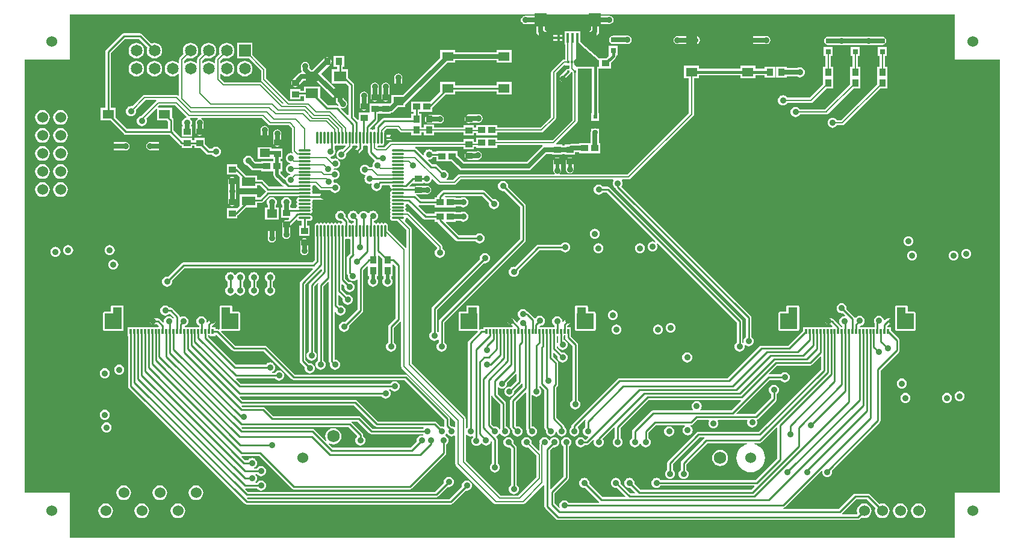
<source format=gtl>
G04 Layer_Physical_Order=1*
G04 Layer_Color=255*
%FSLAX25Y25*%
%MOIN*%
G70*
G01*
G75*
%ADD10R,0.06102X0.05118*%
%ADD11R,0.03937X0.03740*%
%ADD12R,0.01181X0.01772*%
%ADD13R,0.03543X0.03937*%
%ADD14R,0.03937X0.03543*%
%ADD15R,0.02362X0.02362*%
%ADD16R,0.03150X0.03150*%
%ADD17R,0.05709X0.04528*%
%ADD18R,0.01181X0.03150*%
%ADD19O,0.06890X0.01181*%
%ADD20O,0.01181X0.06890*%
%ADD21R,0.07087X0.05709*%
%ADD22R,0.07480X0.05118*%
%ADD23R,0.03740X0.03937*%
%ADD24R,0.01575X0.05315*%
%ADD25R,0.08268X0.06299*%
%ADD26R,0.07087X0.07480*%
%ADD27C,0.02500*%
%ADD28C,0.01100*%
%ADD29C,0.00800*%
%ADD30C,0.02000*%
%ADD31C,0.01000*%
%ADD32C,0.00700*%
%ADD33C,0.01200*%
%ADD34C,0.01500*%
%ADD35C,0.01400*%
%ADD36R,0.05118X0.12008*%
%ADD37R,0.09449X0.08661*%
%ADD38C,0.06000*%
%ADD39C,0.06500*%
%ADD40R,0.06500X0.06500*%
%ADD41C,0.06800*%
%ADD42C,0.03500*%
G36*
X520000Y270000D02*
X545000D01*
Y30000D01*
X520000D01*
X520000Y5000D01*
X30000D01*
Y30000D01*
X5000D01*
Y270000D01*
X30000D01*
Y295000D01*
X520000D01*
Y270000D01*
D02*
G37*
%LPC*%
G36*
X328961Y294333D02*
X320961D01*
X320083Y294159D01*
X319338Y293661D01*
X318841Y292917D01*
X318667Y292039D01*
Y286553D01*
X316228Y284114D01*
X315731Y283370D01*
X315556Y282492D01*
X315731Y281614D01*
X316228Y280870D01*
X316972Y280373D01*
X317850Y280198D01*
X318728Y280373D01*
X319473Y280870D01*
X322583Y283980D01*
X323080Y284724D01*
X323255Y285602D01*
Y289745D01*
X328961D01*
X329838Y289920D01*
X330583Y290417D01*
X331080Y291161D01*
X331255Y292039D01*
X331080Y292917D01*
X330583Y293661D01*
X329838Y294159D01*
X328961Y294333D01*
D02*
G37*
G36*
X339000Y283294D02*
X338762Y283247D01*
X331000D01*
X330122Y283072D01*
X329378Y282575D01*
X328881Y281831D01*
X328706Y280953D01*
X328881Y280075D01*
X329378Y279331D01*
X330122Y278833D01*
X331000Y278659D01*
X338953D01*
X339831Y278833D01*
X340575Y279331D01*
X340622Y279378D01*
X341120Y280122D01*
X341294Y281000D01*
X341120Y281878D01*
X340622Y282622D01*
X339878Y283120D01*
X339000Y283294D01*
D02*
G37*
G36*
X415858Y283152D02*
X405650D01*
X404772Y282978D01*
X404027Y282480D01*
X403530Y281736D01*
X403356Y280858D01*
X403530Y279980D01*
X404027Y279236D01*
X404772Y278739D01*
X405650Y278564D01*
X415858D01*
X416736Y278739D01*
X417480Y279236D01*
X417978Y279980D01*
X418152Y280858D01*
X417978Y281736D01*
X417480Y282480D01*
X416736Y282978D01*
X415858Y283152D01*
D02*
G37*
G36*
X376850D02*
X366642D01*
X365764Y282978D01*
X365020Y282480D01*
X364522Y281736D01*
X364348Y280858D01*
X364522Y279980D01*
X365020Y279236D01*
X365764Y278739D01*
X366642Y278564D01*
X376850D01*
X377728Y278739D01*
X378473Y279236D01*
X378970Y279980D01*
X379145Y280858D01*
X378970Y281736D01*
X378473Y282480D01*
X377728Y282978D01*
X376850Y283152D01*
D02*
G37*
G36*
X480000Y282747D02*
X450000D01*
X449122Y282572D01*
X448378Y282075D01*
X447881Y281331D01*
X447706Y280453D01*
X447881Y279575D01*
X448378Y278831D01*
X449122Y278333D01*
X450000Y278159D01*
X480000D01*
X480878Y278333D01*
X481622Y278831D01*
X482119Y279575D01*
X482294Y280453D01*
X482119Y281331D01*
X481622Y282075D01*
X480878Y282572D01*
X480000Y282747D01*
D02*
G37*
G36*
X290764Y294333D02*
X282539D01*
X281662Y294159D01*
X280917Y293661D01*
X280878Y293622D01*
X280741Y293417D01*
X280346Y293154D01*
X279993Y292624D01*
X279869Y292000D01*
X279993Y291376D01*
X280346Y290846D01*
X280741Y290583D01*
X280878Y290378D01*
X281622Y289880D01*
X282500Y289706D01*
X282698Y289745D01*
X288470D01*
Y285720D01*
X288644Y284843D01*
X289142Y284098D01*
X292370Y280870D01*
X293114Y280373D01*
X293992Y280198D01*
X294411Y280281D01*
X294484Y280267D01*
X303382D01*
X303654Y280321D01*
X304153Y279915D01*
Y278343D01*
X304564D01*
Y270543D01*
X304441D01*
Y270125D01*
X303748D01*
X303748Y270125D01*
X303221Y270020D01*
X302775Y269721D01*
X302775Y269721D01*
X297027Y263973D01*
X296728Y263527D01*
X296623Y263000D01*
Y238196D01*
X290757Y232329D01*
X266921D01*
Y233724D01*
X255079D01*
Y232278D01*
X253969D01*
Y233720D01*
X248031D01*
Y232475D01*
X231772D01*
Y234016D01*
X226228D01*
Y232475D01*
X224772D01*
Y233984D01*
Y239921D01*
X223580D01*
Y241228D01*
X230921D01*
Y243478D01*
X238026Y250583D01*
X243402D01*
Y252561D01*
X266598D01*
Y250583D01*
X274701D01*
Y257701D01*
X266598D01*
Y255722D01*
X243402D01*
Y257701D01*
X235299D01*
Y252326D01*
X229745Y246772D01*
X219079D01*
Y241228D01*
X220420D01*
Y239921D01*
X219228D01*
Y237580D01*
X204000D01*
X203395Y237460D01*
X202883Y237118D01*
X199646Y233881D01*
X199304Y233369D01*
X199183Y232764D01*
Y231679D01*
X198797Y231362D01*
X198795Y231362D01*
X198175Y231238D01*
X197811Y230995D01*
X197447Y231238D01*
X196827Y231362D01*
X196825Y231362D01*
X196439Y231679D01*
Y232204D01*
X200117Y235882D01*
X200460Y236395D01*
X200580Y237000D01*
Y239980D01*
X201969D01*
Y239980D01*
X202031D01*
Y239980D01*
X207968D01*
Y240580D01*
X208728Y240731D01*
X209473Y241228D01*
X211981Y243736D01*
X215854D01*
Y245204D01*
X216114Y245378D01*
X239036Y268299D01*
X243402D01*
Y269564D01*
X266598D01*
Y268299D01*
X274701D01*
Y275417D01*
X266598D01*
Y274152D01*
X243402D01*
Y275417D01*
X235299D01*
Y271051D01*
X214512Y250264D01*
X208146D01*
Y246390D01*
X207476Y245721D01*
X202031D01*
Y245721D01*
X201969D01*
Y245721D01*
X196031D01*
Y241194D01*
X195968Y240721D01*
X190032D01*
Y236857D01*
X189570Y236665D01*
X187580Y238655D01*
Y256000D01*
X187460Y256605D01*
X187118Y257118D01*
X184221Y260015D01*
Y264579D01*
X181257D01*
Y266032D01*
X182020D01*
Y271969D01*
X176279D01*
Y266032D01*
X178097D01*
Y264579D01*
X175134D01*
Y256870D01*
X182895D01*
X184420Y255345D01*
Y239469D01*
X183958Y239277D01*
X180121Y243114D01*
X180440Y243502D01*
X180622Y243380D01*
X181500Y243206D01*
X182378Y243380D01*
X183122Y243878D01*
X183619Y244622D01*
X183794Y245500D01*
X183619Y246378D01*
X183122Y247122D01*
X181971Y248273D01*
Y251276D01*
X181797Y252153D01*
X181299Y252898D01*
X180555Y253395D01*
X179677Y253570D01*
X177675D01*
X169044Y262201D01*
X173722Y266879D01*
X173728Y266880D01*
X174473Y267378D01*
X174970Y268122D01*
X175145Y269000D01*
X174970Y269878D01*
X174473Y270622D01*
X173728Y271119D01*
X172850Y271294D01*
X172598D01*
X171721Y271119D01*
X170976Y270622D01*
X164323Y263969D01*
X162794Y265497D01*
Y266500D01*
X162619Y267378D01*
X162122Y268122D01*
X161378Y268619D01*
X160500Y268794D01*
X159622Y268619D01*
X158878Y268122D01*
X158380Y267378D01*
X158206Y266500D01*
Y264547D01*
X158380Y263669D01*
X158489Y263507D01*
X158256Y262955D01*
X157697Y262844D01*
X156953Y262347D01*
X153378Y258772D01*
X152881Y258028D01*
X152706Y257150D01*
X152881Y256272D01*
X153378Y255527D01*
X154122Y255030D01*
X155000Y254855D01*
X155878Y255030D01*
X156622Y255527D01*
X159525Y258430D01*
X166325D01*
X175102Y249653D01*
X175847Y249156D01*
X176724Y248981D01*
X177383D01*
Y247323D01*
X177558Y246445D01*
X178055Y245701D01*
X178879Y244877D01*
X178625Y244490D01*
X178585Y244464D01*
X178000Y244580D01*
X173253D01*
X168866Y248967D01*
Y255130D01*
X159780D01*
Y252856D01*
X157968D01*
Y253720D01*
X152032D01*
Y247980D01*
X157968D01*
Y249695D01*
X159780D01*
Y247421D01*
X159780D01*
X159765Y246927D01*
X151591D01*
X138927Y259591D01*
Y264500D01*
X138819Y265046D01*
X138509Y265509D01*
X138509Y265509D01*
X131250Y272769D01*
Y279250D01*
X122750D01*
Y270750D01*
X129231D01*
X136073Y263909D01*
Y259000D01*
X136073Y259000D01*
X136181Y258454D01*
X136491Y257991D01*
X148340Y246141D01*
X148163Y245611D01*
X147939Y245580D01*
X136509Y257009D01*
X136046Y257319D01*
X135500Y257427D01*
X135500Y257427D01*
X115591D01*
X113427Y259591D01*
Y261897D01*
X113901Y262057D01*
X113969Y261969D01*
X114857Y261288D01*
X115891Y260859D01*
X117000Y260713D01*
X118110Y260859D01*
X119143Y261288D01*
X120031Y261969D01*
X120712Y262857D01*
X121141Y263891D01*
X121287Y265000D01*
X121141Y266109D01*
X120712Y267143D01*
X120031Y268031D01*
X119143Y268712D01*
X118110Y269141D01*
X117000Y269287D01*
X115891Y269141D01*
X114857Y268712D01*
X113969Y268031D01*
X113901Y267943D01*
X113427Y268103D01*
Y269409D01*
X115175Y271156D01*
X115891Y270859D01*
X117000Y270713D01*
X118110Y270859D01*
X119143Y271288D01*
X120031Y271969D01*
X120712Y272857D01*
X121141Y273890D01*
X121287Y275000D01*
X121141Y276110D01*
X120712Y277143D01*
X120031Y278031D01*
X119143Y278712D01*
X118110Y279141D01*
X117000Y279287D01*
X115891Y279141D01*
X114857Y278712D01*
X113969Y278031D01*
X113288Y277143D01*
X112859Y276110D01*
X112713Y275000D01*
X112859Y273890D01*
X113156Y273175D01*
X110991Y271009D01*
X110681Y270546D01*
X110573Y270000D01*
X110573Y270000D01*
Y268103D01*
X110099Y267943D01*
X110031Y268031D01*
X109143Y268712D01*
X108109Y269141D01*
X107000Y269287D01*
X105891Y269141D01*
X104857Y268712D01*
X103969Y268031D01*
X103901Y267943D01*
X103427Y268103D01*
Y269409D01*
X105175Y271156D01*
X105891Y270859D01*
X107000Y270713D01*
X108109Y270859D01*
X109143Y271288D01*
X110031Y271969D01*
X110712Y272857D01*
X111141Y273890D01*
X111287Y275000D01*
X111141Y276110D01*
X110712Y277143D01*
X110031Y278031D01*
X109143Y278712D01*
X108109Y279141D01*
X107000Y279287D01*
X105891Y279141D01*
X104857Y278712D01*
X103969Y278031D01*
X103288Y277143D01*
X102859Y276110D01*
X102713Y275000D01*
X102859Y273890D01*
X103156Y273175D01*
X100991Y271009D01*
X100681Y270546D01*
X100573Y270000D01*
X100573Y270000D01*
Y268103D01*
X100099Y267943D01*
X100031Y268031D01*
X99143Y268712D01*
X98110Y269141D01*
X97000Y269287D01*
X95890Y269141D01*
X94857Y268712D01*
X93969Y268031D01*
X93901Y267943D01*
X93427Y268103D01*
Y269409D01*
X95175Y271156D01*
X95890Y270859D01*
X97000Y270713D01*
X98110Y270859D01*
X99143Y271288D01*
X100031Y271969D01*
X100712Y272857D01*
X101141Y273890D01*
X101287Y275000D01*
X101141Y276110D01*
X100712Y277143D01*
X100031Y278031D01*
X99143Y278712D01*
X98110Y279141D01*
X97000Y279287D01*
X95890Y279141D01*
X94857Y278712D01*
X93969Y278031D01*
X93288Y277143D01*
X92859Y276110D01*
X92713Y275000D01*
X92859Y273890D01*
X93156Y273175D01*
X90991Y271009D01*
X90681Y270546D01*
X90573Y270000D01*
X90573Y270000D01*
Y268103D01*
X90099Y267943D01*
X90031Y268031D01*
X89143Y268712D01*
X88109Y269141D01*
X87000Y269287D01*
X85891Y269141D01*
X84857Y268712D01*
X83969Y268031D01*
X83288Y267143D01*
X82859Y266109D01*
X82713Y265000D01*
X82859Y263891D01*
X83288Y262857D01*
X83969Y261969D01*
X84857Y261288D01*
X85891Y260859D01*
X87000Y260713D01*
X88109Y260859D01*
X89143Y261288D01*
X90031Y261969D01*
X90099Y262057D01*
X90573Y261897D01*
Y250099D01*
X90111Y249908D01*
X90009Y250009D01*
X89546Y250319D01*
X89000Y250427D01*
X89000Y250427D01*
X71500D01*
X71500Y250427D01*
X70954Y250319D01*
X70491Y250009D01*
X70491Y250009D01*
X64667Y244186D01*
X64000Y244274D01*
X63282Y244179D01*
X62613Y243902D01*
X62039Y243461D01*
X61598Y242887D01*
X61321Y242218D01*
X61226Y241500D01*
X61321Y240782D01*
X61598Y240113D01*
X62039Y239539D01*
X62613Y239098D01*
X63282Y238821D01*
X64000Y238726D01*
X64718Y238821D01*
X65387Y239098D01*
X65961Y239539D01*
X66402Y240113D01*
X66679Y240782D01*
X66774Y241500D01*
X66686Y242167D01*
X72091Y247573D01*
X77934D01*
X78085Y247073D01*
X77991Y247009D01*
X77991Y247009D01*
X69718Y238737D01*
X69282Y238679D01*
X68613Y238402D01*
X68039Y237961D01*
X67598Y237387D01*
X67321Y236718D01*
X67226Y236000D01*
X67321Y235282D01*
X67598Y234613D01*
X68039Y234039D01*
X68613Y233598D01*
X69282Y233321D01*
X70000Y233226D01*
X70718Y233321D01*
X71387Y233598D01*
X71961Y234039D01*
X72402Y234613D01*
X72679Y235282D01*
X72774Y236000D01*
X72679Y236718D01*
X72403Y237384D01*
X78098Y243080D01*
X78598Y242873D01*
Y236299D01*
X83974D01*
X84420Y235853D01*
Y231580D01*
X61863D01*
X55402Y238042D01*
Y243417D01*
X52931D01*
Y273696D01*
X60655Y281420D01*
X68345D01*
X73093Y276672D01*
X72859Y276110D01*
X72713Y275000D01*
X72859Y273890D01*
X73288Y272857D01*
X73969Y271969D01*
X74857Y271288D01*
X75890Y270859D01*
X77000Y270713D01*
X78110Y270859D01*
X79143Y271288D01*
X80031Y271969D01*
X80712Y272857D01*
X81141Y273890D01*
X81287Y275000D01*
X81141Y276110D01*
X80712Y277143D01*
X80031Y278031D01*
X79143Y278712D01*
X78110Y279141D01*
X77000Y279287D01*
X75890Y279141D01*
X75328Y278907D01*
X70117Y284118D01*
X69605Y284460D01*
X69000Y284580D01*
X60000D01*
X59395Y284460D01*
X58882Y284118D01*
X50233Y275468D01*
X49890Y274955D01*
X49770Y274350D01*
Y243417D01*
X47299D01*
Y236299D01*
X52675D01*
X60091Y228883D01*
X60604Y228540D01*
X61209Y228420D01*
X85345D01*
X91032Y222733D01*
X91545Y222390D01*
X92032Y222293D01*
Y220980D01*
X97969D01*
Y222270D01*
X99032D01*
Y220980D01*
X102635D01*
X105733Y217882D01*
X106246Y217540D01*
X106850Y217420D01*
X108746D01*
X109039Y217039D01*
X109613Y216598D01*
X110282Y216321D01*
X111000Y216226D01*
X111718Y216321D01*
X112387Y216598D01*
X112961Y217039D01*
X113402Y217613D01*
X113679Y218282D01*
X113774Y219000D01*
X113679Y219718D01*
X113402Y220387D01*
X112961Y220961D01*
X112387Y221402D01*
X111718Y221679D01*
X111000Y221774D01*
X110282Y221679D01*
X109613Y221402D01*
X109039Y220961D01*
X108746Y220580D01*
X107505D01*
X104969Y223117D01*
Y226720D01*
X99032D01*
Y225431D01*
X97969D01*
Y226720D01*
X92032D01*
Y226720D01*
X91666Y226569D01*
X87580Y230655D01*
Y236508D01*
X87460Y237113D01*
X87117Y237625D01*
X86701Y238042D01*
Y243417D01*
X79143D01*
X78936Y243917D01*
X79591Y244573D01*
X88409D01*
X94738Y238244D01*
X94559Y237716D01*
X94282Y237679D01*
X93613Y237402D01*
X93039Y236961D01*
X92598Y236387D01*
X92321Y235718D01*
X92226Y235000D01*
X92321Y234282D01*
X92598Y233613D01*
X92670Y233520D01*
X92566Y233020D01*
X92032D01*
Y227279D01*
X97969D01*
Y233020D01*
X97434D01*
X97330Y233520D01*
X97402Y233613D01*
X97679Y234282D01*
X97774Y235000D01*
X97679Y235718D01*
X97402Y236387D01*
X96961Y236961D01*
X96816Y237073D01*
X96986Y237573D01*
X100969D01*
X101041Y237360D01*
X101052Y237073D01*
X100378Y236622D01*
X99881Y235878D01*
X99706Y235000D01*
Y230150D01*
X99881Y229272D01*
X100378Y228527D01*
X101122Y228030D01*
X102000Y227855D01*
X102878Y228030D01*
X103622Y228527D01*
X104120Y229272D01*
X104294Y230150D01*
Y235000D01*
X104120Y235878D01*
X103622Y236622D01*
X102948Y237073D01*
X102959Y237360D01*
X103031Y237573D01*
X136409D01*
X139991Y233991D01*
X139991Y233991D01*
X140454Y233681D01*
X141000Y233573D01*
X151409D01*
X153073Y231909D01*
Y219500D01*
X153073Y219500D01*
X153181Y218954D01*
X153390Y218641D01*
X153331Y218483D01*
X153103Y218194D01*
X152500Y218274D01*
X151782Y218179D01*
X151113Y217902D01*
X150539Y217461D01*
X150098Y216887D01*
X149821Y216218D01*
X149726Y215500D01*
X149821Y214782D01*
X150098Y214113D01*
X150539Y213539D01*
X151113Y213098D01*
X151782Y212821D01*
X152202Y212766D01*
X152303Y212752D01*
Y212248D01*
X152202Y212234D01*
X151782Y212179D01*
X151113Y211902D01*
X150539Y211461D01*
X150098Y210887D01*
X149821Y210218D01*
X149726Y209500D01*
X149821Y208782D01*
X150098Y208113D01*
X150539Y207539D01*
X151113Y207098D01*
X151782Y206821D01*
X152202Y206766D01*
X152303Y206752D01*
Y206248D01*
X152202Y206235D01*
X151782Y206179D01*
X151113Y205902D01*
X150539Y205461D01*
X150098Y204887D01*
X149996Y204642D01*
X149407Y204524D01*
X146992Y206939D01*
Y208228D01*
X147921D01*
Y213772D01*
X146992D01*
Y214980D01*
X147968D01*
Y220721D01*
X142032D01*
X141854Y221147D01*
Y221524D01*
X134146D01*
Y214996D01*
X141854D01*
Y214996D01*
X142032Y214980D01*
Y214980D01*
X142348Y214980D01*
X142914D01*
Y213772D01*
X136079D01*
Y213294D01*
X132950D01*
X131702Y214542D01*
X131679Y214718D01*
X131402Y215387D01*
X130961Y215961D01*
X130387Y216402D01*
X129718Y216679D01*
X129000Y216774D01*
X128282Y216679D01*
X127613Y216402D01*
X127039Y215961D01*
X126598Y215387D01*
X126321Y214718D01*
X126226Y214000D01*
X126321Y213282D01*
X126598Y212613D01*
X127039Y212039D01*
X127613Y211598D01*
X128282Y211321D01*
X128458Y211298D01*
X130378Y209378D01*
X131122Y208880D01*
X132000Y208706D01*
X136079D01*
Y208228D01*
X142914D01*
Y206095D01*
X143069Y205314D01*
X143511Y204653D01*
X147582Y200582D01*
X148243Y200140D01*
X148560Y200077D01*
X148511Y199577D01*
X140586D01*
X137081Y203081D01*
X136585Y203413D01*
X136000Y203529D01*
X133740D01*
Y205874D01*
X127604D01*
X123247Y210231D01*
X122968Y210417D01*
Y212020D01*
X117032D01*
Y206279D01*
X122873D01*
X124260Y204892D01*
Y198756D01*
X133740D01*
Y200471D01*
X135366D01*
X138774Y197063D01*
X135366Y193655D01*
X133740D01*
Y195244D01*
X124260D01*
Y189108D01*
X122873Y187721D01*
X117032D01*
Y181980D01*
X122968D01*
Y183583D01*
X123247Y183769D01*
X127604Y188126D01*
X133740D01*
Y190597D01*
X136000D01*
X136585Y190713D01*
X137081Y191045D01*
X140586Y194549D01*
X156796D01*
X157260Y194457D01*
X158134D01*
X158355Y194110D01*
X158134Y193763D01*
X157260D01*
X156639Y193640D01*
X156113Y193289D01*
X155762Y192762D01*
X155638Y192142D01*
X155762Y191521D01*
X156005Y191157D01*
X155762Y190794D01*
X155638Y190173D01*
X155762Y189553D01*
X156005Y189189D01*
X155762Y188825D01*
X155638Y188205D01*
X155649Y188152D01*
X155331Y187766D01*
X152969D01*
Y188020D01*
X152294D01*
Y189472D01*
X152402Y189613D01*
X152679Y190282D01*
X152774Y191000D01*
X152679Y191718D01*
X152402Y192387D01*
X151961Y192961D01*
X151387Y193402D01*
X150718Y193679D01*
X150000Y193774D01*
X149282Y193679D01*
X148613Y193402D01*
X148039Y192961D01*
X147598Y192387D01*
X147321Y191718D01*
X147226Y191000D01*
X147321Y190282D01*
X147598Y189613D01*
X147706Y189472D01*
Y188020D01*
X147031D01*
Y182280D01*
X151463D01*
X151655Y181818D01*
X150819Y180982D01*
X150000Y181144D01*
X149122Y180970D01*
X148378Y180473D01*
X147880Y179728D01*
X147706Y178850D01*
Y173000D01*
X147880Y172122D01*
X148378Y171378D01*
X149122Y170880D01*
X150000Y170706D01*
X150878Y170880D01*
X151622Y171378D01*
X152120Y172122D01*
X152294Y173000D01*
Y178131D01*
X155515Y181352D01*
X156012Y181303D01*
X156113Y181152D01*
X156639Y180801D01*
X157260Y180677D01*
X158585D01*
Y178020D01*
X157032D01*
Y172280D01*
X162969D01*
Y178020D01*
X161644D01*
Y180677D01*
X162969D01*
X163589Y180801D01*
X164115Y181152D01*
X164467Y181679D01*
X164590Y182299D01*
X164467Y182920D01*
X164115Y183446D01*
X163589Y183798D01*
X162969Y183921D01*
X162043D01*
X161822Y184268D01*
X162043Y184615D01*
X162969D01*
X163589Y184738D01*
X164115Y185090D01*
X164467Y185616D01*
X164590Y186236D01*
X164467Y186857D01*
X164224Y187221D01*
X164467Y187584D01*
X164590Y188205D01*
X164467Y188825D01*
X164224Y189189D01*
X164467Y189553D01*
X164590Y190173D01*
X164467Y190794D01*
X164224Y191157D01*
X164467Y191521D01*
X164590Y192142D01*
X164590Y192143D01*
X164907Y192530D01*
X170110D01*
X170715Y192650D01*
X171228Y192993D01*
X171617Y193383D01*
X171960Y193895D01*
X172080Y194500D01*
X171960Y195105D01*
X171617Y195617D01*
X171105Y195960D01*
X170500Y196080D01*
X169895Y195960D01*
X169492Y195691D01*
X164907D01*
X164590Y196077D01*
X164590Y196079D01*
X164467Y196699D01*
X164224Y197063D01*
X164467Y197427D01*
X164590Y198047D01*
X164467Y198668D01*
X164224Y199031D01*
X164467Y199395D01*
X164590Y200016D01*
X164559Y200170D01*
X164877Y200557D01*
X165925D01*
X168491Y197991D01*
X168491Y197991D01*
X168954Y197681D01*
X169500Y197573D01*
X169500Y197573D01*
X174629D01*
X175039Y197039D01*
X175613Y196598D01*
X176282Y196321D01*
X177000Y196226D01*
X177718Y196321D01*
X178387Y196598D01*
X178961Y197039D01*
X179402Y197613D01*
X179679Y198282D01*
X179774Y199000D01*
X179679Y199718D01*
X179402Y200387D01*
X178961Y200961D01*
X178387Y201402D01*
X177718Y201679D01*
X177000Y201774D01*
X176677Y201731D01*
X176231Y202177D01*
X176274Y202500D01*
X176187Y203159D01*
X176250Y203292D01*
X176556Y203615D01*
X176850Y203576D01*
X177568Y203671D01*
X178237Y203948D01*
X178811Y204389D01*
X179252Y204963D01*
X179529Y205632D01*
X179624Y206350D01*
X179529Y207068D01*
X179252Y207737D01*
X178811Y208311D01*
X178237Y208752D01*
X177568Y209029D01*
X176850Y209124D01*
X176498Y209077D01*
X176061Y209438D01*
X176080Y209472D01*
X176514Y209790D01*
X177000Y209726D01*
X177718Y209821D01*
X178387Y210098D01*
X178961Y210539D01*
X179402Y211113D01*
X179679Y211782D01*
X179774Y212500D01*
X179679Y213218D01*
X179402Y213887D01*
X178961Y214461D01*
X178387Y214902D01*
X177718Y215179D01*
X177000Y215274D01*
X176282Y215179D01*
X175613Y214902D01*
X175332Y214686D01*
X174266Y215753D01*
X174499Y216226D01*
X174500Y216226D01*
X175218Y216321D01*
X175887Y216598D01*
X176461Y217039D01*
X176902Y217613D01*
X177179Y218282D01*
X177274Y219000D01*
X177179Y219718D01*
X176902Y220387D01*
X176754Y220580D01*
Y222093D01*
X177140Y222410D01*
X177142Y222410D01*
X177762Y222533D01*
X178126Y222776D01*
X178490Y222533D01*
X179110Y222410D01*
X179731Y222533D01*
X180095Y222776D01*
X180458Y222533D01*
X181079Y222410D01*
X181699Y222533D01*
X182063Y222776D01*
X182427Y222533D01*
X182744Y222470D01*
X182909Y221927D01*
X181167Y220186D01*
X180500Y220274D01*
X179782Y220179D01*
X179113Y219902D01*
X178539Y219461D01*
X178098Y218887D01*
X177821Y218218D01*
X177726Y217500D01*
X177821Y216782D01*
X178098Y216113D01*
X178539Y215539D01*
X179113Y215098D01*
X179782Y214821D01*
X180500Y214726D01*
X181218Y214821D01*
X181887Y215098D01*
X182461Y215539D01*
X182902Y216113D01*
X183179Y216782D01*
X183274Y217500D01*
X183186Y218167D01*
X186025Y221006D01*
X186025Y221006D01*
X186335Y221469D01*
X186443Y222016D01*
X186443Y222016D01*
Y222123D01*
X186830Y222441D01*
X186984Y222410D01*
X187605Y222533D01*
X187969Y222776D01*
X188332Y222533D01*
X188953Y222410D01*
X188954Y222410D01*
X189341Y222093D01*
Y221576D01*
X187382Y219618D01*
X187040Y219105D01*
X186920Y218500D01*
X187040Y217895D01*
X187382Y217383D01*
X187895Y217040D01*
X188500Y216920D01*
X189105Y217040D01*
X189618Y217383D01*
X192039Y219804D01*
X192381Y220317D01*
X192502Y220921D01*
Y222093D01*
X192888Y222410D01*
X192890Y222410D01*
X193510Y222533D01*
X193874Y222776D01*
X194238Y222533D01*
X194858Y222410D01*
X194860Y222410D01*
X195246Y222093D01*
Y218673D01*
X195367Y218068D01*
X195709Y217556D01*
X198882Y214383D01*
X198917Y214359D01*
X198948Y214287D01*
X198922Y213755D01*
X198539Y213461D01*
X198098Y212887D01*
X197821Y212218D01*
X197726Y211500D01*
X197808Y210876D01*
X197619Y210601D01*
X197426Y210427D01*
X195871D01*
X195461Y210961D01*
X194887Y211402D01*
X194218Y211679D01*
X193500Y211774D01*
X192782Y211679D01*
X192113Y211402D01*
X191539Y210961D01*
X191098Y210387D01*
X190821Y209718D01*
X190726Y209000D01*
X190821Y208282D01*
X191098Y207613D01*
X191539Y207039D01*
X192113Y206598D01*
X192782Y206321D01*
X193500Y206226D01*
X193752Y206259D01*
X193774Y206236D01*
X193988Y205786D01*
X193645Y205340D01*
X193368Y204671D01*
X193273Y203953D01*
X193368Y203235D01*
X193645Y202566D01*
X194086Y201991D01*
X194660Y201551D01*
X195329Y201273D01*
X196047Y201179D01*
X196765Y201273D01*
X197060Y201396D01*
X197443Y201013D01*
X197321Y200718D01*
X197226Y200000D01*
X197321Y199282D01*
X197598Y198613D01*
X198039Y198039D01*
X198613Y197598D01*
X199282Y197321D01*
X200000Y197226D01*
X200718Y197321D01*
X201387Y197598D01*
X201961Y198039D01*
X202402Y198613D01*
X202679Y199282D01*
X202774Y200000D01*
X202770Y200028D01*
X203100Y200404D01*
X207093D01*
X207410Y200017D01*
X207410Y200016D01*
X207533Y199395D01*
X207885Y198869D01*
X208411Y198518D01*
X209032Y198394D01*
X209906D01*
X210127Y198047D01*
X209906Y197701D01*
X209032D01*
X208411Y197577D01*
X207885Y197225D01*
X207533Y196699D01*
X207410Y196079D01*
X207533Y195458D01*
X207776Y195095D01*
X207533Y194731D01*
X207410Y194110D01*
X207533Y193490D01*
X207776Y193126D01*
X207533Y192762D01*
X207410Y192142D01*
X207533Y191521D01*
X207776Y191157D01*
X207533Y190794D01*
X207410Y190173D01*
X207533Y189553D01*
X207776Y189189D01*
X207533Y188825D01*
X207410Y188205D01*
X207533Y187584D01*
X207776Y187221D01*
X207533Y186857D01*
X207410Y186236D01*
X207533Y185616D01*
X207776Y185252D01*
X207533Y184888D01*
X207410Y184268D01*
X207533Y183647D01*
X207776Y183283D01*
X207533Y182920D01*
X207410Y182299D01*
X207533Y181679D01*
X207885Y181152D01*
X208411Y180801D01*
X209032Y180677D01*
X211489D01*
X216573Y175594D01*
Y165881D01*
X216073Y165730D01*
X216009Y165824D01*
X216009Y165824D01*
X206323Y175511D01*
Y177969D01*
X206199Y178589D01*
X205848Y179115D01*
X205321Y179467D01*
X204701Y179590D01*
X204080Y179467D01*
X203716Y179224D01*
X203353Y179467D01*
X202732Y179590D01*
X202112Y179467D01*
X201748Y179224D01*
X201384Y179467D01*
X200764Y179590D01*
X200143Y179467D01*
X199779Y179224D01*
X199416Y179467D01*
X198795Y179590D01*
X198743Y179580D01*
X198356Y179897D01*
Y180773D01*
X198718Y180821D01*
X199387Y181098D01*
X199961Y181539D01*
X200402Y182113D01*
X200679Y182782D01*
X200774Y183500D01*
X200679Y184218D01*
X200402Y184887D01*
X199961Y185461D01*
X199387Y185902D01*
X198718Y186179D01*
X198000Y186274D01*
X197282Y186179D01*
X196613Y185902D01*
X196039Y185461D01*
X195704Y185025D01*
X195239Y184981D01*
X195109Y185014D01*
X194851Y185351D01*
X194277Y185792D01*
X193608Y186069D01*
X192890Y186163D01*
X192172Y186069D01*
X191503Y185792D01*
X190928Y185351D01*
X190488Y184777D01*
X190210Y184108D01*
X190204Y184060D01*
X189700D01*
X189679Y184218D01*
X189402Y184887D01*
X188961Y185461D01*
X188387Y185902D01*
X187718Y186179D01*
X187000Y186274D01*
X186282Y186179D01*
X185613Y185902D01*
X185039Y185461D01*
X184598Y184887D01*
X184321Y184218D01*
X184226Y183500D01*
X184321Y182782D01*
X184598Y182113D01*
X185039Y181539D01*
X185613Y181098D01*
X186282Y180821D01*
X187000Y180726D01*
X187047Y180733D01*
X187423Y180403D01*
Y179897D01*
X187037Y179580D01*
X186984Y179590D01*
X186364Y179467D01*
X186000Y179224D01*
X185636Y179467D01*
X185016Y179590D01*
X184963Y179580D01*
X184577Y179897D01*
Y180453D01*
X184460Y181038D01*
X184129Y181534D01*
X182703Y182960D01*
X182774Y183500D01*
X182679Y184218D01*
X182402Y184887D01*
X181961Y185461D01*
X181387Y185902D01*
X180718Y186179D01*
X180000Y186274D01*
X179282Y186179D01*
X178613Y185902D01*
X178039Y185461D01*
X177598Y184887D01*
X177321Y184218D01*
X177226Y183500D01*
X177321Y182782D01*
X177598Y182113D01*
X178039Y181539D01*
X178613Y181098D01*
X179282Y180821D01*
X180000Y180726D01*
X180540Y180797D01*
X181276Y180061D01*
X181130Y179713D01*
X181046Y179584D01*
X180458Y179467D01*
X180095Y179224D01*
X179731Y179467D01*
X179110Y179590D01*
X178490Y179467D01*
X178126Y179224D01*
X177762Y179467D01*
X177142Y179590D01*
X176521Y179467D01*
X176157Y179224D01*
X175794Y179467D01*
X175173Y179590D01*
X174553Y179467D01*
X174189Y179224D01*
X173825Y179467D01*
X173205Y179590D01*
X172584Y179467D01*
X172221Y179224D01*
X171857Y179467D01*
X171236Y179590D01*
X170616Y179467D01*
X170252Y179224D01*
X169888Y179467D01*
X169268Y179590D01*
X168647Y179467D01*
X168283Y179224D01*
X167920Y179467D01*
X167299Y179590D01*
X166679Y179467D01*
X166153Y179115D01*
X165801Y178589D01*
X165677Y177969D01*
Y172260D01*
X165719Y172052D01*
Y158954D01*
X164345Y157580D01*
X93000D01*
X92395Y157460D01*
X91882Y157117D01*
X84476Y149711D01*
X84000Y149774D01*
X83282Y149679D01*
X82613Y149402D01*
X82039Y148961D01*
X81598Y148387D01*
X81321Y147718D01*
X81226Y147000D01*
X81321Y146282D01*
X81598Y145613D01*
X82039Y145039D01*
X82613Y144598D01*
X83282Y144321D01*
X84000Y144226D01*
X84718Y144321D01*
X85387Y144598D01*
X85961Y145039D01*
X86402Y145613D01*
X86679Y146282D01*
X86774Y147000D01*
X86711Y147476D01*
X93655Y154420D01*
X164550D01*
X164757Y153920D01*
X157919Y147081D01*
X157587Y146585D01*
X157471Y146000D01*
Y103000D01*
X157587Y102415D01*
X157919Y101919D01*
X160297Y99540D01*
X160226Y99000D01*
X160321Y98282D01*
X160598Y97613D01*
X161039Y97039D01*
X161613Y96598D01*
X162282Y96321D01*
X163000Y96226D01*
X163718Y96321D01*
X164387Y96598D01*
X164961Y97039D01*
X165402Y97613D01*
X165679Y98282D01*
X165774Y99000D01*
X165679Y99718D01*
X165402Y100387D01*
X164961Y100961D01*
X164387Y101402D01*
X163718Y101679D01*
X163000Y101774D01*
X162460Y101703D01*
X160529Y103633D01*
Y145367D01*
X169245Y154082D01*
X169707Y153891D01*
Y152870D01*
X162919Y146081D01*
X162587Y145585D01*
X162471Y145000D01*
Y108293D01*
X162039Y107961D01*
X161598Y107387D01*
X161321Y106718D01*
X161226Y106000D01*
X161321Y105282D01*
X161598Y104613D01*
X162039Y104039D01*
X162613Y103598D01*
X163282Y103321D01*
X164000Y103226D01*
X164718Y103321D01*
X165387Y103598D01*
X165961Y104039D01*
X166402Y104613D01*
X166679Y105282D01*
X166774Y106000D01*
X166679Y106718D01*
X166402Y107387D01*
X165961Y107961D01*
X165529Y108293D01*
Y144367D01*
X167464Y146301D01*
X167852Y145982D01*
X167587Y145585D01*
X167471Y145000D01*
Y103293D01*
X167039Y102961D01*
X166598Y102387D01*
X166321Y101718D01*
X166226Y101000D01*
X166321Y100282D01*
X166598Y99613D01*
X167039Y99039D01*
X167613Y98598D01*
X168282Y98321D01*
X169000Y98226D01*
X169718Y98321D01*
X170387Y98598D01*
X170961Y99039D01*
X171402Y99613D01*
X171679Y100282D01*
X171774Y101000D01*
X171679Y101718D01*
X171402Y102387D01*
X170961Y102961D01*
X170529Y103293D01*
Y144367D01*
X173182Y147019D01*
X173644Y146828D01*
Y102827D01*
X173760Y102242D01*
X174092Y101745D01*
X174297Y101540D01*
X174226Y101000D01*
X174321Y100282D01*
X174598Y99613D01*
X175039Y99039D01*
X175613Y98598D01*
X176282Y98321D01*
X177000Y98226D01*
X177718Y98321D01*
X178387Y98598D01*
X178961Y99039D01*
X179402Y99613D01*
X179679Y100282D01*
X179774Y101000D01*
X179679Y101718D01*
X179402Y102387D01*
X178961Y102961D01*
X178387Y103402D01*
X177718Y103679D01*
X177000Y103774D01*
X176703Y104034D01*
Y130954D01*
X177203Y131201D01*
X177248Y131166D01*
X177226Y131000D01*
X177321Y130282D01*
X177598Y129613D01*
X178039Y129039D01*
X178613Y128598D01*
X179282Y128321D01*
X180000Y128226D01*
X180718Y128321D01*
X181387Y128598D01*
X181961Y129039D01*
X182402Y129613D01*
X182679Y130282D01*
X182774Y131000D01*
X182679Y131718D01*
X182402Y132387D01*
X181961Y132961D01*
X181387Y133402D01*
X180718Y133679D01*
X180000Y133774D01*
X179460Y133703D01*
X178671Y134492D01*
Y139513D01*
X179133Y139704D01*
X181297Y137540D01*
X181226Y137000D01*
X181321Y136282D01*
X181598Y135613D01*
X182039Y135039D01*
X182613Y134598D01*
X183282Y134321D01*
X184000Y134226D01*
X184718Y134321D01*
X185387Y134598D01*
X185961Y135039D01*
X186402Y135613D01*
X186679Y136282D01*
X186774Y137000D01*
X186679Y137718D01*
X186402Y138387D01*
X185961Y138961D01*
X185387Y139402D01*
X184718Y139679D01*
X184000Y139774D01*
X183460Y139703D01*
X180640Y142523D01*
Y145544D01*
X181102Y145736D01*
X182297Y144540D01*
X182226Y144000D01*
X182321Y143282D01*
X182598Y142613D01*
X183039Y142039D01*
X183613Y141598D01*
X184282Y141321D01*
X185000Y141226D01*
X185718Y141321D01*
X186387Y141598D01*
X186961Y142039D01*
X187402Y142613D01*
X187679Y143282D01*
X187774Y144000D01*
X187679Y144718D01*
X187402Y145387D01*
X186961Y145961D01*
X186387Y146402D01*
X185718Y146679D01*
X185000Y146774D01*
X184460Y146703D01*
X182608Y148555D01*
Y170331D01*
X182995Y170649D01*
X183047Y170638D01*
X183668Y170762D01*
X184031Y171005D01*
X184395Y170762D01*
X185016Y170638D01*
X185068Y170649D01*
X185455Y170331D01*
Y162618D01*
X183919Y161081D01*
X183587Y160585D01*
X183471Y160000D01*
Y152000D01*
X183587Y151415D01*
X183919Y150919D01*
X184282Y150556D01*
X184211Y150016D01*
X184305Y149298D01*
X184582Y148629D01*
X185023Y148054D01*
X185597Y147614D01*
X186266Y147336D01*
X186984Y147242D01*
X187702Y147336D01*
X188371Y147614D01*
X188946Y148054D01*
X188971Y148087D01*
X189471Y147917D01*
Y131633D01*
X182540Y124703D01*
X182000Y124774D01*
X181282Y124679D01*
X180613Y124402D01*
X180039Y123961D01*
X179598Y123387D01*
X179321Y122718D01*
X179226Y122000D01*
X179321Y121282D01*
X179598Y120613D01*
X180039Y120039D01*
X180613Y119598D01*
X181282Y119321D01*
X182000Y119226D01*
X182718Y119321D01*
X183387Y119598D01*
X183961Y120039D01*
X184402Y120613D01*
X184679Y121282D01*
X184774Y122000D01*
X184703Y122540D01*
X192081Y129919D01*
X192413Y130415D01*
X192529Y131000D01*
Y153366D01*
X194728Y155566D01*
X195228Y155358D01*
Y150079D01*
X195961D01*
Y148860D01*
X195598Y148387D01*
X195321Y147718D01*
X195226Y147000D01*
X195321Y146282D01*
X195598Y145613D01*
X196039Y145039D01*
X196613Y144598D01*
X197282Y144321D01*
X198000Y144226D01*
X198718Y144321D01*
X199387Y144598D01*
X199961Y145039D01*
X200402Y145613D01*
X200679Y146282D01*
X200774Y147000D01*
X200679Y147718D01*
X200402Y148387D01*
X200039Y148860D01*
Y150079D01*
X200772D01*
Y155984D01*
Y161311D01*
X201272Y161518D01*
X203228Y159562D01*
Y155984D01*
Y150079D01*
X203961D01*
Y148860D01*
X203598Y148387D01*
X203321Y147718D01*
X203226Y147000D01*
X203321Y146282D01*
X203598Y145613D01*
X204039Y145039D01*
X204613Y144598D01*
X205282Y144321D01*
X206000Y144226D01*
X206718Y144321D01*
X207387Y144598D01*
X207961Y145039D01*
X208402Y145613D01*
X208679Y146282D01*
X208774Y147000D01*
X208679Y147718D01*
X208402Y148387D01*
X208039Y148860D01*
Y150079D01*
X208772D01*
Y156412D01*
X209234Y156604D01*
X210471Y155367D01*
Y126634D01*
X206919Y123081D01*
X206587Y122585D01*
X206471Y122000D01*
Y113293D01*
X206039Y112961D01*
X205598Y112387D01*
X205321Y111718D01*
X205226Y111000D01*
X205321Y110282D01*
X205598Y109613D01*
X206039Y109039D01*
X206613Y108598D01*
X207282Y108321D01*
X208000Y108226D01*
X208718Y108321D01*
X209387Y108598D01*
X209961Y109039D01*
X210402Y109613D01*
X210679Y110282D01*
X210774Y111000D01*
X210679Y111718D01*
X210402Y112387D01*
X209961Y112961D01*
X209529Y113293D01*
Y121367D01*
X213073Y124910D01*
X213111Y124909D01*
X213573Y124754D01*
Y100000D01*
X213573Y100000D01*
X213681Y99454D01*
X213991Y98991D01*
X243573Y69409D01*
Y66506D01*
X243073Y66260D01*
X242887Y66402D01*
X242218Y66679D01*
X241500Y66774D01*
X241402Y66761D01*
X240529Y67633D01*
Y71000D01*
X240413Y71585D01*
X240081Y72081D01*
X217081Y95081D01*
X216585Y95413D01*
X216000Y95529D01*
X154633D01*
X139081Y111081D01*
X138585Y111413D01*
X138000Y111529D01*
X121634D01*
X113801Y119362D01*
X114047Y119823D01*
X114087Y119815D01*
X123535D01*
X123926Y119893D01*
X124256Y120114D01*
X124477Y120445D01*
X124555Y120835D01*
Y129496D01*
X124477Y129886D01*
X124256Y130217D01*
X123926Y130438D01*
X123535Y130516D01*
X120224D01*
Y132843D01*
X120147Y133233D01*
X119926Y133563D01*
X119595Y133784D01*
X119205Y133862D01*
X114087D01*
X113696Y133784D01*
X113366Y133563D01*
X113145Y133233D01*
X113067Y132843D01*
Y129496D01*
Y120835D01*
X113080Y120770D01*
X112630Y120469D01*
X112325Y120673D01*
X111740Y120789D01*
X110756D01*
Y121835D01*
X108777D01*
Y122527D01*
X110393Y124142D01*
X110736Y124655D01*
X110856Y125260D01*
X110736Y125865D01*
X110393Y126377D01*
X109880Y126720D01*
X109276Y126840D01*
X108671Y126720D01*
X108158Y126377D01*
X106202Y124421D01*
X105728Y124655D01*
X105774Y125000D01*
X105679Y125718D01*
X105402Y126387D01*
X104961Y126961D01*
X104387Y127402D01*
X103718Y127679D01*
X103000Y127774D01*
X102282Y127679D01*
X101613Y127402D01*
X101039Y126961D01*
X100598Y126387D01*
X100321Y125718D01*
X100226Y125000D01*
X100321Y124282D01*
X100598Y123613D01*
X101039Y123039D01*
X101613Y122598D01*
X101680Y122570D01*
Y121835D01*
X93800D01*
X93718Y122321D01*
X94387Y122598D01*
X94961Y123039D01*
X95402Y123613D01*
X95679Y124282D01*
X95774Y125000D01*
X95679Y125718D01*
X95402Y126387D01*
X94961Y126961D01*
X94387Y127402D01*
X93718Y127679D01*
X93000Y127774D01*
X92282Y127679D01*
X91613Y127402D01*
X91490Y127308D01*
X91483Y127312D01*
X91045Y127597D01*
X90940Y128124D01*
X90598Y128637D01*
X87117Y132117D01*
X86605Y132460D01*
X86000Y132580D01*
X85254D01*
X84961Y132961D01*
X84387Y133402D01*
X83718Y133679D01*
X83000Y133774D01*
X82282Y133679D01*
X81613Y133402D01*
X81039Y132961D01*
X80598Y132387D01*
X80321Y131718D01*
X80226Y131000D01*
X80321Y130282D01*
X80598Y129613D01*
X81039Y129039D01*
X81613Y128598D01*
X82282Y128321D01*
X83000Y128226D01*
X83718Y128321D01*
X84387Y128598D01*
X84961Y129039D01*
X84988Y129074D01*
X85650Y129115D01*
X87786Y126979D01*
X87749Y126756D01*
X87220Y126624D01*
X86961Y126961D01*
X86387Y127402D01*
X85718Y127679D01*
X85000Y127774D01*
X84282Y127679D01*
X83613Y127402D01*
X83039Y126961D01*
X82598Y126387D01*
X82321Y125718D01*
X82226Y125000D01*
X82269Y124673D01*
X81796Y124439D01*
X80117Y126118D01*
X79605Y126460D01*
X79000Y126580D01*
X76000D01*
X75395Y126460D01*
X74883Y126118D01*
X74540Y125605D01*
X74420Y125000D01*
X74540Y124395D01*
X74883Y123882D01*
X75395Y123540D01*
X76000Y123420D01*
X78345D01*
X79468Y122297D01*
X79277Y121835D01*
X62299D01*
Y116685D01*
X62360D01*
Y89110D01*
X62477Y88525D01*
X62808Y88029D01*
X126919Y23919D01*
X127415Y23587D01*
X128000Y23471D01*
X241000D01*
X241585Y23587D01*
X242081Y23919D01*
X249460Y31297D01*
X250000Y31226D01*
X250718Y31321D01*
X251387Y31598D01*
X251961Y32039D01*
X252402Y32613D01*
X252679Y33282D01*
X252774Y34000D01*
X252679Y34718D01*
X252402Y35387D01*
X251961Y35961D01*
X251387Y36402D01*
X250718Y36679D01*
X250000Y36774D01*
X249282Y36679D01*
X248613Y36402D01*
X248039Y35961D01*
X247598Y35387D01*
X247321Y34718D01*
X247226Y34000D01*
X247297Y33460D01*
X240367Y26529D01*
X128633D01*
X128192Y26971D01*
X128399Y27471D01*
X233000D01*
X233585Y27587D01*
X234081Y27919D01*
X239460Y33297D01*
X240000Y33226D01*
X240718Y33321D01*
X241387Y33598D01*
X241961Y34039D01*
X242402Y34613D01*
X242679Y35282D01*
X242774Y36000D01*
X242679Y36718D01*
X242402Y37387D01*
X241961Y37961D01*
X241387Y38402D01*
X240718Y38679D01*
X240000Y38774D01*
X239282Y38679D01*
X238613Y38402D01*
X238039Y37961D01*
X237598Y37387D01*
X237321Y36718D01*
X237226Y36000D01*
X237297Y35460D01*
X232366Y30529D01*
X128633D01*
X127192Y31971D01*
X127399Y32471D01*
X133707D01*
X134039Y32039D01*
X134613Y31598D01*
X135282Y31321D01*
X136000Y31226D01*
X136718Y31321D01*
X137387Y31598D01*
X137961Y32039D01*
X138402Y32613D01*
X138679Y33282D01*
X138774Y34000D01*
X138679Y34718D01*
X138402Y35387D01*
X137961Y35961D01*
X137387Y36402D01*
X136718Y36679D01*
X136000Y36774D01*
X135282Y36679D01*
X134613Y36402D01*
X134039Y35961D01*
X133707Y35529D01*
X133119D01*
X132949Y36029D01*
X132961Y36039D01*
X133402Y36613D01*
X133679Y37282D01*
X133774Y38000D01*
X133679Y38718D01*
X133402Y39387D01*
X132961Y39961D01*
X132949Y39971D01*
X133119Y40471D01*
X133707D01*
X134039Y40039D01*
X134613Y39598D01*
X135282Y39321D01*
X136000Y39226D01*
X136718Y39321D01*
X137387Y39598D01*
X137961Y40039D01*
X138402Y40613D01*
X138679Y41282D01*
X138774Y42000D01*
X138679Y42718D01*
X138402Y43387D01*
X137961Y43961D01*
X137387Y44402D01*
X136718Y44679D01*
X136000Y44774D01*
X135282Y44679D01*
X134613Y44402D01*
X134039Y43961D01*
X133707Y43529D01*
X132321D01*
X132221Y44029D01*
X132387Y44098D01*
X132961Y44539D01*
X133402Y45113D01*
X133679Y45782D01*
X133774Y46500D01*
X133679Y47218D01*
X133402Y47887D01*
X132961Y48461D01*
X132387Y48902D01*
X131718Y49179D01*
X131000Y49274D01*
X130282Y49179D01*
X129613Y48902D01*
X129039Y48461D01*
X128707Y48029D01*
X127134D01*
X125192Y49971D01*
X125399Y50471D01*
X134866D01*
X153068Y32269D01*
X153564Y31937D01*
X154150Y31821D01*
X218350D01*
X218936Y31937D01*
X219432Y32269D01*
X238081Y50919D01*
X238413Y51415D01*
X238529Y52000D01*
Y56707D01*
X238961Y57039D01*
X239402Y57613D01*
X239679Y58282D01*
X239774Y59000D01*
X239679Y59718D01*
X239402Y60387D01*
X238961Y60961D01*
X238387Y61402D01*
X238105Y61519D01*
X238022Y61819D01*
X238008Y62100D01*
X238402Y62613D01*
X238479Y62800D01*
X239021D01*
X239098Y62613D01*
X239539Y62039D01*
X240113Y61598D01*
X240782Y61321D01*
X241500Y61226D01*
X242218Y61321D01*
X242887Y61598D01*
X243073Y61740D01*
X243573Y61494D01*
Y46000D01*
X243573Y46000D01*
X243681Y45454D01*
X243991Y44991D01*
X264991Y23991D01*
X264991Y23991D01*
X265454Y23681D01*
X266000Y23573D01*
X281000D01*
X281000Y23573D01*
X281546Y23681D01*
X282009Y23991D01*
X292471Y34452D01*
X292971Y34256D01*
Y22500D01*
X293087Y21915D01*
X293419Y21419D01*
X299419Y15419D01*
X299915Y15087D01*
X300500Y14971D01*
X466500D01*
X467085Y15087D01*
X467581Y15419D01*
X468468Y16305D01*
X468956Y16103D01*
X470000Y15966D01*
X471044Y16103D01*
X472017Y16506D01*
X472853Y17147D01*
X473494Y17983D01*
X473897Y18956D01*
X474035Y20000D01*
X473897Y21044D01*
X473494Y22017D01*
X472853Y22853D01*
X472017Y23494D01*
X471044Y23897D01*
X470000Y24035D01*
X468956Y23897D01*
X467983Y23494D01*
X467147Y22853D01*
X466506Y22017D01*
X466103Y21044D01*
X465966Y20000D01*
X466103Y18956D01*
X466305Y18468D01*
X465867Y18029D01*
X457877D01*
X457829Y18092D01*
X457692Y18529D01*
X465633Y26471D01*
X471367D01*
X476305Y21532D01*
X476103Y21044D01*
X475965Y20000D01*
X476103Y18956D01*
X476506Y17983D01*
X477147Y17147D01*
X477983Y16506D01*
X478956Y16103D01*
X480000Y15966D01*
X481044Y16103D01*
X482017Y16506D01*
X482853Y17147D01*
X483494Y17983D01*
X483897Y18956D01*
X484034Y20000D01*
X483897Y21044D01*
X483494Y22017D01*
X482853Y22853D01*
X482017Y23494D01*
X481044Y23897D01*
X480000Y24035D01*
X478956Y23897D01*
X478468Y23695D01*
X473081Y29081D01*
X472585Y29413D01*
X472000Y29529D01*
X465000D01*
X464415Y29413D01*
X463919Y29081D01*
X455866Y21029D01*
X425345D01*
X425295Y21529D01*
X425585Y21587D01*
X426081Y21919D01*
X446307Y42144D01*
X446780Y41910D01*
X446726Y41500D01*
X446821Y40782D01*
X447098Y40113D01*
X447539Y39539D01*
X448113Y39098D01*
X448782Y38821D01*
X449500Y38726D01*
X450218Y38821D01*
X450887Y39098D01*
X451461Y39539D01*
X451902Y40113D01*
X452179Y40782D01*
X452274Y41500D01*
X452179Y42218D01*
X452113Y42378D01*
X478617Y68883D01*
X478960Y69395D01*
X479080Y70000D01*
Y97845D01*
X489117Y107882D01*
X489460Y108395D01*
X489580Y109000D01*
Y114441D01*
X489460Y115046D01*
X489117Y115558D01*
X484772Y119904D01*
Y121835D01*
X482793D01*
Y122527D01*
X483686Y123420D01*
X485000D01*
X485605Y123540D01*
X486118Y123882D01*
X486460Y124395D01*
X486580Y125000D01*
X486460Y125605D01*
X486118Y126118D01*
X485605Y126460D01*
X485000Y126580D01*
X483032D01*
X482427Y126460D01*
X481914Y126118D01*
X481426Y125630D01*
X480898Y125809D01*
X480876Y125978D01*
X480599Y126647D01*
X480158Y127221D01*
X479584Y127662D01*
X478915Y127939D01*
X478197Y128034D01*
X477479Y127939D01*
X476810Y127662D01*
X476235Y127221D01*
X475795Y126647D01*
X475518Y125978D01*
X475423Y125260D01*
X475518Y124542D01*
X475695Y124113D01*
Y121835D01*
X467560D01*
X467489Y122022D01*
X467828Y122523D01*
X468261Y122581D01*
X468930Y122858D01*
X469505Y123299D01*
X469945Y123873D01*
X470223Y124542D01*
X470317Y125260D01*
X470223Y125978D01*
X469945Y126647D01*
X469505Y127221D01*
X468930Y127662D01*
X468261Y127939D01*
X467543Y128034D01*
X466825Y127939D01*
X466156Y127662D01*
X465582Y127221D01*
X465434Y127028D01*
X465345Y127007D01*
X464844Y127080D01*
X464614Y127425D01*
X460254Y131784D01*
X460317Y132260D01*
X460222Y132978D01*
X459945Y133647D01*
X459505Y134221D01*
X458930Y134662D01*
X458261Y134939D01*
X457543Y135034D01*
X456825Y134939D01*
X456156Y134662D01*
X455582Y134221D01*
X455141Y133647D01*
X454864Y132978D01*
X454770Y132260D01*
X454864Y131542D01*
X455141Y130873D01*
X455582Y130298D01*
X456156Y129858D01*
X456825Y129581D01*
X457543Y129486D01*
X458019Y129549D01*
X459334Y128234D01*
X459101Y127761D01*
X459000Y127774D01*
X458282Y127679D01*
X457613Y127402D01*
X457039Y126961D01*
X456598Y126387D01*
X456321Y125718D01*
X456226Y125000D01*
X456321Y124282D01*
X456598Y123613D01*
X457039Y123039D01*
X457613Y122598D01*
X457979Y122447D01*
Y121835D01*
X457112D01*
X457082Y121983D01*
X456740Y122495D01*
X453118Y126118D01*
X452605Y126460D01*
X452000Y126580D01*
X450000D01*
X449395Y126460D01*
X448882Y126118D01*
X448540Y125605D01*
X448420Y125000D01*
X448540Y124395D01*
X448882Y123882D01*
X449395Y123540D01*
X450000Y123420D01*
X451345D01*
X452468Y122297D01*
X452277Y121835D01*
X436315D01*
Y119832D01*
X428012Y111529D01*
X413000D01*
X412415Y111413D01*
X411919Y111081D01*
X394367Y93529D01*
X334500D01*
X333915Y93413D01*
X333419Y93081D01*
X308419Y68081D01*
X308087Y67585D01*
X307971Y67000D01*
Y66293D01*
X307539Y65961D01*
X307098Y65387D01*
X306821Y64718D01*
X306726Y64000D01*
X306821Y63282D01*
X307098Y62613D01*
X307539Y62039D01*
X308113Y61598D01*
X308782Y61321D01*
X309500Y61226D01*
X310218Y61321D01*
X310887Y61598D01*
X311461Y62039D01*
X311902Y62613D01*
X312179Y63282D01*
X312274Y64000D01*
X312179Y64718D01*
X311902Y65387D01*
X311461Y65961D01*
X311388Y66018D01*
X311344Y66681D01*
X315464Y70801D01*
X315852Y70482D01*
X315587Y70085D01*
X315471Y69500D01*
Y66293D01*
X315039Y65961D01*
X314598Y65387D01*
X314321Y64718D01*
X314226Y64000D01*
X314321Y63282D01*
X314598Y62613D01*
X315039Y62039D01*
X315613Y61598D01*
X316282Y61321D01*
X316873Y61243D01*
X317116Y60779D01*
X315866Y59529D01*
X315293D01*
X314961Y59961D01*
X314387Y60402D01*
X313718Y60679D01*
X313000Y60774D01*
X312282Y60679D01*
X311613Y60402D01*
X311039Y59961D01*
X310598Y59387D01*
X310321Y58718D01*
X310226Y58000D01*
X310321Y57282D01*
X310598Y56613D01*
X311039Y56039D01*
X311613Y55598D01*
X312282Y55321D01*
X313000Y55226D01*
X313718Y55321D01*
X314387Y55598D01*
X314961Y56039D01*
X315293Y56471D01*
X316500D01*
X317085Y56587D01*
X317581Y56919D01*
X320062Y59399D01*
X320485Y59115D01*
X320321Y58718D01*
X320226Y58000D01*
X320321Y57282D01*
X320598Y56613D01*
X321039Y56039D01*
X321613Y55598D01*
X322282Y55321D01*
X323000Y55226D01*
X323718Y55321D01*
X324387Y55598D01*
X324961Y56039D01*
X325402Y56613D01*
X325679Y57282D01*
X325774Y58000D01*
X325679Y58718D01*
X325402Y59387D01*
X325032Y59869D01*
X331471Y66308D01*
X331971Y66101D01*
Y60293D01*
X331539Y59961D01*
X331098Y59387D01*
X330821Y58718D01*
X330726Y58000D01*
X330821Y57282D01*
X331098Y56613D01*
X331539Y56039D01*
X332113Y55598D01*
X332782Y55321D01*
X333500Y55226D01*
X334218Y55321D01*
X334887Y55598D01*
X335461Y56039D01*
X335902Y56613D01*
X336179Y57282D01*
X336274Y58000D01*
X336179Y58718D01*
X335902Y59387D01*
X335461Y59961D01*
X335029Y60293D01*
Y65867D01*
X350634Y81471D01*
X401529D01*
X401736Y80971D01*
X396345Y75580D01*
X379485D01*
X379328Y75902D01*
X379292Y76080D01*
X379701Y76613D01*
X379978Y77282D01*
X380073Y78000D01*
X379978Y78718D01*
X379701Y79387D01*
X379260Y79961D01*
X378686Y80402D01*
X378017Y80679D01*
X377299Y80774D01*
X376581Y80679D01*
X375912Y80402D01*
X375338Y79961D01*
X374897Y79387D01*
X374620Y78718D01*
X374525Y78000D01*
X374620Y77282D01*
X374897Y76613D01*
X375306Y76080D01*
X375271Y75902D01*
X375114Y75580D01*
X353000D01*
X352395Y75460D01*
X351883Y75117D01*
X341882Y65118D01*
X341540Y64605D01*
X341420Y64000D01*
Y60254D01*
X341039Y59961D01*
X340598Y59387D01*
X340321Y58718D01*
X340226Y58000D01*
X340321Y57282D01*
X340598Y56613D01*
X341039Y56039D01*
X341613Y55598D01*
X342282Y55321D01*
X343000Y55226D01*
X343718Y55321D01*
X344387Y55598D01*
X344961Y56039D01*
X345402Y56613D01*
X345679Y57282D01*
X345735Y57702D01*
X345748Y57803D01*
X346252D01*
X346266Y57702D01*
X346321Y57282D01*
X346598Y56613D01*
X347039Y56039D01*
X347613Y55598D01*
X348282Y55321D01*
X349000Y55226D01*
X349718Y55321D01*
X350387Y55598D01*
X350961Y56039D01*
X351402Y56613D01*
X351679Y57282D01*
X351774Y58000D01*
X351679Y58718D01*
X351402Y59387D01*
X350961Y59961D01*
X350580Y60254D01*
Y63345D01*
X354655Y67420D01*
X370633D01*
X370786Y66920D01*
X370338Y66575D01*
X369897Y66001D01*
X369620Y65332D01*
X369526Y64614D01*
X369620Y63896D01*
X369897Y63227D01*
X370338Y62653D01*
X370912Y62212D01*
X371581Y61935D01*
X372299Y61840D01*
X373017Y61935D01*
X373686Y62212D01*
X374260Y62653D01*
X374701Y63227D01*
X374978Y63896D01*
X375073Y64614D01*
X374978Y65332D01*
X374701Y66001D01*
X374260Y66575D01*
X373812Y66920D01*
X373966Y67420D01*
X374000D01*
X374605Y67540D01*
X375117Y67883D01*
X377655Y70420D01*
X383941D01*
X384163Y69971D01*
X384098Y69887D01*
X383821Y69218D01*
X383726Y68500D01*
X383821Y67782D01*
X384098Y67113D01*
X384539Y66539D01*
X385113Y66098D01*
X385782Y65821D01*
X386500Y65726D01*
X387218Y65821D01*
X387887Y66098D01*
X388461Y66539D01*
X388902Y67113D01*
X389179Y67782D01*
X389274Y68500D01*
X389179Y69218D01*
X388902Y69887D01*
X388837Y69971D01*
X389059Y70420D01*
X405070D01*
X405404Y69920D01*
X405321Y69718D01*
X405226Y69000D01*
X405321Y68282D01*
X405598Y67613D01*
X406039Y67039D01*
X406613Y66598D01*
X407282Y66321D01*
X408000Y66226D01*
X408718Y66321D01*
X409387Y66598D01*
X409961Y67039D01*
X410402Y67613D01*
X410679Y68282D01*
X410774Y69000D01*
X410679Y69718D01*
X410554Y70020D01*
X410604Y70530D01*
X410804Y70673D01*
X411118Y70882D01*
X421117Y80883D01*
X421460Y81395D01*
X421580Y82000D01*
Y84746D01*
X421961Y85039D01*
X422402Y85613D01*
X422679Y86282D01*
X422774Y87000D01*
X422679Y87718D01*
X422402Y88387D01*
X421961Y88961D01*
X421387Y89402D01*
X420718Y89679D01*
X420000Y89774D01*
X419282Y89679D01*
X418613Y89402D01*
X418039Y88961D01*
X417598Y88387D01*
X417321Y87718D01*
X417226Y87000D01*
X417321Y86282D01*
X417598Y85613D01*
X418039Y85039D01*
X418420Y84746D01*
Y82655D01*
X409345Y73580D01*
X399469D01*
X399277Y74042D01*
X417655Y92420D01*
X423746D01*
X424039Y92039D01*
X424613Y91598D01*
X425282Y91321D01*
X426000Y91226D01*
X426718Y91321D01*
X427387Y91598D01*
X427961Y92039D01*
X428402Y92613D01*
X428679Y93282D01*
X428774Y94000D01*
X428679Y94718D01*
X428402Y95387D01*
X427961Y95961D01*
X427387Y96402D01*
X426718Y96679D01*
X426000Y96774D01*
X425282Y96679D01*
X424613Y96402D01*
X424039Y95961D01*
X423746Y95580D01*
X417450D01*
X417243Y96080D01*
X421633Y100471D01*
X440000D01*
X440585Y100587D01*
X441081Y100919D01*
X445757Y105594D01*
X446219Y105403D01*
Y98382D01*
X411617Y63779D01*
X378250D01*
X377665Y63663D01*
X377169Y63331D01*
X361419Y47581D01*
X361087Y47085D01*
X360971Y46500D01*
Y42793D01*
X360539Y42461D01*
X360098Y41887D01*
X359821Y41218D01*
X359726Y40500D01*
X359821Y39782D01*
X360098Y39113D01*
X360539Y38539D01*
X361113Y38098D01*
X361782Y37821D01*
X362500Y37726D01*
X363218Y37821D01*
X363887Y38098D01*
X364461Y38539D01*
X364902Y39113D01*
X365179Y39782D01*
X365274Y40500D01*
X365179Y41218D01*
X364902Y41887D01*
X364461Y42461D01*
X364029Y42793D01*
Y45867D01*
X378884Y60721D01*
X381475D01*
X381627Y60221D01*
X381419Y60081D01*
X368919Y47581D01*
X368587Y47085D01*
X368471Y46500D01*
Y42793D01*
X368039Y42461D01*
X367598Y41887D01*
X367321Y41218D01*
X367226Y40500D01*
X367321Y39782D01*
X367598Y39113D01*
X368039Y38539D01*
X368613Y38098D01*
X369282Y37821D01*
X370000Y37726D01*
X370718Y37821D01*
X371387Y38098D01*
X371961Y38539D01*
X372402Y39113D01*
X372679Y39782D01*
X372774Y40500D01*
X372679Y41218D01*
X372402Y41887D01*
X371961Y42461D01*
X371529Y42793D01*
Y45867D01*
X383134Y57471D01*
X405201D01*
X405275Y56971D01*
X404132Y56624D01*
X402761Y55891D01*
X401559Y54905D01*
X400573Y53704D01*
X399841Y52333D01*
X399390Y50846D01*
X399237Y49299D01*
X399390Y47753D01*
X399841Y46265D01*
X400573Y44895D01*
X401559Y43693D01*
X402761Y42707D01*
X404132Y41975D01*
X405619Y41524D01*
X407165Y41371D01*
X408712Y41524D01*
X410199Y41975D01*
X411570Y42707D01*
X412771Y43693D01*
X413757Y44895D01*
X414490Y46265D01*
X414941Y47753D01*
X415093Y49299D01*
X414941Y50846D01*
X414490Y52333D01*
X413757Y53704D01*
X412771Y54905D01*
X411570Y55891D01*
X410199Y56624D01*
X409056Y56971D01*
X409130Y57471D01*
X412000D01*
X412585Y57587D01*
X413081Y57919D01*
X421509Y66346D01*
X421971Y66154D01*
Y49134D01*
X409867Y37029D01*
X357293D01*
X356961Y37461D01*
X356387Y37902D01*
X355718Y38179D01*
X355000Y38274D01*
X354282Y38179D01*
X353613Y37902D01*
X353039Y37461D01*
X352598Y36887D01*
X352321Y36218D01*
X352226Y35500D01*
X352321Y34782D01*
X352598Y34113D01*
X353039Y33539D01*
X353613Y33098D01*
X354282Y32821D01*
X355000Y32726D01*
X355718Y32821D01*
X356387Y33098D01*
X356961Y33539D01*
X357293Y33971D01*
X409082D01*
X409274Y33509D01*
X407345Y31580D01*
X346155D01*
X342711Y35024D01*
X342774Y35500D01*
X342679Y36218D01*
X342402Y36887D01*
X341961Y37461D01*
X341387Y37902D01*
X340718Y38179D01*
X340000Y38274D01*
X339282Y38179D01*
X338613Y37902D01*
X338039Y37461D01*
X337598Y36887D01*
X337321Y36218D01*
X337226Y35500D01*
X337321Y34782D01*
X337598Y34113D01*
X338039Y33539D01*
X338613Y33098D01*
X339282Y32821D01*
X340000Y32726D01*
X340476Y32789D01*
X343223Y30042D01*
X343031Y29580D01*
X340655D01*
X335211Y35024D01*
X335274Y35500D01*
X335179Y36218D01*
X334902Y36887D01*
X334461Y37461D01*
X333887Y37902D01*
X333218Y38179D01*
X332500Y38274D01*
X331782Y38179D01*
X331113Y37902D01*
X330539Y37461D01*
X330098Y36887D01*
X329821Y36218D01*
X329726Y35500D01*
X329821Y34782D01*
X330098Y34113D01*
X330539Y33539D01*
X331113Y33098D01*
X331782Y32821D01*
X332500Y32726D01*
X332976Y32789D01*
X337723Y28042D01*
X337531Y27580D01*
X325155D01*
X317711Y35024D01*
X317774Y35500D01*
X317679Y36218D01*
X317402Y36887D01*
X316961Y37461D01*
X316387Y37902D01*
X315718Y38179D01*
X315000Y38274D01*
X314282Y38179D01*
X313613Y37902D01*
X313039Y37461D01*
X312598Y36887D01*
X312321Y36218D01*
X312226Y35500D01*
X312321Y34782D01*
X312598Y34113D01*
X313039Y33539D01*
X313613Y33098D01*
X314282Y32821D01*
X315000Y32726D01*
X315476Y32789D01*
X323236Y25029D01*
X323028Y24529D01*
X306293D01*
X305961Y24961D01*
X305387Y25402D01*
X304718Y25679D01*
X304000Y25774D01*
X303282Y25679D01*
X302613Y25402D01*
X302039Y24961D01*
X301598Y24387D01*
X301321Y23718D01*
X301226Y23000D01*
X301321Y22282D01*
X301485Y21884D01*
X301062Y21601D01*
X298529Y24134D01*
Y29866D01*
X306081Y37419D01*
X306413Y37915D01*
X306529Y38500D01*
Y55707D01*
X306961Y56039D01*
X307402Y56613D01*
X307679Y57282D01*
X307774Y58000D01*
X307679Y58718D01*
X307402Y59387D01*
X306961Y59961D01*
X306387Y60402D01*
X305718Y60679D01*
X305000Y60774D01*
X304282Y60679D01*
X303613Y60402D01*
X303039Y59961D01*
X302598Y59387D01*
X302321Y58718D01*
X302226Y58000D01*
X302321Y57282D01*
X302598Y56613D01*
X303039Y56039D01*
X303471Y55707D01*
Y39134D01*
X296491Y32154D01*
X296029Y32346D01*
Y53367D01*
X297960Y55297D01*
X298500Y55226D01*
X299218Y55321D01*
X299887Y55598D01*
X300461Y56039D01*
X300902Y56613D01*
X301179Y57282D01*
X301274Y58000D01*
X301179Y58718D01*
X300902Y59387D01*
X300461Y59961D01*
X299887Y60402D01*
X299218Y60679D01*
X298500Y60774D01*
X297782Y60679D01*
X297113Y60402D01*
X296539Y59961D01*
X296098Y59387D01*
X296021Y59200D01*
X295479D01*
X295402Y59387D01*
X294961Y59961D01*
X294387Y60402D01*
X293718Y60679D01*
X293000Y60774D01*
X292282Y60679D01*
X291613Y60402D01*
X291039Y59961D01*
X290598Y59387D01*
X290321Y58718D01*
X290226Y58000D01*
X290321Y57282D01*
X290340Y57235D01*
X290281Y57146D01*
X290173Y56600D01*
X290173Y56600D01*
Y53499D01*
X289711Y53308D01*
X285686Y57333D01*
X285774Y58000D01*
X285679Y58718D01*
X285402Y59387D01*
X284961Y59961D01*
X284387Y60402D01*
X283718Y60679D01*
X283000Y60774D01*
X282282Y60679D01*
X281613Y60402D01*
X281039Y59961D01*
X280598Y59387D01*
X280321Y58718D01*
X280226Y58000D01*
X280321Y57282D01*
X280598Y56613D01*
X281039Y56039D01*
X281613Y55598D01*
X282282Y55321D01*
X283000Y55226D01*
X283667Y55314D01*
X288573Y50409D01*
Y38591D01*
X278409Y28427D01*
X268591D01*
X249427Y47591D01*
Y62014D01*
X249927Y62184D01*
X250039Y62039D01*
X250613Y61598D01*
X251282Y61321D01*
X252000Y61226D01*
X252718Y61321D01*
X253091Y61475D01*
X253528Y61212D01*
X253548Y60778D01*
X253363Y60637D01*
X252923Y60062D01*
X252646Y59393D01*
X252551Y58675D01*
X252646Y57957D01*
X252923Y57288D01*
X253363Y56714D01*
X253938Y56273D01*
X254607Y55996D01*
X255325Y55901D01*
X256043Y55996D01*
X256712Y56273D01*
X257286Y56714D01*
X257727Y57288D01*
X257784Y57426D01*
X257915Y57479D01*
X258348Y57482D01*
X258688Y57039D01*
X259263Y56598D01*
X259932Y56321D01*
X260650Y56226D01*
X261368Y56321D01*
X262036Y56598D01*
X262611Y57039D01*
X263052Y57613D01*
X263320Y58261D01*
X263332Y58283D01*
X263860Y58489D01*
X263971Y58410D01*
Y46293D01*
X263539Y45961D01*
X263098Y45387D01*
X262821Y44718D01*
X262726Y44000D01*
X262821Y43282D01*
X263098Y42613D01*
X263539Y42039D01*
X264113Y41598D01*
X264782Y41321D01*
X265500Y41226D01*
X266218Y41321D01*
X266887Y41598D01*
X267461Y42039D01*
X267902Y42613D01*
X268179Y43282D01*
X268274Y44000D01*
X268179Y44718D01*
X267902Y45387D01*
X267461Y45961D01*
X267029Y46293D01*
Y59500D01*
X266913Y60085D01*
X266581Y60581D01*
X266304Y60859D01*
X266452Y61418D01*
X266887Y61598D01*
X267461Y62039D01*
X267902Y62613D01*
X267979Y62800D01*
X268521D01*
X268598Y62613D01*
X269039Y62039D01*
X269613Y61598D01*
X270282Y61321D01*
X271000Y61226D01*
X271718Y61321D01*
X272387Y61598D01*
X272961Y62039D01*
X273402Y62613D01*
X273679Y63282D01*
X273774Y64000D01*
X273679Y64718D01*
X273402Y65387D01*
X272961Y65961D01*
X272387Y66402D01*
X271718Y66679D01*
X271529Y66704D01*
Y79500D01*
X271413Y80085D01*
X271081Y80581D01*
X267029Y84633D01*
Y88381D01*
X267529Y88551D01*
X267539Y88539D01*
X268113Y88098D01*
X268782Y87821D01*
X269500Y87726D01*
X270218Y87821D01*
X270887Y88098D01*
X271461Y88539D01*
X271902Y89113D01*
X272179Y89782D01*
X272274Y90500D01*
X272203Y91040D01*
X277009Y95846D01*
X277471Y95654D01*
Y92133D01*
X274040Y88703D01*
X273500Y88774D01*
X272782Y88679D01*
X272113Y88402D01*
X271539Y87961D01*
X271098Y87387D01*
X270821Y86718D01*
X270726Y86000D01*
X270821Y85282D01*
X271098Y84613D01*
X271539Y84039D01*
X272113Y83598D01*
X272782Y83321D01*
X273500Y83226D01*
X274218Y83321D01*
X274887Y83598D01*
X275461Y84039D01*
X275902Y84613D01*
X276179Y85282D01*
X276274Y86000D01*
X276203Y86540D01*
X280081Y90419D01*
X280364Y90842D01*
X280669Y90826D01*
X280864Y90759D01*
Y88634D01*
X274419Y82188D01*
X274087Y81692D01*
X273971Y81106D01*
Y66500D01*
X274087Y65915D01*
X274419Y65419D01*
X275297Y64540D01*
X275226Y64000D01*
X275321Y63282D01*
X275598Y62613D01*
X276039Y62039D01*
X276613Y61598D01*
X277282Y61321D01*
X278000Y61226D01*
X278718Y61321D01*
X279387Y61598D01*
X279961Y62039D01*
X280402Y62613D01*
X280679Y63282D01*
X280774Y64000D01*
X280679Y64718D01*
X280402Y65387D01*
X279961Y65961D01*
X279387Y66402D01*
X278718Y66679D01*
X278000Y66774D01*
X277460Y66703D01*
X277029Y67133D01*
Y80473D01*
X282371Y85814D01*
X282833Y85623D01*
Y65638D01*
X282949Y65052D01*
X283281Y64556D01*
X283297Y64540D01*
X283226Y64000D01*
X283321Y63282D01*
X283598Y62613D01*
X284039Y62039D01*
X284613Y61598D01*
X285282Y61321D01*
X286000Y61226D01*
X286718Y61321D01*
X287387Y61598D01*
X287961Y62039D01*
X288402Y62613D01*
X288679Y63282D01*
X288774Y64000D01*
X288679Y64718D01*
X288402Y65387D01*
X287961Y65961D01*
X287387Y66402D01*
X286718Y66679D01*
X286000Y66774D01*
X285892Y66869D01*
Y84061D01*
X286392Y84230D01*
X286539Y84039D01*
X287113Y83598D01*
X287782Y83321D01*
X288500Y83226D01*
X289218Y83321D01*
X289887Y83598D01*
X290461Y84039D01*
X290902Y84613D01*
X291179Y85282D01*
X291274Y86000D01*
X291179Y86718D01*
X290902Y87387D01*
X290461Y87961D01*
X290029Y88293D01*
Y89123D01*
X290092Y89171D01*
X290529Y89308D01*
X292971Y86866D01*
Y66000D01*
X293087Y65415D01*
X293419Y64919D01*
X293797Y64540D01*
X293726Y64000D01*
X293821Y63282D01*
X294098Y62613D01*
X294539Y62039D01*
X295113Y61598D01*
X295782Y61321D01*
X296500Y61226D01*
X297218Y61321D01*
X297887Y61598D01*
X298461Y62039D01*
X298902Y62613D01*
X299179Y63282D01*
X299235Y63702D01*
X299248Y63803D01*
X299752D01*
X299765Y63702D01*
X299821Y63282D01*
X300098Y62613D01*
X300539Y62039D01*
X301113Y61598D01*
X301782Y61321D01*
X302500Y61226D01*
X303218Y61321D01*
X303887Y61598D01*
X304461Y62039D01*
X304902Y62613D01*
X305179Y63282D01*
X305274Y64000D01*
X305179Y64718D01*
X304902Y65387D01*
X304461Y65961D01*
X304029Y66293D01*
Y66500D01*
X303913Y67085D01*
X303581Y67581D01*
X299529Y71633D01*
Y88367D01*
X300081Y88919D01*
X300413Y89415D01*
X300529Y90000D01*
Y102000D01*
X300413Y102585D01*
X300081Y103081D01*
X297703Y105460D01*
Y107481D01*
X298165Y107673D01*
X300297Y105540D01*
X300226Y105000D01*
X300321Y104282D01*
X300598Y103613D01*
X301039Y103039D01*
X301613Y102598D01*
X302282Y102321D01*
X303000Y102226D01*
X303718Y102321D01*
X304387Y102598D01*
X304961Y103039D01*
X305402Y103613D01*
X305679Y104282D01*
X305774Y105000D01*
X305679Y105718D01*
X305402Y106387D01*
X304961Y106961D01*
X304387Y107402D01*
X303718Y107679D01*
X303000Y107774D01*
X302460Y107703D01*
X299671Y110492D01*
Y116685D01*
X300549D01*
Y113270D01*
X300321Y112718D01*
X300226Y112000D01*
X300321Y111282D01*
X300598Y110613D01*
X301039Y110039D01*
X301613Y109598D01*
X302282Y109321D01*
X303000Y109226D01*
X303718Y109321D01*
X304387Y109598D01*
X304961Y110039D01*
X305402Y110613D01*
X305679Y111282D01*
X305774Y112000D01*
X305679Y112718D01*
X305402Y113387D01*
X304961Y113961D01*
X304387Y114402D01*
X303718Y114679D01*
X303608Y114694D01*
Y116685D01*
X303669D01*
Y117369D01*
X304047Y117680D01*
X304425Y117369D01*
Y116685D01*
X304486D01*
Y115984D01*
X304603Y115399D01*
X304934Y114903D01*
X308521Y111317D01*
Y81331D01*
X308039Y80961D01*
X307598Y80387D01*
X307321Y79718D01*
X307226Y79000D01*
X307321Y78282D01*
X307598Y77613D01*
X308039Y77039D01*
X308613Y76598D01*
X309282Y76321D01*
X310000Y76226D01*
X310718Y76321D01*
X311387Y76598D01*
X311961Y77039D01*
X312402Y77613D01*
X312679Y78282D01*
X312774Y79000D01*
X312679Y79718D01*
X312402Y80387D01*
X311961Y80961D01*
X311579Y81254D01*
Y111950D01*
X311463Y112535D01*
X311131Y113031D01*
X307869Y116294D01*
X307606Y116685D01*
Y121835D01*
X305628D01*
Y122527D01*
X307243Y124142D01*
X307586Y124655D01*
X307706Y125260D01*
X307586Y125865D01*
X307243Y126377D01*
X306731Y126720D01*
X306126Y126840D01*
X305521Y126720D01*
X305009Y126377D01*
X303224Y124593D01*
X302751Y124827D01*
X302774Y125000D01*
X302679Y125718D01*
X302402Y126387D01*
X301961Y126961D01*
X301387Y127402D01*
X300718Y127679D01*
X300000Y127774D01*
X299282Y127679D01*
X298613Y127402D01*
X298039Y126961D01*
X297598Y126387D01*
X297321Y125718D01*
X297226Y125000D01*
X297321Y124282D01*
X297598Y123613D01*
X298039Y123039D01*
X298530Y122662D01*
Y121835D01*
X290395D01*
X290324Y122022D01*
X290662Y122523D01*
X291096Y122581D01*
X291765Y122858D01*
X292339Y123299D01*
X292780Y123873D01*
X293057Y124542D01*
X293152Y125260D01*
X293057Y125978D01*
X292780Y126647D01*
X292339Y127221D01*
X291765Y127662D01*
X291096Y127939D01*
X290378Y128034D01*
X289660Y127939D01*
X288991Y127662D01*
X288417Y127221D01*
X288065Y126763D01*
X287649Y126711D01*
X287476Y126746D01*
X287448Y126787D01*
X284480Y129755D01*
X284263Y129900D01*
X284118Y130117D01*
X283605Y130460D01*
X283299Y130521D01*
X282961Y130961D01*
X282387Y131402D01*
X281718Y131679D01*
X281000Y131774D01*
X280282Y131679D01*
X279613Y131402D01*
X279039Y130961D01*
X278598Y130387D01*
X278321Y129718D01*
X278226Y129000D01*
X278321Y128282D01*
X278598Y127613D01*
X279039Y127039D01*
X279340Y126807D01*
Y126193D01*
X279039Y125961D01*
X278598Y125387D01*
X278321Y124718D01*
X278301Y124568D01*
X277828Y124407D01*
X276117Y126118D01*
X275605Y126460D01*
X275000Y126580D01*
X274000D01*
X273395Y126460D01*
X272883Y126118D01*
X272540Y125605D01*
X272420Y125000D01*
X272540Y124395D01*
X272883Y123882D01*
X273395Y123540D01*
X274000Y123420D01*
X274345D01*
X275468Y122297D01*
X275277Y121835D01*
X259150D01*
Y120789D01*
X258260D01*
X257675Y120673D01*
X257261Y120397D01*
X256996Y120507D01*
X256807Y120677D01*
X256838Y120835D01*
Y129496D01*
X256838Y129496D01*
Y132843D01*
X256761Y133233D01*
X256540Y133563D01*
X256209Y133784D01*
X255819Y133862D01*
X250701D01*
X250311Y133784D01*
X249980Y133563D01*
X249759Y133233D01*
X249681Y132843D01*
Y130516D01*
X246370D01*
X245980Y130438D01*
X245649Y130217D01*
X245428Y129886D01*
X245351Y129496D01*
Y120835D01*
X245428Y120445D01*
X245649Y120114D01*
X245980Y119893D01*
X246370Y119815D01*
X250701D01*
X250701Y119815D01*
X255819D01*
X255976Y119846D01*
X256223Y119386D01*
X250919Y114081D01*
X250587Y113585D01*
X250471Y113000D01*
Y66293D01*
X250039Y65961D01*
X249927Y65816D01*
X249427Y65986D01*
Y71000D01*
X249427Y71000D01*
X249319Y71546D01*
X249009Y72009D01*
X249009Y72009D01*
X219427Y101591D01*
Y176185D01*
X219427Y176185D01*
X219319Y176731D01*
X219009Y177194D01*
X219009Y177194D01*
X215665Y180539D01*
X215714Y181037D01*
X215887Y181152D01*
X216238Y181679D01*
X216362Y182299D01*
X216334Y182440D01*
X216795Y182687D01*
X233573Y165909D01*
Y165371D01*
X233039Y164961D01*
X232598Y164387D01*
X232321Y163718D01*
X232226Y163000D01*
X232321Y162282D01*
X232598Y161613D01*
X233039Y161039D01*
X233613Y160598D01*
X234282Y160321D01*
X235000Y160226D01*
X235718Y160321D01*
X236387Y160598D01*
X236961Y161039D01*
X237402Y161613D01*
X237679Y162282D01*
X237774Y163000D01*
X237679Y163718D01*
X237402Y164387D01*
X236961Y164961D01*
X236427Y165371D01*
Y166500D01*
X236427Y166500D01*
X236319Y167046D01*
X236009Y167509D01*
X218242Y185277D01*
X217778Y185587D01*
X217232Y185695D01*
X217232Y185695D01*
X216648D01*
X216331Y186082D01*
X216362Y186236D01*
X216238Y186857D01*
X215995Y187221D01*
X216238Y187584D01*
X216362Y188205D01*
X216238Y188825D01*
X215995Y189189D01*
X216238Y189553D01*
X216362Y190173D01*
X216361Y190175D01*
X216679Y190561D01*
X217204D01*
X225883Y181883D01*
X226395Y181540D01*
X227000Y181420D01*
X232079D01*
Y180228D01*
X233667D01*
X233930Y179835D01*
X243882Y169883D01*
X244395Y169540D01*
X245000Y169420D01*
X254746D01*
X255039Y169039D01*
X255613Y168598D01*
X256282Y168321D01*
X257000Y168226D01*
X257718Y168321D01*
X258387Y168598D01*
X258961Y169039D01*
X259402Y169613D01*
X259679Y170282D01*
X259774Y171000D01*
X259679Y171718D01*
X259402Y172387D01*
X258961Y172961D01*
X258387Y173402D01*
X257718Y173679D01*
X257000Y173774D01*
X256282Y173679D01*
X255613Y173402D01*
X255039Y172961D01*
X254746Y172580D01*
X245655D01*
X238469Y179766D01*
X238660Y180228D01*
X243921D01*
Y180706D01*
X246472D01*
X246613Y180598D01*
X247282Y180321D01*
X248000Y180226D01*
X248718Y180321D01*
X249387Y180598D01*
X249961Y181039D01*
X250402Y181613D01*
X250679Y182282D01*
X250774Y183000D01*
X250679Y183718D01*
X250402Y184387D01*
X249961Y184961D01*
X249387Y185402D01*
X248718Y185679D01*
X248000Y185774D01*
X247282Y185679D01*
X246613Y185402D01*
X246472Y185294D01*
X243921D01*
Y185772D01*
X232079D01*
Y184580D01*
X227655D01*
X223097Y189138D01*
X223395Y189540D01*
X224000Y189420D01*
X232079D01*
Y188228D01*
X243921D01*
Y188706D01*
X246472D01*
X246613Y188598D01*
X247282Y188321D01*
X248000Y188226D01*
X248718Y188321D01*
X249387Y188598D01*
X249961Y189039D01*
X250402Y189613D01*
X250679Y190282D01*
X250774Y191000D01*
X250679Y191718D01*
X250402Y192387D01*
X249961Y192961D01*
X249387Y193402D01*
X248718Y193679D01*
X248000Y193774D01*
X247282Y193679D01*
X246613Y193402D01*
X246472Y193294D01*
X243921D01*
Y193772D01*
X238078D01*
X237824Y194272D01*
X237933Y194420D01*
X258345D01*
X262289Y190476D01*
X262226Y190000D01*
X262321Y189282D01*
X262598Y188613D01*
X263039Y188039D01*
X263613Y187598D01*
X264282Y187321D01*
X265000Y187226D01*
X265718Y187321D01*
X266387Y187598D01*
X266961Y188039D01*
X267402Y188613D01*
X267679Y189282D01*
X267774Y190000D01*
X267679Y190718D01*
X267402Y191387D01*
X266961Y191961D01*
X266387Y192402D01*
X265718Y192679D01*
X265000Y192774D01*
X264524Y192711D01*
X260118Y197117D01*
X259605Y197460D01*
X259000Y197580D01*
X237000D01*
X236395Y197460D01*
X235882Y197117D01*
X233930Y195165D01*
X233587Y194652D01*
X233467Y194047D01*
Y193772D01*
X232079D01*
Y192580D01*
X224655D01*
X222007Y195228D01*
X221897Y195301D01*
X221890Y195306D01*
X222122Y195731D01*
X222149Y195726D01*
X223000Y195556D01*
X228000D01*
X228878Y195731D01*
X229622Y196228D01*
X230119Y196973D01*
X230294Y197850D01*
X230119Y198728D01*
X229622Y199473D01*
X228878Y199970D01*
X228000Y200145D01*
X223000D01*
X222122Y199970D01*
X221610Y199628D01*
X218516D01*
X218324Y200090D01*
X219666Y201431D01*
X220031Y201279D01*
Y201279D01*
X225969D01*
Y201562D01*
X226417Y201783D01*
X226464Y201747D01*
X227133Y201470D01*
X227850Y201376D01*
X228568Y201470D01*
X229237Y201747D01*
X229812Y202188D01*
X230253Y202763D01*
X230530Y203432D01*
X230566Y203708D01*
X231094Y203887D01*
X233991Y200991D01*
X233991Y200991D01*
X234454Y200681D01*
X235000Y200573D01*
X243000D01*
X243000Y200573D01*
X243546Y200681D01*
X244009Y200991D01*
X246591Y203573D01*
X330994D01*
X331240Y203073D01*
X331098Y202887D01*
X330821Y202218D01*
X330726Y201500D01*
X330821Y200782D01*
X331098Y200113D01*
X331539Y199539D01*
X331979Y199201D01*
X332040Y198895D01*
X332382Y198382D01*
X404420Y126345D01*
Y116254D01*
X404039Y115961D01*
X403598Y115387D01*
X403321Y114718D01*
X403226Y114000D01*
X403297Y113461D01*
X402856Y113167D01*
X402580Y113361D01*
Y125000D01*
X402460Y125605D01*
X402117Y126118D01*
X329117Y199118D01*
X328605Y199460D01*
X328000Y199580D01*
X325254D01*
X324961Y199961D01*
X324387Y200402D01*
X323718Y200679D01*
X323000Y200774D01*
X322282Y200679D01*
X321613Y200402D01*
X321039Y199961D01*
X320598Y199387D01*
X320321Y198718D01*
X320226Y198000D01*
X320321Y197282D01*
X320598Y196613D01*
X321039Y196039D01*
X321613Y195598D01*
X322282Y195321D01*
X323000Y195226D01*
X323718Y195321D01*
X324387Y195598D01*
X324961Y196039D01*
X325254Y196420D01*
X327345D01*
X354562Y169203D01*
X354231Y168826D01*
X354158Y168882D01*
X353489Y169159D01*
X352772Y169254D01*
X352054Y169159D01*
X351385Y168882D01*
X350810Y168442D01*
X350370Y167867D01*
X350092Y167198D01*
X349998Y166480D01*
X350092Y165762D01*
X350370Y165093D01*
X350810Y164519D01*
X351385Y164078D01*
X352054Y163801D01*
X352772Y163707D01*
X353489Y163801D01*
X354158Y164078D01*
X354733Y164519D01*
X355174Y165093D01*
X355451Y165762D01*
X355545Y166480D01*
X355451Y167198D01*
X355174Y167867D01*
X355118Y167940D01*
X355494Y168271D01*
X399420Y124345D01*
Y113254D01*
X399039Y112961D01*
X398598Y112387D01*
X398321Y111718D01*
X398226Y111000D01*
X398321Y110282D01*
X398598Y109613D01*
X399039Y109039D01*
X399613Y108598D01*
X400282Y108321D01*
X401000Y108226D01*
X401718Y108321D01*
X402387Y108598D01*
X402961Y109039D01*
X403402Y109613D01*
X403679Y110282D01*
X403774Y111000D01*
X403680Y111712D01*
X403698Y111735D01*
X403854Y111874D01*
X404110Y111984D01*
X404613Y111598D01*
X405282Y111321D01*
X406000Y111226D01*
X406718Y111321D01*
X407387Y111598D01*
X407961Y112039D01*
X408402Y112613D01*
X408679Y113282D01*
X408774Y114000D01*
X408679Y114718D01*
X408402Y115387D01*
X407961Y115961D01*
X407580Y116254D01*
Y127000D01*
X407460Y127605D01*
X407118Y128118D01*
X335563Y199672D01*
X335902Y200113D01*
X336179Y200782D01*
X336274Y201500D01*
X336179Y202218D01*
X335902Y202887D01*
X335760Y203073D01*
X336006Y203573D01*
X339500D01*
X339500Y203573D01*
X340046Y203681D01*
X340509Y203991D01*
X375360Y238841D01*
X375360Y238841D01*
X375669Y239304D01*
X375778Y239850D01*
Y259583D01*
X378402D01*
Y261357D01*
X401598D01*
Y259583D01*
X409701D01*
Y261357D01*
X414980D01*
Y260032D01*
X420720D01*
Y265968D01*
X414980D01*
Y264926D01*
X409701D01*
Y266701D01*
X401598D01*
Y264926D01*
X378402D01*
Y266701D01*
X370299D01*
Y259583D01*
X372923D01*
Y240442D01*
X338909Y206427D01*
X301398D01*
X301246Y206927D01*
X301442Y207058D01*
X301884Y207720D01*
X302039Y208500D01*
Y213850D01*
X301884Y214631D01*
X301442Y215292D01*
X300780Y215734D01*
X300000Y215890D01*
X299220Y215734D01*
X298558Y215292D01*
X298116Y214631D01*
X297961Y213850D01*
Y208500D01*
X298116Y207720D01*
X298558Y207058D01*
X298754Y206927D01*
X298602Y206427D01*
X246000D01*
X246000Y206427D01*
X245454Y206319D01*
X244991Y206009D01*
X244991Y206009D01*
X242409Y203427D01*
X238986D01*
X238816Y203927D01*
X238961Y204039D01*
X239402Y204613D01*
X239679Y205282D01*
X239774Y206000D01*
X239679Y206718D01*
X239402Y207387D01*
X238961Y207961D01*
X238387Y208402D01*
X237718Y208679D01*
X237000Y208774D01*
X236524Y208711D01*
X233617Y211617D01*
X233105Y211960D01*
X232500Y212080D01*
X230655D01*
X228439Y214296D01*
X228673Y214769D01*
X229000Y214726D01*
X229718Y214821D01*
X230387Y215098D01*
X230961Y215539D01*
X231254Y215920D01*
X233079D01*
Y213728D01*
X241480D01*
X245831Y209378D01*
X246575Y208880D01*
X247453Y208706D01*
X284000D01*
X284878Y208880D01*
X285622Y209378D01*
X294100Y217856D01*
X297031D01*
Y217280D01*
X302969D01*
Y217856D01*
X304031D01*
Y217280D01*
X309968D01*
Y218706D01*
X312079D01*
Y218228D01*
X323921D01*
Y223772D01*
X323247D01*
Y229432D01*
X323294Y229669D01*
X323181Y230237D01*
Y231850D01*
X321568D01*
X321000Y231963D01*
X320432Y231850D01*
X318819D01*
Y230428D01*
X318659Y229622D01*
Y223772D01*
X312079D01*
Y223294D01*
X307850D01*
X306973Y223119D01*
X306823Y223020D01*
X304031D01*
Y222444D01*
X302969D01*
Y223020D01*
X299620D01*
X299428Y223482D01*
X310942Y234995D01*
X311240Y235442D01*
X311345Y235968D01*
Y261457D01*
X311559D01*
Y265180D01*
X319216D01*
Y240512D01*
X318819D01*
Y236150D01*
X323181D01*
Y240512D01*
X322784D01*
Y265180D01*
X323000D01*
X323241Y265228D01*
X329921D01*
Y268445D01*
X332262Y270786D01*
X332648Y271364D01*
X332784Y272047D01*
Y272472D01*
X333575D01*
Y277622D01*
X328425D01*
Y272472D01*
X328425D01*
X328565Y272135D01*
X327201Y270772D01*
X323100D01*
X313659Y279107D01*
X313514Y279191D01*
X313507Y279196D01*
X313438Y279300D01*
X313411Y279318D01*
X313391Y279343D01*
X312846Y279824D01*
Y285658D01*
X312112D01*
X311800Y285720D01*
X310441D01*
X310129Y285658D01*
X304153D01*
Y284085D01*
X303654Y283679D01*
X303382Y283733D01*
X295869D01*
X295614Y284114D01*
X293058Y286671D01*
Y292039D01*
X292883Y292917D01*
X292386Y293661D01*
X291642Y294159D01*
X290764Y294333D01*
D02*
G37*
G36*
X67000Y279287D02*
X65891Y279141D01*
X64857Y278712D01*
X63969Y278031D01*
X63288Y277143D01*
X62859Y276110D01*
X62713Y275000D01*
X62859Y273890D01*
X63288Y272857D01*
X63969Y271969D01*
X64857Y271288D01*
X65891Y270859D01*
X67000Y270713D01*
X68110Y270859D01*
X69143Y271288D01*
X70031Y271969D01*
X70712Y272857D01*
X71141Y273890D01*
X71287Y275000D01*
X71141Y276110D01*
X70712Y277143D01*
X70031Y278031D01*
X69143Y278712D01*
X68110Y279141D01*
X67000Y279287D01*
D02*
G37*
G36*
X127000Y269287D02*
X125891Y269141D01*
X124857Y268712D01*
X123969Y268031D01*
X123288Y267143D01*
X122859Y266109D01*
X122713Y265000D01*
X122859Y263891D01*
X123288Y262857D01*
X123969Y261969D01*
X124857Y261288D01*
X125891Y260859D01*
X127000Y260713D01*
X128110Y260859D01*
X129143Y261288D01*
X130031Y261969D01*
X130712Y262857D01*
X131141Y263891D01*
X131287Y265000D01*
X131141Y266109D01*
X130712Y267143D01*
X130031Y268031D01*
X129143Y268712D01*
X128110Y269141D01*
X127000Y269287D01*
D02*
G37*
G36*
X77000D02*
X75890Y269141D01*
X74857Y268712D01*
X73969Y268031D01*
X73288Y267143D01*
X72859Y266109D01*
X72713Y265000D01*
X72859Y263891D01*
X73288Y262857D01*
X73969Y261969D01*
X74857Y261288D01*
X75890Y260859D01*
X77000Y260713D01*
X78110Y260859D01*
X79143Y261288D01*
X80031Y261969D01*
X80712Y262857D01*
X81141Y263891D01*
X81287Y265000D01*
X81141Y266109D01*
X80712Y267143D01*
X80031Y268031D01*
X79143Y268712D01*
X78110Y269141D01*
X77000Y269287D01*
D02*
G37*
G36*
X67000D02*
X65891Y269141D01*
X64857Y268712D01*
X63969Y268031D01*
X63288Y267143D01*
X62859Y266109D01*
X62713Y265000D01*
X62859Y263891D01*
X63288Y262857D01*
X63969Y261969D01*
X64857Y261288D01*
X65891Y260859D01*
X67000Y260713D01*
X68110Y260859D01*
X69143Y261288D01*
X70031Y261969D01*
X70712Y262857D01*
X71141Y263891D01*
X71287Y265000D01*
X71141Y266109D01*
X70712Y267143D01*
X70031Y268031D01*
X69143Y268712D01*
X68110Y269141D01*
X67000Y269287D01*
D02*
G37*
G36*
X427020Y265968D02*
X421279D01*
Y260032D01*
X427020D01*
Y260706D01*
X432831D01*
X432971Y260598D01*
X433640Y260321D01*
X434358Y260226D01*
X435076Y260321D01*
X435745Y260598D01*
X436320Y261039D01*
X436760Y261613D01*
X437038Y262282D01*
X437132Y263000D01*
X437038Y263718D01*
X436760Y264387D01*
X436320Y264961D01*
X435745Y265402D01*
X435076Y265679D01*
X434358Y265774D01*
X433640Y265679D01*
X432971Y265402D01*
X432831Y265294D01*
X427020D01*
Y265968D01*
D02*
G37*
G36*
X212000Y262294D02*
X211122Y262120D01*
X210378Y261622D01*
X209880Y260878D01*
X209706Y260000D01*
Y254480D01*
X209880Y253602D01*
X210378Y252858D01*
X211122Y252361D01*
X212000Y252186D01*
X212878Y252361D01*
X213622Y252858D01*
X214120Y253602D01*
X214294Y254480D01*
Y260000D01*
X214120Y260878D01*
X213622Y261622D01*
X212878Y262120D01*
X212000Y262294D01*
D02*
G37*
G36*
X452575Y277122D02*
X447425D01*
Y271972D01*
X448573D01*
Y265921D01*
X447228D01*
Y259984D01*
Y256294D01*
X439861Y248927D01*
X427371D01*
X426961Y249461D01*
X426387Y249902D01*
X425718Y250179D01*
X425000Y250274D01*
X424282Y250179D01*
X423613Y249902D01*
X423039Y249461D01*
X422598Y248887D01*
X422321Y248218D01*
X422226Y247500D01*
X422321Y246782D01*
X422598Y246113D01*
X423039Y245539D01*
X423613Y245098D01*
X424282Y244821D01*
X425000Y244726D01*
X425718Y244821D01*
X426387Y245098D01*
X426961Y245539D01*
X427371Y246073D01*
X440453D01*
X440453Y246073D01*
X440999Y246181D01*
X441462Y246491D01*
X449050Y254079D01*
X452772D01*
Y259984D01*
Y265921D01*
X451427D01*
Y271972D01*
X452575D01*
Y277122D01*
D02*
G37*
G36*
X205000Y257294D02*
X204122Y257119D01*
X203378Y256622D01*
X202881Y255878D01*
X202706Y255000D01*
Y249150D01*
X202881Y248272D01*
X203378Y247527D01*
X204122Y247030D01*
X205000Y246855D01*
X205878Y247030D01*
X206622Y247527D01*
X207119Y248272D01*
X207294Y249150D01*
Y255000D01*
X207119Y255878D01*
X206622Y256622D01*
X205878Y257119D01*
X205000Y257294D01*
D02*
G37*
G36*
X199000D02*
X198122Y257119D01*
X197378Y256622D01*
X196880Y255878D01*
X196706Y255000D01*
Y249150D01*
X196880Y248272D01*
X197378Y247527D01*
X198122Y247030D01*
X199000Y246855D01*
X199878Y247030D01*
X200622Y247527D01*
X201119Y248272D01*
X201294Y249150D01*
Y255000D01*
X201119Y255878D01*
X200622Y256622D01*
X199878Y257119D01*
X199000Y257294D01*
D02*
G37*
G36*
X467575Y277122D02*
X462425D01*
Y271972D01*
X463573D01*
Y265921D01*
X462228D01*
Y259984D01*
Y256294D01*
X448361Y242427D01*
X434371D01*
X433961Y242961D01*
X433387Y243402D01*
X432718Y243679D01*
X432000Y243774D01*
X431282Y243679D01*
X430613Y243402D01*
X430039Y242961D01*
X429598Y242387D01*
X429321Y241718D01*
X429226Y241000D01*
X429321Y240282D01*
X429598Y239613D01*
X430039Y239039D01*
X430613Y238598D01*
X431282Y238321D01*
X432000Y238226D01*
X432718Y238321D01*
X433387Y238598D01*
X433961Y239039D01*
X434371Y239573D01*
X449000D01*
X449546Y239681D01*
X450009Y239991D01*
X450105Y240133D01*
X464050Y254079D01*
X467772D01*
Y259984D01*
Y265921D01*
X466427D01*
Y271972D01*
X467575D01*
Y277122D01*
D02*
G37*
G36*
X193000Y252294D02*
X192122Y252119D01*
X191378Y251622D01*
X190881Y250878D01*
X190706Y250000D01*
Y244150D01*
X190881Y243272D01*
X191378Y242527D01*
X192122Y242030D01*
X193000Y241856D01*
X193878Y242030D01*
X194622Y242527D01*
X195120Y243272D01*
X195294Y244150D01*
Y250000D01*
X195120Y250878D01*
X194622Y251622D01*
X193878Y252119D01*
X193000Y252294D01*
D02*
G37*
G36*
X482575Y277122D02*
X477425D01*
Y271972D01*
X478573D01*
Y265921D01*
X477228D01*
Y259984D01*
Y256294D01*
X457362Y236427D01*
X454871D01*
X454461Y236961D01*
X453887Y237402D01*
X453218Y237679D01*
X452500Y237774D01*
X451782Y237679D01*
X451113Y237402D01*
X450539Y236961D01*
X450098Y236387D01*
X449821Y235718D01*
X449726Y235000D01*
X449821Y234282D01*
X450098Y233613D01*
X450539Y233039D01*
X451113Y232598D01*
X451782Y232321D01*
X452500Y232226D01*
X453218Y232321D01*
X453887Y232598D01*
X454461Y233039D01*
X454871Y233573D01*
X457953D01*
X457953Y233573D01*
X458499Y233681D01*
X458962Y233991D01*
X479050Y254079D01*
X482772D01*
Y259984D01*
Y265921D01*
X481427D01*
Y271972D01*
X482575D01*
Y277122D01*
D02*
G37*
G36*
X256500Y239794D02*
X251350D01*
X250472Y239619D01*
X249728Y239122D01*
X249378Y238772D01*
X248881Y238028D01*
X248706Y237150D01*
X248881Y236272D01*
X249378Y235527D01*
X250122Y235030D01*
X251000Y234856D01*
X251878Y235030D01*
X252141Y235206D01*
X256500D01*
X257378Y235381D01*
X258122Y235878D01*
X258619Y236622D01*
X258794Y237500D01*
X258619Y238378D01*
X258122Y239122D01*
X257378Y239619D01*
X256500Y239794D01*
D02*
G37*
G36*
X235000Y239294D02*
X234763Y239247D01*
X229000D01*
X228122Y239072D01*
X227378Y238575D01*
X226881Y237831D01*
X226706Y236953D01*
X226881Y236075D01*
X227378Y235331D01*
X228122Y234833D01*
X229000Y234659D01*
X234953D01*
X235831Y234833D01*
X236575Y235331D01*
X236622Y235378D01*
X237120Y236122D01*
X237294Y237000D01*
X237120Y237878D01*
X236622Y238622D01*
X235878Y239120D01*
X235000Y239294D01*
D02*
G37*
G36*
X25000Y242035D02*
X23956Y241897D01*
X22983Y241494D01*
X22147Y240853D01*
X21506Y240017D01*
X21103Y239044D01*
X20966Y238000D01*
X21103Y236956D01*
X21506Y235983D01*
X22147Y235147D01*
X22983Y234506D01*
X23956Y234103D01*
X25000Y233965D01*
X26044Y234103D01*
X27017Y234506D01*
X27853Y235147D01*
X28494Y235983D01*
X28897Y236956D01*
X29035Y238000D01*
X28897Y239044D01*
X28494Y240017D01*
X27853Y240853D01*
X27017Y241494D01*
X26044Y241897D01*
X25000Y242035D01*
D02*
G37*
G36*
X15000D02*
X13956Y241897D01*
X12983Y241494D01*
X12147Y240853D01*
X11506Y240017D01*
X11103Y239044D01*
X10966Y238000D01*
X11103Y236956D01*
X11506Y235983D01*
X12147Y235147D01*
X12983Y234506D01*
X13956Y234103D01*
X15000Y233965D01*
X16044Y234103D01*
X17017Y234506D01*
X17853Y235147D01*
X18494Y235983D01*
X18897Y236956D01*
X19035Y238000D01*
X18897Y239044D01*
X18494Y240017D01*
X17853Y240853D01*
X17017Y241494D01*
X16044Y241897D01*
X15000Y242035D01*
D02*
G37*
G36*
X25000Y232034D02*
X23956Y231897D01*
X22983Y231494D01*
X22147Y230853D01*
X21506Y230017D01*
X21103Y229044D01*
X20966Y228000D01*
X21103Y226956D01*
X21506Y225983D01*
X22147Y225147D01*
X22983Y224506D01*
X23956Y224103D01*
X25000Y223966D01*
X26044Y224103D01*
X27017Y224506D01*
X27853Y225147D01*
X28494Y225983D01*
X28897Y226956D01*
X29035Y228000D01*
X28897Y229044D01*
X28494Y230017D01*
X27853Y230853D01*
X27017Y231494D01*
X26044Y231897D01*
X25000Y232034D01*
D02*
G37*
G36*
X15000D02*
X13956Y231897D01*
X12983Y231494D01*
X12147Y230853D01*
X11506Y230017D01*
X11103Y229044D01*
X10966Y228000D01*
X11103Y226956D01*
X11506Y225983D01*
X12147Y225147D01*
X12983Y224506D01*
X13956Y224103D01*
X15000Y223966D01*
X16044Y224103D01*
X17017Y224506D01*
X17853Y225147D01*
X18494Y225983D01*
X18897Y226956D01*
X19035Y228000D01*
X18897Y229044D01*
X18494Y230017D01*
X17853Y230853D01*
X17017Y231494D01*
X16044Y231897D01*
X15000Y232034D01*
D02*
G37*
G36*
X138000Y233294D02*
X137122Y233120D01*
X136378Y232622D01*
X135880Y231878D01*
X135706Y231000D01*
Y225740D01*
X135880Y224862D01*
X136378Y224118D01*
X137122Y223621D01*
X138000Y223446D01*
X138878Y223621D01*
X139622Y224118D01*
X140120Y224862D01*
X140294Y225740D01*
Y231000D01*
X140120Y231878D01*
X139622Y232622D01*
X138878Y233120D01*
X138000Y233294D01*
D02*
G37*
G36*
X145000Y231294D02*
X144122Y231119D01*
X143378Y230622D01*
X142880Y229878D01*
X142706Y229000D01*
Y224150D01*
X142880Y223272D01*
X143378Y222527D01*
X144122Y222030D01*
X145000Y221855D01*
X145878Y222030D01*
X146622Y222527D01*
X147119Y223272D01*
X147294Y224150D01*
Y229000D01*
X147119Y229878D01*
X146622Y230622D01*
X145878Y231119D01*
X145000Y231294D01*
D02*
G37*
G36*
X82858Y224436D02*
X74650D01*
X73772Y224261D01*
X73027Y223764D01*
X72530Y223020D01*
X72356Y222142D01*
X72530Y221264D01*
X73027Y220520D01*
X73772Y220022D01*
X74650Y219848D01*
X82858D01*
X83736Y220022D01*
X84480Y220520D01*
X84978Y221264D01*
X85152Y222142D01*
X84978Y223020D01*
X84480Y223764D01*
X83736Y224261D01*
X82858Y224436D01*
D02*
G37*
G36*
X61000Y224294D02*
X51492D01*
X50614Y224119D01*
X49870Y223622D01*
X49373Y222878D01*
X49198Y222000D01*
X49373Y221122D01*
X49870Y220378D01*
X50614Y219881D01*
X51492Y219706D01*
X61000D01*
X61878Y219881D01*
X62622Y220378D01*
X63119Y221122D01*
X63294Y222000D01*
X63119Y222878D01*
X62622Y223622D01*
X61878Y224119D01*
X61000Y224294D01*
D02*
G37*
G36*
X25000Y222035D02*
X23956Y221897D01*
X22983Y221494D01*
X22147Y220853D01*
X21506Y220017D01*
X21103Y219044D01*
X20966Y218000D01*
X21103Y216956D01*
X21506Y215983D01*
X22147Y215147D01*
X22983Y214506D01*
X23956Y214103D01*
X25000Y213966D01*
X26044Y214103D01*
X27017Y214506D01*
X27853Y215147D01*
X28494Y215983D01*
X28897Y216956D01*
X29035Y218000D01*
X28897Y219044D01*
X28494Y220017D01*
X27853Y220853D01*
X27017Y221494D01*
X26044Y221897D01*
X25000Y222035D01*
D02*
G37*
G36*
X15000D02*
X13956Y221897D01*
X12983Y221494D01*
X12147Y220853D01*
X11506Y220017D01*
X11103Y219044D01*
X10966Y218000D01*
X11103Y216956D01*
X11506Y215983D01*
X12147Y215147D01*
X12983Y214506D01*
X13956Y214103D01*
X15000Y213966D01*
X16044Y214103D01*
X17017Y214506D01*
X17853Y215147D01*
X18494Y215983D01*
X18897Y216956D01*
X19035Y218000D01*
X18897Y219044D01*
X18494Y220017D01*
X17853Y220853D01*
X17017Y221494D01*
X16044Y221897D01*
X15000Y222035D01*
D02*
G37*
G36*
X307000Y215890D02*
X306220Y215734D01*
X305558Y215292D01*
X305116Y214631D01*
X304961Y213850D01*
Y209000D01*
X305116Y208220D01*
X305558Y207558D01*
X306220Y207116D01*
X307000Y206961D01*
X307780Y207116D01*
X308442Y207558D01*
X308884Y208220D01*
X309039Y209000D01*
Y213850D01*
X308884Y214631D01*
X308442Y215292D01*
X307780Y215734D01*
X307000Y215890D01*
D02*
G37*
G36*
X25000Y212035D02*
X23956Y211897D01*
X22983Y211494D01*
X22147Y210853D01*
X21506Y210017D01*
X21103Y209044D01*
X20966Y208000D01*
X21103Y206956D01*
X21506Y205983D01*
X22147Y205147D01*
X22983Y204506D01*
X23956Y204103D01*
X25000Y203965D01*
X26044Y204103D01*
X27017Y204506D01*
X27853Y205147D01*
X28494Y205983D01*
X28897Y206956D01*
X29035Y208000D01*
X28897Y209044D01*
X28494Y210017D01*
X27853Y210853D01*
X27017Y211494D01*
X26044Y211897D01*
X25000Y212035D01*
D02*
G37*
G36*
X15000D02*
X13956Y211897D01*
X12983Y211494D01*
X12147Y210853D01*
X11506Y210017D01*
X11103Y209044D01*
X10966Y208000D01*
X11103Y206956D01*
X11506Y205983D01*
X12147Y205147D01*
X12983Y204506D01*
X13956Y204103D01*
X15000Y203965D01*
X16044Y204103D01*
X17017Y204506D01*
X17853Y205147D01*
X18494Y205983D01*
X18897Y206956D01*
X19035Y208000D01*
X18897Y209044D01*
X18494Y210017D01*
X17853Y210853D01*
X17017Y211494D01*
X16044Y211897D01*
X15000Y212035D01*
D02*
G37*
G36*
X25000Y202034D02*
X23956Y201897D01*
X22983Y201494D01*
X22147Y200853D01*
X21506Y200017D01*
X21103Y199044D01*
X20966Y198000D01*
X21103Y196956D01*
X21506Y195983D01*
X22147Y195147D01*
X22983Y194506D01*
X23956Y194103D01*
X25000Y193965D01*
X26044Y194103D01*
X27017Y194506D01*
X27853Y195147D01*
X28494Y195983D01*
X28897Y196956D01*
X29035Y198000D01*
X28897Y199044D01*
X28494Y200017D01*
X27853Y200853D01*
X27017Y201494D01*
X26044Y201897D01*
X25000Y202034D01*
D02*
G37*
G36*
X15000D02*
X13956Y201897D01*
X12983Y201494D01*
X12147Y200853D01*
X11506Y200017D01*
X11103Y199044D01*
X10966Y198000D01*
X11103Y196956D01*
X11506Y195983D01*
X12147Y195147D01*
X12983Y194506D01*
X13956Y194103D01*
X15000Y193965D01*
X16044Y194103D01*
X17017Y194506D01*
X17853Y195147D01*
X18494Y195983D01*
X18897Y196956D01*
X19035Y198000D01*
X18897Y199044D01*
X18494Y200017D01*
X17853Y200853D01*
X17017Y201494D01*
X16044Y201897D01*
X15000Y202034D01*
D02*
G37*
G36*
X120000Y205145D02*
X119122Y204970D01*
X118378Y204473D01*
X117880Y203728D01*
X117706Y202850D01*
Y197000D01*
Y191150D01*
X117880Y190272D01*
X118378Y189527D01*
X119122Y189030D01*
X120000Y188856D01*
X120878Y189030D01*
X121622Y189527D01*
X122119Y190272D01*
X122294Y191150D01*
Y197000D01*
Y202850D01*
X122119Y203728D01*
X121622Y204473D01*
X120878Y204970D01*
X120000Y205145D01*
D02*
G37*
G36*
X142000Y193774D02*
X141282Y193679D01*
X140613Y193402D01*
X140039Y192961D01*
X139598Y192387D01*
X139321Y191718D01*
X139226Y191000D01*
X139321Y190282D01*
X139598Y189613D01*
X139706Y189472D01*
Y188004D01*
X138146D01*
Y181476D01*
X145854D01*
Y188004D01*
X144294D01*
Y189472D01*
X144402Y189613D01*
X144679Y190282D01*
X144774Y191000D01*
X144679Y191718D01*
X144402Y192387D01*
X143961Y192961D01*
X143387Y193402D01*
X142718Y193679D01*
X142000Y193774D01*
D02*
G37*
G36*
X320772Y176301D02*
X320054Y176207D01*
X319385Y175930D01*
X318810Y175489D01*
X318370Y174914D01*
X318092Y174246D01*
X317998Y173528D01*
X318092Y172810D01*
X318370Y172141D01*
X318810Y171566D01*
X319385Y171125D01*
X320054Y170848D01*
X320772Y170754D01*
X321490Y170848D01*
X322159Y171125D01*
X322733Y171566D01*
X323174Y172141D01*
X323451Y172810D01*
X323545Y173528D01*
X323451Y174246D01*
X323174Y174914D01*
X322733Y175489D01*
X322159Y175930D01*
X321490Y176207D01*
X320772Y176301D01*
D02*
G37*
G36*
X142000Y179554D02*
X141122Y179379D01*
X140378Y178882D01*
X139881Y178138D01*
X139706Y177260D01*
Y171000D01*
X139881Y170122D01*
X140378Y169378D01*
X141122Y168880D01*
X142000Y168706D01*
X142878Y168880D01*
X143622Y169378D01*
X144120Y170122D01*
X144294Y171000D01*
Y177260D01*
X144120Y178138D01*
X143622Y178882D01*
X142878Y179379D01*
X142000Y179554D01*
D02*
G37*
G36*
X494500Y172215D02*
X493782Y172120D01*
X493113Y171843D01*
X492539Y171402D01*
X492098Y170828D01*
X491821Y170159D01*
X491726Y169441D01*
X491821Y168723D01*
X492098Y168054D01*
X492539Y167480D01*
X493113Y167039D01*
X493782Y166762D01*
X494500Y166667D01*
X495218Y166762D01*
X495887Y167039D01*
X496461Y167480D01*
X496902Y168054D01*
X497179Y168723D01*
X497274Y169441D01*
X497179Y170159D01*
X496902Y170828D01*
X496461Y171402D01*
X495887Y171843D01*
X495218Y172120D01*
X494500Y172215D01*
D02*
G37*
G36*
X304500Y168774D02*
X303782Y168679D01*
X303113Y168402D01*
X302539Y167961D01*
X302207Y167529D01*
X289500D01*
X288915Y167413D01*
X288419Y167081D01*
X276540Y155203D01*
X276000Y155274D01*
X275282Y155179D01*
X274613Y154902D01*
X274039Y154461D01*
X273598Y153887D01*
X273321Y153218D01*
X273226Y152500D01*
X273321Y151782D01*
X273598Y151113D01*
X274039Y150539D01*
X274613Y150098D01*
X275282Y149821D01*
X276000Y149726D01*
X276718Y149821D01*
X277387Y150098D01*
X277961Y150539D01*
X278402Y151113D01*
X278679Y151782D01*
X278774Y152500D01*
X278703Y153040D01*
X290134Y164471D01*
X302207D01*
X302539Y164039D01*
X303113Y163598D01*
X303782Y163321D01*
X304500Y163226D01*
X305218Y163321D01*
X305887Y163598D01*
X306461Y164039D01*
X306902Y164613D01*
X307179Y165282D01*
X307274Y166000D01*
X307179Y166718D01*
X306902Y167387D01*
X306461Y167961D01*
X305887Y168402D01*
X305218Y168679D01*
X304500Y168774D01*
D02*
G37*
G36*
X345772Y168301D02*
X345054Y168207D01*
X344385Y167930D01*
X343810Y167489D01*
X343370Y166914D01*
X343092Y166245D01*
X342998Y165528D01*
X343092Y164810D01*
X343370Y164141D01*
X343810Y163566D01*
X344385Y163125D01*
X345054Y162848D01*
X345772Y162754D01*
X346490Y162848D01*
X347159Y163125D01*
X347733Y163566D01*
X348174Y164141D01*
X348451Y164810D01*
X348545Y165528D01*
X348451Y166245D01*
X348174Y166914D01*
X347733Y167489D01*
X347159Y167930D01*
X346490Y168207D01*
X345772Y168301D01*
D02*
G37*
G36*
X322772D02*
X322054Y168207D01*
X321385Y167930D01*
X320810Y167489D01*
X320370Y166914D01*
X320092Y166245D01*
X319998Y165528D01*
X320092Y164810D01*
X320370Y164141D01*
X320810Y163566D01*
X321385Y163125D01*
X322054Y162848D01*
X322772Y162754D01*
X323489Y162848D01*
X324159Y163125D01*
X324733Y163566D01*
X325174Y164141D01*
X325451Y164810D01*
X325545Y165528D01*
X325451Y166245D01*
X325174Y166914D01*
X324733Y167489D01*
X324159Y167930D01*
X323489Y168207D01*
X322772Y168301D01*
D02*
G37*
G36*
X160000Y171144D02*
X159122Y170970D01*
X158378Y170473D01*
X157880Y169728D01*
X157706Y168850D01*
Y164000D01*
X157880Y163122D01*
X158378Y162378D01*
X159122Y161881D01*
X160000Y161706D01*
X160878Y161881D01*
X161622Y162378D01*
X162119Y163122D01*
X162294Y164000D01*
Y168850D01*
X162119Y169728D01*
X161622Y170473D01*
X160878Y170970D01*
X160000Y171144D01*
D02*
G37*
G36*
X52228Y167238D02*
X51511Y167144D01*
X50841Y166867D01*
X50267Y166426D01*
X49826Y165851D01*
X49549Y165182D01*
X49455Y164465D01*
X49549Y163747D01*
X49826Y163078D01*
X50267Y162503D01*
X50841Y162062D01*
X51511Y161785D01*
X52228Y161691D01*
X52946Y161785D01*
X53615Y162062D01*
X54190Y162503D01*
X54631Y163078D01*
X54908Y163747D01*
X55002Y164465D01*
X54908Y165182D01*
X54631Y165851D01*
X54190Y166426D01*
X53615Y166867D01*
X52946Y167144D01*
X52228Y167238D01*
D02*
G37*
G36*
X29228D02*
X28510Y167144D01*
X27841Y166867D01*
X27267Y166426D01*
X26826Y165851D01*
X26549Y165182D01*
X26455Y164465D01*
X26549Y163747D01*
X26826Y163078D01*
X27267Y162503D01*
X27841Y162062D01*
X28510Y161785D01*
X29228Y161691D01*
X29946Y161785D01*
X30615Y162062D01*
X31190Y162503D01*
X31631Y163078D01*
X31908Y163747D01*
X32002Y164465D01*
X31908Y165182D01*
X31631Y165851D01*
X31190Y166426D01*
X30615Y166867D01*
X29946Y167144D01*
X29228Y167238D01*
D02*
G37*
G36*
X22228Y166286D02*
X21510Y166191D01*
X20842Y165914D01*
X20267Y165473D01*
X19826Y164899D01*
X19549Y164230D01*
X19455Y163512D01*
X19549Y162794D01*
X19826Y162125D01*
X20267Y161550D01*
X20842Y161110D01*
X21510Y160833D01*
X22228Y160738D01*
X22946Y160833D01*
X23615Y161110D01*
X24190Y161550D01*
X24631Y162125D01*
X24908Y162794D01*
X25002Y163512D01*
X24908Y164230D01*
X24631Y164899D01*
X24190Y165473D01*
X23615Y165914D01*
X22946Y166191D01*
X22228Y166286D01*
D02*
G37*
G36*
X526500Y165167D02*
X525782Y165073D01*
X525113Y164796D01*
X524539Y164355D01*
X524098Y163781D01*
X523821Y163112D01*
X523726Y162394D01*
X523821Y161676D01*
X524098Y161007D01*
X524539Y160432D01*
X525113Y159992D01*
X525782Y159714D01*
X526500Y159620D01*
X527218Y159714D01*
X527887Y159992D01*
X528461Y160432D01*
X528902Y161007D01*
X529179Y161676D01*
X529274Y162394D01*
X529179Y163112D01*
X528902Y163781D01*
X528461Y164355D01*
X527887Y164796D01*
X527218Y165073D01*
X526500Y165167D01*
D02*
G37*
G36*
X519500Y164215D02*
X518782Y164120D01*
X518113Y163843D01*
X517539Y163402D01*
X517098Y162828D01*
X516821Y162159D01*
X516726Y161441D01*
X516821Y160723D01*
X517098Y160054D01*
X517539Y159480D01*
X518113Y159039D01*
X518782Y158762D01*
X519500Y158667D01*
X520218Y158762D01*
X520887Y159039D01*
X521461Y159480D01*
X521902Y160054D01*
X522179Y160723D01*
X522274Y161441D01*
X522179Y162159D01*
X521902Y162828D01*
X521461Y163402D01*
X520887Y163843D01*
X520218Y164120D01*
X519500Y164215D01*
D02*
G37*
G36*
X496500D02*
X495782Y164120D01*
X495113Y163843D01*
X494539Y163402D01*
X494098Y162828D01*
X493821Y162159D01*
X493726Y161441D01*
X493821Y160723D01*
X494098Y160054D01*
X494539Y159480D01*
X495113Y159039D01*
X495782Y158762D01*
X496500Y158667D01*
X497218Y158762D01*
X497887Y159039D01*
X498461Y159480D01*
X498902Y160054D01*
X499179Y160723D01*
X499274Y161441D01*
X499179Y162159D01*
X498902Y162828D01*
X498461Y163402D01*
X497887Y163843D01*
X497218Y164120D01*
X496500Y164215D01*
D02*
G37*
G36*
X270000Y202774D02*
X269282Y202679D01*
X268613Y202402D01*
X268039Y201961D01*
X267598Y201387D01*
X267321Y200718D01*
X267226Y200000D01*
X267321Y199282D01*
X267598Y198613D01*
X268039Y198039D01*
X268613Y197598D01*
X269282Y197321D01*
X270000Y197226D01*
X270476Y197289D01*
X279420Y188345D01*
Y170655D01*
X234882Y126118D01*
X234540Y125605D01*
X234420Y125000D01*
Y119185D01*
X234099Y119028D01*
X233977Y119005D01*
X233580Y119323D01*
Y131345D01*
X259524Y157289D01*
X260000Y157226D01*
X260718Y157321D01*
X261387Y157598D01*
X261961Y158039D01*
X262402Y158613D01*
X262679Y159282D01*
X262774Y160000D01*
X262679Y160718D01*
X262402Y161387D01*
X261961Y161961D01*
X261387Y162402D01*
X260718Y162679D01*
X260000Y162774D01*
X259282Y162679D01*
X258613Y162402D01*
X258039Y161961D01*
X257598Y161387D01*
X257321Y160718D01*
X257226Y160000D01*
X257289Y159524D01*
X230883Y133117D01*
X230540Y132605D01*
X230420Y132000D01*
Y119254D01*
X230039Y118961D01*
X229598Y118387D01*
X229321Y117718D01*
X229226Y117000D01*
X229321Y116282D01*
X229598Y115613D01*
X230039Y115039D01*
X230613Y114598D01*
X231282Y114321D01*
X232000Y114226D01*
X232718Y114321D01*
X233387Y114598D01*
X233920Y115007D01*
X234099Y114972D01*
X234420Y114815D01*
Y113254D01*
X234039Y112961D01*
X233598Y112387D01*
X233321Y111718D01*
X233226Y111000D01*
X233321Y110282D01*
X233598Y109613D01*
X234039Y109039D01*
X234613Y108598D01*
X235282Y108321D01*
X236000Y108226D01*
X236718Y108321D01*
X237387Y108598D01*
X237961Y109039D01*
X238402Y109613D01*
X238679Y110282D01*
X238774Y111000D01*
X238679Y111718D01*
X238402Y112387D01*
X237961Y112961D01*
X237580Y113254D01*
Y124345D01*
X282118Y168883D01*
X282460Y169395D01*
X282580Y170000D01*
Y189000D01*
X282460Y189605D01*
X282118Y190118D01*
X272711Y199524D01*
X272774Y200000D01*
X272679Y200718D01*
X272402Y201387D01*
X271961Y201961D01*
X271387Y202402D01*
X270718Y202679D01*
X270000Y202774D01*
D02*
G37*
G36*
X54228Y159238D02*
X53510Y159144D01*
X52842Y158867D01*
X52267Y158426D01*
X51826Y157851D01*
X51549Y157183D01*
X51455Y156465D01*
X51549Y155747D01*
X51826Y155078D01*
X52267Y154503D01*
X52842Y154062D01*
X53510Y153785D01*
X54228Y153691D01*
X54946Y153785D01*
X55615Y154062D01*
X56190Y154503D01*
X56630Y155078D01*
X56908Y155747D01*
X57002Y156465D01*
X56908Y157183D01*
X56630Y157851D01*
X56190Y158426D01*
X55615Y158867D01*
X54946Y159144D01*
X54228Y159238D01*
D02*
G37*
G36*
X124500Y152274D02*
X123782Y152179D01*
X123113Y151902D01*
X122539Y151461D01*
X122098Y150887D01*
X122021Y150700D01*
X121479D01*
X121402Y150887D01*
X120961Y151461D01*
X120387Y151902D01*
X119718Y152179D01*
X119000Y152274D01*
X118282Y152179D01*
X117613Y151902D01*
X117039Y151461D01*
X116598Y150887D01*
X116321Y150218D01*
X116226Y149500D01*
X116321Y148782D01*
X116598Y148113D01*
X117039Y147539D01*
X117471Y147207D01*
Y144293D01*
X117039Y143961D01*
X116598Y143387D01*
X116321Y142718D01*
X116226Y142000D01*
X116321Y141282D01*
X116598Y140613D01*
X117039Y140039D01*
X117613Y139598D01*
X118282Y139321D01*
X119000Y139226D01*
X119718Y139321D01*
X120387Y139598D01*
X120961Y140039D01*
X121402Y140613D01*
X121479Y140800D01*
X122021D01*
X122098Y140613D01*
X122539Y140039D01*
X123113Y139598D01*
X123782Y139321D01*
X124500Y139226D01*
X125218Y139321D01*
X125887Y139598D01*
X126461Y140039D01*
X126902Y140613D01*
X127179Y141282D01*
X127274Y142000D01*
X127179Y142718D01*
X126902Y143387D01*
X126461Y143961D01*
X126029Y144293D01*
Y147207D01*
X126461Y147539D01*
X126902Y148113D01*
X127179Y148782D01*
X127274Y149500D01*
X127179Y150218D01*
X126902Y150887D01*
X126461Y151461D01*
X125887Y151902D01*
X125218Y152179D01*
X124500Y152274D01*
D02*
G37*
G36*
X141000D02*
X140282Y152179D01*
X139613Y151902D01*
X139039Y151461D01*
X138598Y150887D01*
X138321Y150218D01*
X138226Y149500D01*
X138321Y148782D01*
X138598Y148113D01*
X139039Y147539D01*
X139471Y147207D01*
Y144293D01*
X139039Y143961D01*
X138598Y143387D01*
X138321Y142718D01*
X138226Y142000D01*
X138321Y141282D01*
X138598Y140613D01*
X139039Y140039D01*
X139613Y139598D01*
X140282Y139321D01*
X141000Y139226D01*
X141718Y139321D01*
X142387Y139598D01*
X142961Y140039D01*
X143402Y140613D01*
X143679Y141282D01*
X143774Y142000D01*
X143679Y142718D01*
X143402Y143387D01*
X142961Y143961D01*
X142529Y144293D01*
Y147207D01*
X142961Y147539D01*
X143402Y148113D01*
X143679Y148782D01*
X143774Y149500D01*
X143679Y150218D01*
X143402Y150887D01*
X142961Y151461D01*
X142387Y151902D01*
X141718Y152179D01*
X141000Y152274D01*
D02*
G37*
G36*
X132000D02*
X131282Y152179D01*
X130613Y151902D01*
X130039Y151461D01*
X129598Y150887D01*
X129321Y150218D01*
X129226Y149500D01*
X129321Y148782D01*
X129598Y148113D01*
X130039Y147539D01*
X130471Y147207D01*
Y144293D01*
X130039Y143961D01*
X129598Y143387D01*
X129321Y142718D01*
X129226Y142000D01*
X129321Y141282D01*
X129598Y140613D01*
X130039Y140039D01*
X130613Y139598D01*
X131282Y139321D01*
X132000Y139226D01*
X132718Y139321D01*
X133387Y139598D01*
X133961Y140039D01*
X134402Y140613D01*
X134679Y141282D01*
X134774Y142000D01*
X134679Y142718D01*
X134402Y143387D01*
X133961Y143961D01*
X133529Y144293D01*
Y147207D01*
X133961Y147539D01*
X134402Y148113D01*
X134679Y148782D01*
X134774Y149500D01*
X134679Y150218D01*
X134402Y150887D01*
X133961Y151461D01*
X133387Y151902D01*
X132718Y152179D01*
X132000Y152274D01*
D02*
G37*
G36*
X330772Y131246D02*
X330054Y131152D01*
X329385Y130875D01*
X328810Y130434D01*
X328369Y129859D01*
X328092Y129190D01*
X327998Y128472D01*
X328092Y127754D01*
X328369Y127086D01*
X328810Y126511D01*
X329385Y126070D01*
X330054Y125793D01*
X330772Y125699D01*
X331489Y125793D01*
X332158Y126070D01*
X332733Y126511D01*
X333174Y127086D01*
X333451Y127754D01*
X333545Y128472D01*
X333451Y129190D01*
X333174Y129859D01*
X332733Y130434D01*
X332158Y130875D01*
X331489Y131152D01*
X330772Y131246D01*
D02*
G37*
G36*
X432984Y133862D02*
X427866D01*
X427476Y133784D01*
X427145Y133563D01*
X426924Y133233D01*
X426847Y132843D01*
Y130516D01*
X423535D01*
X423145Y130438D01*
X422815Y130217D01*
X422593Y129886D01*
X422516Y129496D01*
Y120835D01*
X422593Y120445D01*
X422815Y120114D01*
X423145Y119893D01*
X423535Y119815D01*
X427866D01*
X427866Y119815D01*
X432984D01*
X433374Y119893D01*
X433705Y120114D01*
X433705Y120114D01*
X433926Y120445D01*
X434004Y120835D01*
Y129496D01*
X434004Y129496D01*
Y132843D01*
X433926Y133233D01*
X433705Y133563D01*
X433374Y133784D01*
X432984Y133862D01*
D02*
G37*
G36*
X58969D02*
X53850D01*
X53460Y133784D01*
X53129Y133563D01*
X52908Y133233D01*
X52831Y132843D01*
Y130516D01*
X49520D01*
X49130Y130438D01*
X48799Y130217D01*
X48578Y129886D01*
X48500Y129496D01*
Y120835D01*
X48578Y120445D01*
X48799Y120114D01*
X49130Y119893D01*
X49520Y119815D01*
X53850D01*
X53850Y119815D01*
X58969D01*
X59359Y119893D01*
X59689Y120114D01*
X59689Y120114D01*
X59911Y120445D01*
X59988Y120835D01*
Y129496D01*
X59988Y129496D01*
Y132843D01*
X59911Y133233D01*
X59689Y133563D01*
X59359Y133784D01*
X58969Y133862D01*
D02*
G37*
G36*
X493221D02*
X488102D01*
X487712Y133784D01*
X487381Y133563D01*
X487160Y133233D01*
X487083Y132843D01*
Y129496D01*
Y120835D01*
X487160Y120445D01*
X487381Y120114D01*
X487712Y119893D01*
X488102Y119815D01*
X497551D01*
X497941Y119893D01*
X498272Y120114D01*
X498493Y120445D01*
X498571Y120835D01*
Y129496D01*
X498493Y129886D01*
X498272Y130217D01*
X497941Y130438D01*
X497551Y130516D01*
X494240D01*
Y132843D01*
X494162Y133233D01*
X493941Y133563D01*
X493611Y133784D01*
X493221Y133862D01*
D02*
G37*
G36*
X316055D02*
X310937D01*
X310547Y133784D01*
X310216Y133563D01*
X309995Y133233D01*
X309917Y132843D01*
Y129496D01*
Y120835D01*
X309995Y120445D01*
X310216Y120114D01*
X310547Y119893D01*
X310937Y119815D01*
X320386D01*
X320776Y119893D01*
X321107Y120114D01*
X321328Y120445D01*
X321405Y120835D01*
Y129496D01*
X321328Y129886D01*
X321107Y130217D01*
X320776Y130438D01*
X320386Y130516D01*
X317075D01*
Y132843D01*
X316997Y133233D01*
X316776Y133563D01*
X316445Y133784D01*
X316055Y133862D01*
D02*
G37*
G36*
X362772Y124199D02*
X362054Y124104D01*
X361385Y123827D01*
X360810Y123387D01*
X360369Y122812D01*
X360092Y122143D01*
X359998Y121425D01*
X360092Y120707D01*
X360369Y120038D01*
X360810Y119464D01*
X361385Y119023D01*
X362054Y118746D01*
X362772Y118651D01*
X363490Y118746D01*
X364159Y119023D01*
X364733Y119464D01*
X365174Y120038D01*
X365451Y120707D01*
X365545Y121425D01*
X365451Y122143D01*
X365174Y122812D01*
X364733Y123387D01*
X364159Y123827D01*
X363490Y124104D01*
X362772Y124199D01*
D02*
G37*
G36*
X355772Y123246D02*
X355054Y123152D01*
X354385Y122875D01*
X353810Y122434D01*
X353369Y121859D01*
X353092Y121190D01*
X352998Y120472D01*
X353092Y119755D01*
X353369Y119086D01*
X353810Y118511D01*
X354385Y118070D01*
X355054Y117793D01*
X355772Y117699D01*
X356489Y117793D01*
X357158Y118070D01*
X357733Y118511D01*
X358174Y119086D01*
X358451Y119755D01*
X358545Y120472D01*
X358451Y121190D01*
X358174Y121859D01*
X357733Y122434D01*
X357158Y122875D01*
X356489Y123152D01*
X355772Y123246D01*
D02*
G37*
G36*
X332772D02*
X332054Y123152D01*
X331385Y122875D01*
X330810Y122434D01*
X330369Y121859D01*
X330092Y121190D01*
X329998Y120472D01*
X330092Y119755D01*
X330369Y119086D01*
X330810Y118511D01*
X331385Y118070D01*
X332054Y117793D01*
X332772Y117699D01*
X333489Y117793D01*
X334158Y118070D01*
X334733Y118511D01*
X335174Y119086D01*
X335451Y119755D01*
X335545Y120472D01*
X335451Y121190D01*
X335174Y121859D01*
X334733Y122434D01*
X334158Y122875D01*
X333489Y123152D01*
X332772Y123246D01*
D02*
G37*
G36*
X372000Y107774D02*
X371282Y107679D01*
X370613Y107402D01*
X370039Y106961D01*
X369598Y106387D01*
X369321Y105718D01*
X369226Y105000D01*
X369321Y104282D01*
X369598Y103613D01*
X370039Y103039D01*
X370613Y102598D01*
X371282Y102321D01*
X372000Y102226D01*
X372718Y102321D01*
X373387Y102598D01*
X373961Y103039D01*
X374402Y103613D01*
X374679Y104282D01*
X374774Y105000D01*
X374679Y105718D01*
X374402Y106387D01*
X373961Y106961D01*
X373387Y107402D01*
X372718Y107679D01*
X372000Y107774D01*
D02*
G37*
G36*
X57465Y101002D02*
X56747Y100908D01*
X56078Y100630D01*
X55503Y100190D01*
X55063Y99615D01*
X54785Y98946D01*
X54691Y98228D01*
X54785Y97510D01*
X55063Y96842D01*
X55503Y96267D01*
X56078Y95826D01*
X56747Y95549D01*
X57465Y95455D01*
X58183Y95549D01*
X58851Y95826D01*
X59426Y96267D01*
X59867Y96842D01*
X60144Y97510D01*
X60238Y98228D01*
X60144Y98946D01*
X59867Y99615D01*
X59426Y100190D01*
X58851Y100630D01*
X58183Y100908D01*
X57465Y101002D01*
D02*
G37*
G36*
X49465Y99002D02*
X48747Y98908D01*
X48078Y98630D01*
X47503Y98190D01*
X47063Y97615D01*
X46785Y96946D01*
X46691Y96228D01*
X46785Y95511D01*
X47063Y94841D01*
X47503Y94267D01*
X48078Y93826D01*
X48747Y93549D01*
X49465Y93455D01*
X50182Y93549D01*
X50851Y93826D01*
X51426Y94267D01*
X51867Y94841D01*
X52144Y95511D01*
X52238Y96228D01*
X52144Y96946D01*
X51867Y97615D01*
X51426Y98190D01*
X50851Y98630D01*
X50182Y98908D01*
X49465Y99002D01*
D02*
G37*
G36*
X490772Y93333D02*
X490054Y93238D01*
X489385Y92961D01*
X488810Y92520D01*
X488370Y91946D01*
X488092Y91277D01*
X487998Y90559D01*
X488092Y89841D01*
X488370Y89172D01*
X488810Y88598D01*
X489385Y88157D01*
X490054Y87880D01*
X490772Y87785D01*
X491490Y87880D01*
X492159Y88157D01*
X492733Y88598D01*
X493174Y89172D01*
X493451Y89841D01*
X493545Y90559D01*
X493451Y91277D01*
X493174Y91946D01*
X492733Y92520D01*
X492159Y92961D01*
X491490Y93238D01*
X490772Y93333D01*
D02*
G37*
G36*
X522772Y86286D02*
X522054Y86191D01*
X521385Y85914D01*
X520810Y85473D01*
X520369Y84899D01*
X520092Y84230D01*
X519998Y83512D01*
X520092Y82794D01*
X520369Y82125D01*
X520810Y81551D01*
X521385Y81110D01*
X522054Y80833D01*
X522772Y80738D01*
X523490Y80833D01*
X524158Y81110D01*
X524733Y81551D01*
X525174Y82125D01*
X525451Y82794D01*
X525545Y83512D01*
X525451Y84230D01*
X525174Y84899D01*
X524733Y85473D01*
X524158Y85914D01*
X523490Y86191D01*
X522772Y86286D01*
D02*
G37*
G36*
X515772Y85333D02*
X515054Y85238D01*
X514385Y84961D01*
X513810Y84520D01*
X513370Y83946D01*
X513092Y83277D01*
X512998Y82559D01*
X513092Y81841D01*
X513370Y81172D01*
X513810Y80598D01*
X514385Y80157D01*
X515054Y79880D01*
X515772Y79785D01*
X516490Y79880D01*
X517159Y80157D01*
X517733Y80598D01*
X518174Y81172D01*
X518451Y81841D01*
X518545Y82559D01*
X518451Y83277D01*
X518174Y83946D01*
X517733Y84520D01*
X517159Y84961D01*
X516490Y85238D01*
X515772Y85333D01*
D02*
G37*
G36*
X492772D02*
X492054Y85238D01*
X491385Y84961D01*
X490810Y84520D01*
X490370Y83946D01*
X490092Y83277D01*
X489998Y82559D01*
X490092Y81841D01*
X490370Y81172D01*
X490810Y80598D01*
X491385Y80157D01*
X492054Y79880D01*
X492772Y79785D01*
X493490Y79880D01*
X494159Y80157D01*
X494733Y80598D01*
X495174Y81172D01*
X495451Y81841D01*
X495545Y82559D01*
X495451Y83277D01*
X495174Y83946D01*
X494733Y84520D01*
X494159Y84961D01*
X493490Y85238D01*
X492772Y85333D01*
D02*
G37*
G36*
X49465Y76002D02*
X48747Y75908D01*
X48078Y75630D01*
X47503Y75190D01*
X47063Y74615D01*
X46785Y73946D01*
X46691Y73228D01*
X46785Y72510D01*
X47063Y71842D01*
X47503Y71267D01*
X48078Y70826D01*
X48747Y70549D01*
X49465Y70455D01*
X50182Y70549D01*
X50851Y70826D01*
X51426Y71267D01*
X51867Y71842D01*
X52144Y72510D01*
X52238Y73228D01*
X52144Y73946D01*
X51867Y74615D01*
X51426Y75190D01*
X50851Y75630D01*
X50182Y75908D01*
X49465Y76002D01*
D02*
G37*
G36*
X50417Y69002D02*
X49699Y68908D01*
X49031Y68630D01*
X48456Y68190D01*
X48015Y67615D01*
X47738Y66946D01*
X47644Y66228D01*
X47738Y65510D01*
X48015Y64842D01*
X48456Y64267D01*
X49031Y63826D01*
X49699Y63549D01*
X50417Y63455D01*
X51135Y63549D01*
X51804Y63826D01*
X52379Y64267D01*
X52819Y64842D01*
X53096Y65510D01*
X53191Y66228D01*
X53096Y66946D01*
X52819Y67615D01*
X52379Y68190D01*
X51804Y68630D01*
X51135Y68908D01*
X50417Y69002D01*
D02*
G37*
G36*
X362000Y66774D02*
X361282Y66679D01*
X360613Y66402D01*
X360039Y65961D01*
X359598Y65387D01*
X359321Y64718D01*
X359226Y64000D01*
X359321Y63282D01*
X359598Y62613D01*
X360039Y62039D01*
X360613Y61598D01*
X361282Y61321D01*
X362000Y61226D01*
X362718Y61321D01*
X363387Y61598D01*
X363961Y62039D01*
X364402Y62613D01*
X364679Y63282D01*
X364774Y64000D01*
X364679Y64718D01*
X364402Y65387D01*
X363961Y65961D01*
X363387Y66402D01*
X362718Y66679D01*
X362000Y66774D01*
D02*
G37*
G36*
X390197Y53737D02*
X389048Y53586D01*
X387978Y53143D01*
X387059Y52437D01*
X386353Y51518D01*
X385910Y50448D01*
X385759Y49299D01*
X385910Y48151D01*
X386353Y47080D01*
X387059Y46161D01*
X387978Y45456D01*
X389048Y45013D01*
X390197Y44861D01*
X391345Y45013D01*
X392416Y45456D01*
X393335Y46161D01*
X394040Y47080D01*
X394484Y48151D01*
X394635Y49299D01*
X394484Y50448D01*
X394040Y51518D01*
X393335Y52437D01*
X392416Y53143D01*
X391345Y53586D01*
X390197Y53737D01*
D02*
G37*
G36*
X273000Y60774D02*
X272282Y60679D01*
X271613Y60402D01*
X271039Y59961D01*
X270598Y59387D01*
X270321Y58718D01*
X270226Y58000D01*
X270321Y57282D01*
X270598Y56613D01*
X271039Y56039D01*
X271613Y55598D01*
X272282Y55321D01*
X273000Y55226D01*
X273540Y55297D01*
X274471Y54366D01*
Y34293D01*
X274039Y33961D01*
X273598Y33387D01*
X273321Y32718D01*
X273226Y32000D01*
X273321Y31282D01*
X273598Y30613D01*
X274039Y30039D01*
X274613Y29598D01*
X275282Y29321D01*
X276000Y29226D01*
X276718Y29321D01*
X277387Y29598D01*
X277961Y30039D01*
X278402Y30613D01*
X278679Y31282D01*
X278774Y32000D01*
X278679Y32718D01*
X278402Y33387D01*
X277961Y33961D01*
X277529Y34293D01*
Y55000D01*
X277413Y55585D01*
X277081Y56081D01*
X275703Y57460D01*
X275774Y58000D01*
X275679Y58718D01*
X275402Y59387D01*
X274961Y59961D01*
X274387Y60402D01*
X273718Y60679D01*
X273000Y60774D01*
D02*
G37*
G36*
X100000Y34034D02*
X98956Y33897D01*
X97983Y33494D01*
X97147Y32853D01*
X96506Y32017D01*
X96103Y31044D01*
X95965Y30000D01*
X96103Y28956D01*
X96506Y27983D01*
X97147Y27147D01*
X97983Y26506D01*
X98956Y26103D01*
X100000Y25965D01*
X101044Y26103D01*
X102017Y26506D01*
X102853Y27147D01*
X103494Y27983D01*
X103897Y28956D01*
X104034Y30000D01*
X103897Y31044D01*
X103494Y32017D01*
X102853Y32853D01*
X102017Y33494D01*
X101044Y33897D01*
X100000Y34034D01*
D02*
G37*
G36*
X80000D02*
X78956Y33897D01*
X77983Y33494D01*
X77147Y32853D01*
X76506Y32017D01*
X76103Y31044D01*
X75965Y30000D01*
X76103Y28956D01*
X76506Y27983D01*
X77147Y27147D01*
X77983Y26506D01*
X78956Y26103D01*
X80000Y25965D01*
X81044Y26103D01*
X82017Y26506D01*
X82853Y27147D01*
X83494Y27983D01*
X83897Y28956D01*
X84035Y30000D01*
X83897Y31044D01*
X83494Y32017D01*
X82853Y32853D01*
X82017Y33494D01*
X81044Y33897D01*
X80000Y34034D01*
D02*
G37*
G36*
X60000D02*
X58956Y33897D01*
X57983Y33494D01*
X57147Y32853D01*
X56506Y32017D01*
X56103Y31044D01*
X55966Y30000D01*
X56103Y28956D01*
X56506Y27983D01*
X57147Y27147D01*
X57983Y26506D01*
X58956Y26103D01*
X60000Y25965D01*
X61044Y26103D01*
X62017Y26506D01*
X62853Y27147D01*
X63494Y27983D01*
X63897Y28956D01*
X64034Y30000D01*
X63897Y31044D01*
X63494Y32017D01*
X62853Y32853D01*
X62017Y33494D01*
X61044Y33897D01*
X60000Y34034D01*
D02*
G37*
G36*
X500000Y24035D02*
X498956Y23897D01*
X497983Y23494D01*
X497147Y22853D01*
X496506Y22017D01*
X496103Y21044D01*
X495965Y20000D01*
X496103Y18956D01*
X496506Y17983D01*
X497147Y17147D01*
X497983Y16506D01*
X498956Y16103D01*
X500000Y15966D01*
X501044Y16103D01*
X502017Y16506D01*
X502853Y17147D01*
X503494Y17983D01*
X503897Y18956D01*
X504035Y20000D01*
X503897Y21044D01*
X503494Y22017D01*
X502853Y22853D01*
X502017Y23494D01*
X501044Y23897D01*
X500000Y24035D01*
D02*
G37*
G36*
X490000D02*
X488956Y23897D01*
X487983Y23494D01*
X487147Y22853D01*
X486506Y22017D01*
X486103Y21044D01*
X485965Y20000D01*
X486103Y18956D01*
X486506Y17983D01*
X487147Y17147D01*
X487983Y16506D01*
X488956Y16103D01*
X490000Y15966D01*
X491044Y16103D01*
X492017Y16506D01*
X492853Y17147D01*
X493494Y17983D01*
X493897Y18956D01*
X494034Y20000D01*
X493897Y21044D01*
X493494Y22017D01*
X492853Y22853D01*
X492017Y23494D01*
X491044Y23897D01*
X490000Y24035D01*
D02*
G37*
G36*
X90000D02*
X88956Y23897D01*
X87983Y23494D01*
X87147Y22853D01*
X86506Y22017D01*
X86103Y21044D01*
X85966Y20000D01*
X86103Y18956D01*
X86506Y17983D01*
X87147Y17147D01*
X87983Y16506D01*
X88956Y16103D01*
X90000Y15966D01*
X91044Y16103D01*
X92017Y16506D01*
X92853Y17147D01*
X93494Y17983D01*
X93897Y18956D01*
X94034Y20000D01*
X93897Y21044D01*
X93494Y22017D01*
X92853Y22853D01*
X92017Y23494D01*
X91044Y23897D01*
X90000Y24035D01*
D02*
G37*
G36*
X70000D02*
X68956Y23897D01*
X67983Y23494D01*
X67147Y22853D01*
X66506Y22017D01*
X66103Y21044D01*
X65965Y20000D01*
X66103Y18956D01*
X66506Y17983D01*
X67147Y17147D01*
X67983Y16506D01*
X68956Y16103D01*
X70000Y15966D01*
X71044Y16103D01*
X72017Y16506D01*
X72853Y17147D01*
X73494Y17983D01*
X73897Y18956D01*
X74035Y20000D01*
X73897Y21044D01*
X73494Y22017D01*
X72853Y22853D01*
X72017Y23494D01*
X71044Y23897D01*
X70000Y24035D01*
D02*
G37*
G36*
X50000D02*
X48956Y23897D01*
X47983Y23494D01*
X47147Y22853D01*
X46506Y22017D01*
X46103Y21044D01*
X45965Y20000D01*
X46103Y18956D01*
X46506Y17983D01*
X47147Y17147D01*
X47983Y16506D01*
X48956Y16103D01*
X50000Y15966D01*
X51044Y16103D01*
X52017Y16506D01*
X52853Y17147D01*
X53494Y17983D01*
X53897Y18956D01*
X54035Y20000D01*
X53897Y21044D01*
X53494Y22017D01*
X52853Y22853D01*
X52017Y23494D01*
X51044Y23897D01*
X50000Y24035D01*
D02*
G37*
%LPD*%
G36*
X311800Y279400D02*
X311900Y279300D01*
X312717Y278579D01*
Y278343D01*
X312984D01*
X323000Y269500D01*
Y266200D01*
X310900D01*
X309604Y267496D01*
Y269704D01*
X310400Y270500D01*
Y271400D01*
Y284600D01*
X310441Y284700D01*
X311800D01*
Y279400D01*
D02*
G37*
G36*
X304441Y266787D02*
Y266772D01*
X306852D01*
Y265231D01*
X306836Y265200D01*
X306555Y264935D01*
X306388Y264852D01*
X306031Y264923D01*
X305427Y264803D01*
X304914Y264460D01*
X301883Y261428D01*
X301540Y260916D01*
X301420Y260311D01*
Y259311D01*
X301540Y258706D01*
X301883Y258193D01*
X302395Y257851D01*
X303000Y257731D01*
X303605Y257851D01*
X304117Y258193D01*
X304460Y258706D01*
X304580Y259311D01*
Y259656D01*
X307149Y262225D01*
X307492Y262738D01*
X307553Y263044D01*
X308013Y263199D01*
X308378Y262898D01*
Y261457D01*
X308592D01*
Y236539D01*
X297383Y225329D01*
X266921D01*
Y226724D01*
X255079D01*
Y224427D01*
X253969D01*
Y226020D01*
X248031D01*
Y224427D01*
X208000D01*
X208000Y224427D01*
X207454Y224319D01*
X206991Y224009D01*
X206991Y224009D01*
X204409Y221427D01*
X200736D01*
X200347Y221826D01*
X200356Y222054D01*
X200764Y222410D01*
X201384Y222533D01*
X201748Y222776D01*
X202112Y222533D01*
X202732Y222410D01*
X203353Y222533D01*
X203879Y222885D01*
X204230Y223411D01*
X204354Y224031D01*
Y225021D01*
X204701Y225306D01*
X208886D01*
X209491Y225426D01*
X210003Y225768D01*
X210118Y225883D01*
X210460Y226395D01*
X210580Y227000D01*
X210460Y227605D01*
X210118Y228117D01*
X209605Y228460D01*
X209000Y228580D01*
X208426Y228466D01*
X204701D01*
X204354Y228751D01*
Y229740D01*
X204255Y230237D01*
X205591Y231573D01*
X211409D01*
X212943Y230038D01*
X213406Y229729D01*
X213953Y229620D01*
X213953Y229620D01*
X219228D01*
Y228079D01*
X224772D01*
Y229620D01*
X226228D01*
Y228079D01*
X231772D01*
Y229620D01*
X248031D01*
Y227980D01*
X253969D01*
Y229423D01*
X255079D01*
Y228181D01*
X266921D01*
Y229576D01*
X291327D01*
X291853Y229681D01*
X292300Y229979D01*
X298973Y236653D01*
X299272Y237099D01*
X299377Y237626D01*
X299377Y237626D01*
Y262430D01*
X303941Y266994D01*
X304441Y266787D01*
D02*
G37*
G36*
X291983Y222076D02*
X291527Y221772D01*
X283050Y213294D01*
X248403D01*
X244921Y216776D01*
Y219272D01*
X233079D01*
Y219080D01*
X231254D01*
X230961Y219461D01*
X230387Y219902D01*
X229718Y220179D01*
X229000Y220274D01*
X228282Y220179D01*
X227613Y219902D01*
X227039Y219461D01*
X226598Y218887D01*
X226321Y218218D01*
X226226Y217500D01*
X226269Y217173D01*
X225796Y216939D01*
X221945Y220790D01*
X221522Y221073D01*
X221581Y221511D01*
X221605Y221573D01*
X248031D01*
Y220280D01*
X253969D01*
Y221573D01*
X255079D01*
Y221181D01*
X266921D01*
Y222576D01*
X291832D01*
X291983Y222076D01*
D02*
G37*
G36*
X107575Y117369D02*
Y116685D01*
X110756D01*
Y117374D01*
X111256Y117581D01*
X119919Y108919D01*
X120415Y108587D01*
X121000Y108471D01*
X137366D01*
X152919Y92919D01*
X153415Y92587D01*
X154000Y92471D01*
X215367D01*
X237471Y70367D01*
Y67000D01*
X237490Y66900D01*
X237052Y66541D01*
X236718Y66679D01*
X236000Y66774D01*
X235460Y66703D01*
X233081Y69081D01*
X232585Y69413D01*
X232000Y69529D01*
X200634D01*
X189081Y81081D01*
X188585Y81413D01*
X188000Y81529D01*
X125634D01*
X124192Y82971D01*
X124399Y83471D01*
X202707D01*
X203039Y83039D01*
X203613Y82598D01*
X204282Y82321D01*
X205000Y82226D01*
X205718Y82321D01*
X206387Y82598D01*
X206961Y83039D01*
X207402Y83613D01*
X207679Y84282D01*
X207774Y85000D01*
X207679Y85718D01*
X207402Y86387D01*
X206961Y86961D01*
X206949Y86971D01*
X207119Y87471D01*
X207707D01*
X208039Y87039D01*
X208613Y86598D01*
X209282Y86321D01*
X210000Y86226D01*
X210718Y86321D01*
X211387Y86598D01*
X211961Y87039D01*
X212402Y87613D01*
X212679Y88282D01*
X212774Y89000D01*
X212679Y89718D01*
X212402Y90387D01*
X211961Y90961D01*
X211387Y91402D01*
X210718Y91679D01*
X210000Y91774D01*
X209282Y91679D01*
X208613Y91402D01*
X208039Y90961D01*
X207707Y90529D01*
X124634D01*
X122192Y92971D01*
X122399Y93471D01*
X143707D01*
X144039Y93039D01*
X144613Y92598D01*
X145282Y92321D01*
X146000Y92226D01*
X146718Y92321D01*
X147387Y92598D01*
X147961Y93039D01*
X148402Y93613D01*
X148679Y94282D01*
X148774Y95000D01*
X148679Y95718D01*
X148402Y96387D01*
X147961Y96961D01*
X147387Y97402D01*
X146718Y97679D01*
X146000Y97774D01*
X145282Y97679D01*
X144613Y97402D01*
X144039Y96961D01*
X143707Y96529D01*
X142321D01*
X142221Y97029D01*
X142387Y97098D01*
X142961Y97539D01*
X143402Y98113D01*
X143679Y98782D01*
X143774Y99500D01*
X143679Y100218D01*
X143402Y100887D01*
X142961Y101461D01*
X142387Y101902D01*
X141718Y102179D01*
X141000Y102274D01*
X140282Y102179D01*
X139613Y101902D01*
X139039Y101461D01*
X138707Y101029D01*
X122134D01*
X106931Y116232D01*
X106819Y116685D01*
X106819Y116685D01*
X106819D01*
X106819Y116685D01*
Y117369D01*
X107197Y117680D01*
X107575Y117369D01*
D02*
G37*
G36*
X198919Y66919D02*
X199415Y66587D01*
X200000Y66471D01*
X225881D01*
X226051Y65971D01*
X226039Y65961D01*
X225707Y65529D01*
X197634D01*
X191081Y72081D01*
X190585Y72413D01*
X190000Y72529D01*
X142633D01*
X138081Y77081D01*
X137585Y77413D01*
X137000Y77529D01*
X125634D01*
X125192Y77971D01*
X125399Y78471D01*
X187366D01*
X198919Y66919D01*
D02*
G37*
G36*
X264087Y83415D02*
X264419Y82919D01*
X268471Y78866D01*
Y65321D01*
X267971Y65222D01*
X267902Y65387D01*
X267461Y65961D01*
X266887Y66402D01*
X266218Y66679D01*
X265500Y66774D01*
X264960Y66703D01*
X263529Y68133D01*
Y83655D01*
X264029Y83705D01*
X264087Y83415D01*
D02*
G37*
G36*
X195919Y62919D02*
X196415Y62587D01*
X197000Y62471D01*
X225692D01*
X225971Y62080D01*
X225874Y61854D01*
X225735Y61698D01*
X225712Y61680D01*
X225000Y61774D01*
X224282Y61679D01*
X223613Y61402D01*
X223039Y60961D01*
X222598Y60387D01*
X222321Y59718D01*
X222226Y59000D01*
X222297Y58460D01*
X218866Y55029D01*
X175634D01*
X173602Y57061D01*
X173883Y57464D01*
X174954Y57020D01*
X176102Y56869D01*
X177251Y57020D01*
X178321Y57464D01*
X179241Y58169D01*
X179946Y59088D01*
X180389Y60158D01*
X180540Y61307D01*
X180389Y62456D01*
X179946Y63526D01*
X179241Y64445D01*
X178321Y65150D01*
X177251Y65594D01*
X176102Y65745D01*
X174954Y65594D01*
X173883Y65150D01*
X172964Y64445D01*
X172259Y63526D01*
X171816Y62456D01*
X171664Y61307D01*
X171816Y60158D01*
X172259Y59088D01*
X171856Y58807D01*
X165581Y65081D01*
X165085Y65413D01*
X164500Y65529D01*
X125634D01*
X125192Y65971D01*
X125399Y66471D01*
X184367D01*
X189156Y61681D01*
X189112Y61018D01*
X189039Y60961D01*
X188598Y60387D01*
X188321Y59718D01*
X188226Y59000D01*
X188321Y58282D01*
X188598Y57613D01*
X189039Y57039D01*
X189613Y56598D01*
X190282Y56321D01*
X191000Y56226D01*
X191718Y56321D01*
X192387Y56598D01*
X192961Y57039D01*
X193402Y57613D01*
X193679Y58282D01*
X193774Y59000D01*
X193679Y59718D01*
X193402Y60387D01*
X192961Y60961D01*
X192529Y61293D01*
Y62000D01*
X192413Y62585D01*
X192081Y63081D01*
X186192Y68971D01*
X186329Y69408D01*
X186377Y69471D01*
X189366D01*
X195919Y62919D01*
D02*
G37*
%LPC*%
G36*
X256000Y219294D02*
X255248Y219145D01*
X251000D01*
X250122Y218970D01*
X249378Y218473D01*
X248881Y217728D01*
X248706Y216850D01*
X248881Y215972D01*
X249378Y215228D01*
X250122Y214731D01*
X251000Y214556D01*
X255850D01*
X256728Y214731D01*
X257473Y215228D01*
X257622Y215378D01*
X258120Y216122D01*
X258294Y217000D01*
X258120Y217878D01*
X257622Y218622D01*
X256878Y219120D01*
X256000Y219294D01*
D02*
G37*
%LPD*%
D10*
X51350Y222142D02*
D03*
Y239858D02*
D03*
X82650D02*
D03*
Y222142D02*
D03*
X239350Y254142D02*
D03*
Y271858D02*
D03*
X270650D02*
D03*
Y254142D02*
D03*
X405650Y280858D02*
D03*
Y263142D02*
D03*
X374350D02*
D03*
Y280858D02*
D03*
D11*
X155000Y257150D02*
D03*
Y250850D02*
D03*
X120000Y191150D02*
D03*
Y184850D02*
D03*
Y202850D02*
D03*
Y209150D02*
D03*
X95000Y230150D02*
D03*
Y223850D02*
D03*
X193000Y244150D02*
D03*
Y237850D02*
D03*
X199000Y249150D02*
D03*
Y242850D02*
D03*
X150000Y178850D02*
D03*
Y185150D02*
D03*
X145000Y224150D02*
D03*
Y217850D02*
D03*
X223000Y197850D02*
D03*
Y204150D02*
D03*
X160000Y168850D02*
D03*
Y175150D02*
D03*
X102000Y230150D02*
D03*
Y223850D02*
D03*
X251000Y237150D02*
D03*
Y230850D02*
D03*
Y216850D02*
D03*
Y223150D02*
D03*
X307000Y213850D02*
D03*
Y220150D02*
D03*
X300000Y213850D02*
D03*
Y220150D02*
D03*
X205000Y242850D02*
D03*
Y249150D02*
D03*
D12*
X306031Y263342D02*
D03*
X309968D02*
D03*
X306031Y268657D02*
D03*
X309968D02*
D03*
X308000D02*
D03*
D13*
X229000Y236953D02*
D03*
Y231047D02*
D03*
X222000Y236953D02*
D03*
Y231047D02*
D03*
X206000Y153047D02*
D03*
Y158953D02*
D03*
X198000Y153047D02*
D03*
Y158953D02*
D03*
X450000Y257047D02*
D03*
Y262953D02*
D03*
X465000Y257047D02*
D03*
Y262953D02*
D03*
X480000Y257047D02*
D03*
Y262953D02*
D03*
D14*
X263953Y230953D02*
D03*
X258047D02*
D03*
X263953Y223953D02*
D03*
X258047D02*
D03*
X320953Y221000D02*
D03*
X315047D02*
D03*
X321047Y268000D02*
D03*
X326953D02*
D03*
X139047Y211000D02*
D03*
X144953D02*
D03*
X236047Y216500D02*
D03*
X241953D02*
D03*
X227953Y244000D02*
D03*
X222047D02*
D03*
X240953Y191000D02*
D03*
X235047D02*
D03*
X240953Y183000D02*
D03*
X235047D02*
D03*
D15*
X321000Y229669D02*
D03*
Y238331D02*
D03*
D16*
X331000Y275047D02*
D03*
Y280953D02*
D03*
X450000Y274547D02*
D03*
Y280453D02*
D03*
X465000Y274547D02*
D03*
Y280453D02*
D03*
X480000Y274547D02*
D03*
Y280453D02*
D03*
D17*
X142000Y177260D02*
D03*
Y184740D02*
D03*
X138000Y225740D02*
D03*
Y218260D02*
D03*
X212000Y247000D02*
D03*
Y254480D02*
D03*
D18*
X109165Y119260D02*
D03*
X107197D02*
D03*
X105228D02*
D03*
X103260D02*
D03*
X101291D02*
D03*
X99323D02*
D03*
X97354D02*
D03*
X95386D02*
D03*
X93417D02*
D03*
X91449D02*
D03*
X89480D02*
D03*
X85543D02*
D03*
X87512D02*
D03*
X83575D02*
D03*
X81606D02*
D03*
X79638D02*
D03*
X77669D02*
D03*
X75701D02*
D03*
X73732D02*
D03*
X71764D02*
D03*
X69795D02*
D03*
X67827D02*
D03*
X65858D02*
D03*
X63890D02*
D03*
X306016D02*
D03*
X304047D02*
D03*
X302079D02*
D03*
X300110D02*
D03*
X298142D02*
D03*
X296173D02*
D03*
X294205D02*
D03*
X292236D02*
D03*
X290268D02*
D03*
X288299D02*
D03*
X286331D02*
D03*
X282394D02*
D03*
X284362D02*
D03*
X280425D02*
D03*
X278457D02*
D03*
X276488D02*
D03*
X274520D02*
D03*
X272551D02*
D03*
X270583D02*
D03*
X268614D02*
D03*
X266646D02*
D03*
X264677D02*
D03*
X262709D02*
D03*
X260740D02*
D03*
X483181D02*
D03*
X481213D02*
D03*
X479244D02*
D03*
X477276D02*
D03*
X475307D02*
D03*
X473339D02*
D03*
X471370D02*
D03*
X469402D02*
D03*
X467433D02*
D03*
X465465D02*
D03*
X463496D02*
D03*
X459559D02*
D03*
X461528D02*
D03*
X457590D02*
D03*
X455622D02*
D03*
X453653D02*
D03*
X451685D02*
D03*
X449717D02*
D03*
X447748D02*
D03*
X445780D02*
D03*
X443811D02*
D03*
X441843D02*
D03*
X439874D02*
D03*
X437906D02*
D03*
D19*
X160114Y219701D02*
D03*
Y217732D02*
D03*
Y215764D02*
D03*
Y213795D02*
D03*
Y211827D02*
D03*
Y209858D02*
D03*
Y207890D02*
D03*
Y205921D02*
D03*
Y203953D02*
D03*
Y201984D02*
D03*
Y200016D02*
D03*
Y198047D02*
D03*
Y196079D02*
D03*
Y194110D02*
D03*
Y192142D02*
D03*
Y190173D02*
D03*
Y188205D02*
D03*
Y186236D02*
D03*
Y184268D02*
D03*
Y182299D02*
D03*
X211886D02*
D03*
Y184268D02*
D03*
Y186236D02*
D03*
Y188205D02*
D03*
Y190173D02*
D03*
Y192142D02*
D03*
Y194110D02*
D03*
Y196079D02*
D03*
Y198047D02*
D03*
Y200016D02*
D03*
Y201984D02*
D03*
Y203953D02*
D03*
Y205921D02*
D03*
Y207890D02*
D03*
Y209858D02*
D03*
Y211827D02*
D03*
Y213795D02*
D03*
Y215764D02*
D03*
Y217732D02*
D03*
Y219701D02*
D03*
D20*
X167299Y175114D02*
D03*
X169268D02*
D03*
X171236D02*
D03*
X173205D02*
D03*
X175173D02*
D03*
X177142D02*
D03*
X179110D02*
D03*
X181079D02*
D03*
X183047D02*
D03*
X185016D02*
D03*
X186984D02*
D03*
X188953D02*
D03*
X190921D02*
D03*
X192890D02*
D03*
X194858D02*
D03*
X196827D02*
D03*
X198795D02*
D03*
X200764D02*
D03*
X202732D02*
D03*
X204701D02*
D03*
Y226886D02*
D03*
X202732D02*
D03*
X200764D02*
D03*
X198795D02*
D03*
X196827D02*
D03*
X194858D02*
D03*
X192890D02*
D03*
X190921D02*
D03*
X188953D02*
D03*
X186984D02*
D03*
X185016D02*
D03*
X183047D02*
D03*
X181079D02*
D03*
X179110D02*
D03*
X177142D02*
D03*
X175173D02*
D03*
X173205D02*
D03*
X171236D02*
D03*
X169268D02*
D03*
X167299D02*
D03*
D21*
X179677Y260724D02*
D03*
Y251276D02*
D03*
X164323D02*
D03*
Y260724D02*
D03*
D22*
X129000Y191685D02*
D03*
Y202315D02*
D03*
D23*
X172850Y269000D02*
D03*
X179150D02*
D03*
X424150Y263000D02*
D03*
X417850D02*
D03*
D24*
X311059Y282000D02*
D03*
X308500D02*
D03*
X305941D02*
D03*
X303382D02*
D03*
X300823D02*
D03*
D25*
X317850Y282492D02*
D03*
X293992D02*
D03*
D26*
X320961Y292039D02*
D03*
X290764D02*
D03*
D27*
X51492Y222000D02*
X61000D01*
X251000Y216850D02*
X255850D01*
X256000Y217000D01*
X102000Y230150D02*
Y235000D01*
X95000Y230150D02*
Y235000D01*
X74650Y222142D02*
X82858D01*
X160000Y164000D02*
Y168850D01*
X150000Y185150D02*
Y191000D01*
Y173000D02*
Y178850D01*
X120000Y197000D02*
Y202850D01*
Y191150D02*
Y197000D01*
X145000Y224150D02*
Y229000D01*
X141750Y185523D02*
X142000Y185773D01*
Y191000D01*
Y171000D02*
Y177260D01*
X132000Y211000D02*
X139047D01*
X129000Y214000D02*
X132000Y211000D01*
X223000Y197850D02*
X228000D01*
X193000Y244150D02*
Y250000D01*
X199000Y249150D02*
Y255000D01*
X205000Y249150D02*
Y255000D01*
X199000Y242850D02*
X205000D01*
X229000Y236953D02*
X234953D01*
X235000Y237000D01*
X205000Y242850D02*
X207850D01*
X212000Y247000D01*
Y254480D02*
Y260000D01*
X214492Y247000D02*
X239350Y271858D01*
X212000Y247000D02*
X214492D01*
X239350Y271858D02*
X270650D01*
X293150Y220150D02*
X300000D01*
X307000D01*
X307850Y221000D01*
X315047D01*
X320953D02*
Y229622D01*
X321000Y229669D01*
X331000Y280953D02*
X338953D01*
X339000Y281000D01*
X155000Y257150D02*
X158575Y260724D01*
X164323D01*
X172598Y269000D02*
X172850D01*
X164323Y260724D02*
X172598Y269000D01*
X164323Y260724D02*
X167276D01*
X176724Y251276D01*
X179677D01*
X282539Y292039D02*
X290764D01*
X282500Y292000D02*
X282539Y292039D01*
X290764Y285720D02*
Y292039D01*
Y285720D02*
X293992Y282492D01*
X320961Y292039D02*
X328961D01*
X320961Y285602D02*
Y292039D01*
X317850Y282492D02*
X320961Y285602D01*
X179677Y247323D02*
Y251276D01*
Y247323D02*
X181500Y245500D01*
X160500Y264547D02*
X164323Y260724D01*
X160500Y264547D02*
Y266500D01*
X138000Y225740D02*
Y231000D01*
X240953Y183000D02*
X248000D01*
X240953Y191000D02*
X248000D01*
X251000Y237150D02*
X251350Y237500D01*
X256500D01*
X284000Y211000D02*
X293150Y220150D01*
X241953Y216500D02*
X247453Y211000D01*
X284000D01*
X366642Y280858D02*
X376850D01*
X405650D02*
X415858D01*
X424150Y263000D02*
X434358D01*
X450000Y280453D02*
X465000D01*
X480000D01*
D28*
X51350Y239858D02*
Y274350D01*
X60000Y283000D01*
X82650Y239858D02*
X86000Y236508D01*
Y230000D02*
Y236508D01*
X51350Y239858D02*
X61209Y230000D01*
X86000D01*
X92150Y223850D01*
X95000D01*
X223000Y204150D02*
X227850D01*
X220150D02*
X223000D01*
X216016Y200016D02*
X220150Y204150D01*
X211886Y200016D02*
X216016D01*
X401000Y111000D02*
Y125000D01*
X406000Y114000D02*
Y127000D01*
X410000Y72000D02*
X420000Y82000D01*
X377000Y72000D02*
X410000D01*
X353000Y74000D02*
X397000D01*
X374000Y69000D02*
X377000Y72000D01*
X420000Y82000D02*
Y87000D01*
X397000Y74000D02*
X417000Y94000D01*
X343000Y58000D02*
Y64000D01*
X353000Y74000D01*
X354000Y69000D02*
X374000D01*
X349000Y64000D02*
X354000Y69000D01*
X349000Y58000D02*
Y64000D01*
X417000Y94000D02*
X426000D01*
X211886Y219701D02*
X211914Y219673D01*
X84000Y147000D02*
X93000Y156000D01*
X165000D01*
X167299Y158299D01*
Y175114D01*
X270000Y200000D02*
X281000Y189000D01*
Y170000D02*
Y189000D01*
X232000Y117000D02*
Y132000D01*
X260000Y160000D01*
X245000Y171000D02*
X257000D01*
X235047Y180953D02*
X245000Y171000D01*
X235047Y180953D02*
Y183000D01*
X259000Y196000D02*
X265000Y190000D01*
X237000Y196000D02*
X259000D01*
X235047Y194047D02*
X237000Y196000D01*
X235047Y191000D02*
Y194047D01*
X224000Y191000D02*
X235047D01*
X455622Y119260D02*
Y121378D01*
X452000Y125000D02*
X455622Y121378D01*
X450000Y125000D02*
X452000D01*
X459000D02*
X459559Y124441D01*
Y119260D02*
Y124441D01*
X463496Y119260D02*
Y126307D01*
X457543Y132260D02*
X463496Y126307D01*
X477276Y119260D02*
Y124339D01*
X478197Y125260D01*
X483032Y125000D02*
X485000D01*
X481213Y123181D02*
X483032Y125000D01*
X286331Y119260D02*
Y125669D01*
X283362Y128638D02*
X286331Y125669D01*
X278457Y119260D02*
Y121543D01*
X275000Y125000D02*
X278457Y121543D01*
X274000Y125000D02*
X275000D01*
X281000Y129000D02*
X283000D01*
X81606Y119260D02*
Y122394D01*
X79000Y125000D02*
X81606Y122394D01*
X76000Y125000D02*
X79000D01*
X89480Y119260D02*
Y127520D01*
X86000Y131000D02*
X89480Y127520D01*
X83000Y131000D02*
X86000D01*
X186984Y226886D02*
Y234016D01*
X186000Y238000D02*
Y256000D01*
X107197Y123181D02*
X109276Y125260D01*
X107197Y119260D02*
Y123181D01*
X433795Y55795D02*
Y66205D01*
X449000Y41500D02*
X449500D01*
X433795Y66205D02*
X457590Y90000D01*
X461528Y80341D02*
Y119260D01*
X440500Y67500D02*
X459559Y86559D01*
X467433Y81500D02*
Y119260D01*
X427500Y41500D02*
Y41567D01*
X467433Y81500D01*
X469402Y78402D02*
Y119260D01*
X437500Y41500D02*
X471370Y75370D01*
X437500Y41500D02*
X438500D01*
X449000D02*
X477500Y70000D01*
Y98500D01*
X488000Y109000D02*
Y114441D01*
X477500Y98500D02*
X488000Y109000D01*
X475307Y110693D02*
X478000Y108000D01*
X475307Y110693D02*
Y119260D01*
X471370Y75370D02*
Y119260D01*
X479244Y113756D02*
X483000Y110000D01*
X459559Y86559D02*
Y119260D01*
X457590Y90000D02*
Y119260D01*
X483181D02*
X488000Y114441D01*
X288299Y119260D02*
Y123181D01*
X290378Y125260D01*
X304047Y123181D02*
X306126Y125260D01*
X304047Y119260D02*
Y123181D01*
X481213Y119260D02*
Y123181D01*
X465465D02*
X467543Y125260D01*
X465465Y119260D02*
Y123181D01*
X479244Y113756D02*
Y119260D01*
X91449D02*
Y123449D01*
X93000Y125000D01*
X103260Y119260D02*
Y124740D01*
X103000Y125000D02*
X103260Y124740D01*
X300000Y125000D02*
X300110Y124890D01*
Y119260D02*
Y124890D01*
X211886Y192142D02*
X217858D01*
X220890Y194110D02*
X224000Y191000D01*
X211886Y194110D02*
X220890D01*
X310626Y268000D02*
X321047D01*
X160000Y182185D02*
X160114Y182299D01*
X196047Y203953D02*
X211886D01*
X196000Y204000D02*
X196047Y203953D01*
X201984Y201984D02*
X211886D01*
X200000Y200000D02*
X201984Y201984D01*
X211886Y198047D02*
X222803D01*
X223000Y197850D01*
X192890Y237740D02*
X193000Y237850D01*
X192890Y226886D02*
Y237740D01*
X194858Y226886D02*
Y232858D01*
X199000Y237000D01*
Y242850D01*
X208886Y226886D02*
X209000Y227000D01*
X204701Y226886D02*
X208886D01*
X303000Y260311D02*
X306031Y263342D01*
X303000Y259311D02*
Y260311D01*
X200764Y226886D02*
Y232764D01*
X204000Y236000D01*
X221047D01*
X222000Y236953D01*
Y243953D01*
X222047Y244000D01*
X227953D02*
X229209D01*
X239350Y254142D01*
X188953Y226886D02*
Y235047D01*
X181276Y260724D02*
X186000Y256000D01*
X179677Y260724D02*
X181276D01*
X186000Y238000D02*
X188953Y235047D01*
X155425Y251276D02*
X164323D01*
X155000Y250850D02*
X155425Y251276D01*
X179677Y260724D02*
Y268472D01*
X179150Y269000D02*
X179677Y268472D01*
X106850Y219000D02*
X111000D01*
X95000Y223850D02*
X102000D01*
X106850Y219000D01*
X178000Y243000D02*
X186984Y234016D01*
X164323Y251276D02*
X172598Y243000D01*
X178000D01*
X236000Y111000D02*
Y125000D01*
X281000Y170000D01*
X217858Y192142D02*
X227000Y183000D01*
X235047D01*
X149024Y202024D02*
X151031Y200016D01*
X160114D01*
X174500Y219000D02*
X175173Y219673D01*
Y226886D01*
X170110Y194110D02*
X170500Y194500D01*
X160114Y194110D02*
X170110D01*
X333500Y199500D02*
Y201500D01*
Y199500D02*
X406000Y127000D01*
X239350Y254142D02*
X270650D01*
X328000Y198000D02*
X401000Y125000D01*
X323000Y198000D02*
X328000D01*
X190921Y220921D02*
Y226886D01*
X188500Y218500D02*
X190921Y220921D01*
X196827Y218673D02*
Y226886D01*
Y218673D02*
X200000Y215500D01*
X203500D01*
X235047Y217500D02*
X236047Y216500D01*
X229000Y217500D02*
X235047D01*
X211914Y219673D02*
X220827D01*
X230000Y210500D01*
X232500D01*
X237000Y206000D01*
X340000Y35500D02*
X345500Y30000D01*
X408000D01*
X433795Y55795D01*
X332500Y35500D02*
X340000Y28000D01*
X409187D01*
X461528Y80341D01*
X315000Y35500D02*
X324500Y26000D01*
X417000D01*
X469402Y78402D01*
X60000Y283000D02*
X69000D01*
X77000Y275000D01*
D29*
X96000Y239000D02*
X137000D01*
X70000Y236000D02*
Y237000D01*
X79000Y246000D01*
X89000D01*
X96000Y239000D01*
X64000Y241500D02*
X71500Y249000D01*
X97000Y241000D02*
X139000D01*
X71500Y249000D02*
X89000D01*
X97000Y241000D01*
X139000D02*
X143000Y237000D01*
X137000Y239000D02*
X141000Y235000D01*
X97000Y243500D02*
X140500D01*
X92000Y248500D02*
X97000Y243500D01*
X140500D02*
X144000Y240000D01*
X248000Y47000D02*
Y71000D01*
X218000Y101000D02*
X248000Y71000D01*
X291600Y56600D02*
X293000Y58000D01*
X283000D02*
X290000Y51000D01*
X215000Y100000D02*
X245000Y70000D01*
X215000Y100000D02*
Y164815D01*
X204701Y175114D02*
X215000Y164815D01*
X182869Y227064D02*
Y232202D01*
Y227064D02*
X183047Y226886D01*
X180901Y227064D02*
Y231907D01*
Y227064D02*
X181079Y226886D01*
X178932Y227064D02*
Y231613D01*
Y227064D02*
X179110Y226886D01*
X176964Y227064D02*
Y231319D01*
Y227064D02*
X177142Y226886D01*
X200000Y220000D02*
X205000D01*
X202732Y226886D02*
Y230732D01*
X205000Y233000D01*
X222000Y231047D02*
X229000D01*
X250803D01*
X251000Y230850D01*
X257945D01*
X258047Y230953D01*
X212000Y233000D02*
X213953Y231047D01*
X222000D01*
X205000Y233000D02*
X212000D01*
X257095Y223000D02*
X258047Y223953D01*
X173808Y239000D02*
X180901Y231907D01*
X173046Y237500D02*
X178932Y231613D01*
X172283Y236000D02*
X176964Y231319D01*
X174071Y241000D02*
X182869Y232202D01*
X162000Y245500D02*
X166500Y241000D01*
X174071D01*
X151000Y245500D02*
X162000D01*
X165500Y239000D02*
X173808D01*
X135500Y256000D02*
X147500Y244000D01*
X160500D01*
X165500Y239000D01*
X160000Y242000D02*
X164500Y237500D01*
X145500Y242000D02*
X160000D01*
X164500Y237500D02*
X173046D01*
X159000Y240000D02*
X163000Y236000D01*
X144000Y240000D02*
X159000D01*
X163000Y236000D02*
X172283D01*
X218000Y101000D02*
Y176185D01*
X211886Y182299D02*
X218000Y176185D01*
X211886Y184268D02*
X217232D01*
X235000Y166500D01*
Y163000D02*
Y166500D01*
X160114Y219701D02*
Y231886D01*
X142000Y245500D02*
X145500Y242000D01*
X143000Y237000D02*
X155000D01*
X160114Y231886D01*
X141000Y235000D02*
X152000D01*
X154921Y205921D02*
X160114D01*
X152858Y209858D02*
X160114D01*
X152500Y203500D02*
X154921Y205921D01*
X152500Y209500D02*
X152858Y209858D01*
X154205Y213795D02*
X160114D01*
X152500Y215500D02*
X154205Y213795D01*
X156268Y217732D02*
X160114D01*
X154500Y219500D02*
X156268Y217732D01*
X154500Y219500D02*
Y232500D01*
X152000Y235000D02*
X154500Y232500D01*
X160114Y201984D02*
X166516D01*
X172047Y203953D02*
X173500Y202500D01*
X160114Y203953D02*
X172047D01*
X160114Y207890D02*
X169390D01*
X160114Y211827D02*
X170673D01*
X169390Y207890D02*
X170930Y206350D01*
X176850D01*
X170673Y211827D02*
X173000Y209500D01*
X160114Y215764D02*
X172236D01*
X175500Y212500D01*
X177000D01*
X166516Y201984D02*
X169500Y199000D01*
X177000D01*
X185016Y222016D02*
Y226886D01*
X180500Y217500D02*
X185016Y222016D01*
X198795Y221205D02*
Y226886D01*
Y221205D02*
X200000Y220000D01*
X205000D02*
X208000Y223000D01*
X257095D01*
X211886Y215764D02*
X221236D01*
X211886Y213795D02*
X217705D01*
X220000Y211500D01*
X202142Y209858D02*
X211886D01*
X200500Y211500D02*
X202142Y209858D01*
X193500Y209000D02*
X197500D01*
X200579Y205921D01*
X211886D01*
X279000Y27000D02*
X290000Y38000D01*
Y51000D01*
X291600Y35600D02*
Y56600D01*
X248000Y47000D02*
X268000Y27000D01*
X279000D01*
X281000Y25000D02*
X291600Y35600D01*
X266000Y25000D02*
X281000D01*
X245000Y46000D02*
Y70000D01*
Y46000D02*
X266000Y25000D01*
X92000Y270000D02*
X97000Y275000D01*
X92000Y248500D02*
Y270000D01*
X102000Y251500D02*
Y270000D01*
X107000Y275000D01*
X102000Y251500D02*
X108000Y245500D01*
X142000D01*
X112000Y259000D02*
X115000Y256000D01*
X112000Y259000D02*
Y270000D01*
X117000Y275000D01*
X115000Y256000D02*
X135500D01*
X137500Y259000D02*
Y264500D01*
X127000Y275000D02*
X137500Y264500D01*
Y259000D02*
X151000Y245500D01*
X221236Y215764D02*
X235000Y202000D01*
X243000D01*
X246000Y205000D01*
X339500D01*
X374350Y239850D01*
Y263142D01*
X425000Y247500D02*
X440453D01*
X450000Y257047D01*
Y262953D02*
Y274547D01*
X465000Y262953D02*
Y274547D01*
X480000Y262953D02*
Y274547D01*
X432000Y241000D02*
X449000D01*
X448976Y241024D02*
X449000Y241000D01*
X448976Y241024D02*
X465000Y257047D01*
X457953Y235000D02*
X480000Y257047D01*
X452500Y235000D02*
X457953D01*
D30*
X206000Y147000D02*
Y153047D01*
X198000Y147000D02*
Y153047D01*
X144953Y211000D02*
Y217803D01*
X145000Y217850D01*
X144591Y218260D02*
X145000Y217850D01*
X138000Y218260D02*
X144591D01*
X307000Y209000D02*
Y213850D01*
X300000Y208500D02*
Y213850D01*
X144953Y206095D02*
Y211000D01*
Y206095D02*
X149024Y202024D01*
D31*
X333500Y66500D02*
X350000Y83000D01*
X333500Y58000D02*
Y66500D01*
X350000Y83000D02*
X402000D01*
X323000Y60000D02*
X348000Y85000D01*
X316500Y58000D02*
X345500Y87000D01*
X348000Y85000D02*
X401000D01*
X345500Y87000D02*
X399000D01*
X309500Y67000D02*
X334500Y92000D01*
X309500Y64000D02*
Y67000D01*
X317000Y69500D02*
X336500Y89000D01*
X378250Y62250D02*
X412250D01*
X447748Y97748D01*
X412000Y59000D02*
X449717Y96716D01*
X447748Y97748D02*
Y119260D01*
X382500Y59000D02*
X412000D01*
X449717Y96716D02*
Y119260D01*
X323000Y58000D02*
Y60000D01*
X317000Y64000D02*
Y69500D01*
X336500Y89000D02*
X397000D01*
X423500Y67500D02*
X451685Y95685D01*
X423500Y48500D02*
Y67500D01*
X410500Y35500D02*
X423500Y48500D01*
X362500Y46500D02*
X378250Y62250D01*
X440000Y102000D02*
X445780Y107780D01*
X402000Y83000D02*
X421000Y102000D01*
X440000D01*
X438200Y104200D02*
X443811Y109811D01*
X401000Y85000D02*
X420200Y104200D01*
X438200D01*
X436000Y106000D02*
X441843Y111843D01*
X399000Y87000D02*
X418000Y106000D01*
X436000D01*
X433200Y108200D02*
X439874Y114874D01*
X397000Y89000D02*
X416200Y108200D01*
X433200D01*
X334500Y92000D02*
X395000D01*
X413000Y110000D01*
X428646D01*
X437906Y119260D01*
X445780Y107780D02*
Y119260D01*
X443811Y109811D02*
Y119260D01*
X441843Y111843D02*
Y119260D01*
X439874Y114874D02*
Y119260D01*
X252000Y64000D02*
Y113000D01*
X258260Y119260D01*
X255200Y109491D02*
X262709Y117000D01*
X255200Y58800D02*
Y109491D01*
Y58800D02*
X255325Y58675D01*
X257000Y102500D02*
X259500Y105000D01*
X257000Y62650D02*
Y102500D01*
Y62650D02*
X260650Y59000D01*
X265500Y44000D02*
Y59500D01*
X259000Y66000D02*
X265500Y59500D01*
X259000Y66000D02*
Y93000D01*
X239000Y67000D02*
X242000Y64000D01*
X216000Y94000D02*
X239000Y71000D01*
Y67000D02*
Y71000D01*
X241500Y64000D02*
X242000D01*
X232000Y68000D02*
X236000Y64000D01*
X200000Y68000D02*
X232000D01*
X237000Y52000D02*
Y59000D01*
X197000Y64000D02*
X228000D01*
X191000Y154000D02*
X195953Y158953D01*
X182000Y122000D02*
X191000Y131000D01*
Y154000D01*
X159000Y146000D02*
X169268Y156268D01*
X159000Y103000D02*
Y146000D01*
Y103000D02*
X163000Y99000D01*
X173205Y149205D02*
Y175114D01*
X169000Y145000D02*
X173205Y149205D01*
X169000Y101000D02*
Y145000D01*
X164000Y106000D02*
Y145000D01*
X171236Y152236D01*
Y175114D01*
X169268Y156268D02*
Y175114D01*
X154000Y94000D02*
X216000D01*
X138000Y110000D02*
X154000Y94000D01*
X212000Y126000D02*
Y156000D01*
X208000Y111000D02*
Y122000D01*
X212000Y126000D01*
X206000Y158953D02*
X209047D01*
X212000Y156000D01*
X195953Y158953D02*
X198000D01*
X281000Y124000D02*
X282394Y122606D01*
Y119260D02*
Y122606D01*
X85543Y119260D02*
Y124457D01*
X101291Y115709D02*
Y119260D01*
X99323Y113677D02*
X124000Y89000D01*
X99323Y113677D02*
Y119260D01*
X124000Y89000D02*
X210000D01*
X97432Y111568D02*
X124000Y85000D01*
X97432Y111568D02*
Y119182D01*
X124000Y85000D02*
X205000D01*
X355000Y35500D02*
X410500D01*
X362500Y40500D02*
Y46500D01*
X370000D02*
X382500Y59000D01*
X370000Y40500D02*
Y46500D01*
X137000Y76000D02*
X142000Y71000D01*
X429000Y67000D02*
X453653Y91654D01*
X429000Y62500D02*
Y67000D01*
X473417Y71416D02*
Y119182D01*
X473339Y119260D02*
X473417Y119182D01*
X292236Y119260D02*
X292314Y119182D01*
X97354Y119260D02*
X97432Y119182D01*
X290268Y113268D02*
Y119260D01*
X85543Y107457D02*
Y119260D01*
X296173Y104827D02*
Y119260D01*
Y104827D02*
X299000Y102000D01*
Y90000D02*
Y102000D01*
X451685Y95685D02*
Y119260D01*
X453653Y91654D02*
Y119260D01*
X77669Y103331D02*
Y119260D01*
X79638Y105362D02*
Y119260D01*
X83575Y105425D02*
Y119260D01*
X79638Y105362D02*
X124000Y61000D01*
X83575Y105425D02*
X125000Y64000D01*
X191000Y59000D02*
Y62000D01*
X190000Y71000D02*
X197000Y64000D01*
X85543Y107457D02*
X125000Y68000D01*
X185000D01*
X191000Y62000D01*
X142000Y71000D02*
X190000D01*
X188000Y80000D02*
X200000Y68000D01*
X258260Y119260D02*
X260740D01*
X261000Y109000D02*
Y111323D01*
X280425Y113425D02*
Y119260D01*
X279000Y112000D02*
X280425Y113425D01*
X274520Y101020D02*
Y119260D01*
X272551Y103051D02*
Y119260D01*
X268614Y106301D02*
Y119260D01*
X261000Y111323D02*
X264677Y115000D01*
Y119260D01*
X262709Y117000D02*
Y119260D01*
X266646Y109646D02*
Y119260D01*
X262000Y105000D02*
X266646Y109646D01*
X259500Y105000D02*
X262000D01*
X261000Y101000D02*
X263313D01*
X268614Y106301D01*
X259000Y93000D02*
X270583Y104583D01*
Y119260D01*
X262000Y92500D02*
X272551Y103051D01*
X262000Y67500D02*
Y92500D01*
Y67500D02*
X265500Y64000D01*
Y92000D02*
X274520Y101020D01*
X269500Y90500D02*
X276488Y97488D01*
Y119260D01*
X265500Y84000D02*
Y92000D01*
X270000Y65000D02*
X271000Y64000D01*
X270000Y65000D02*
Y79500D01*
X265500Y84000D02*
X270000Y79500D01*
X273500Y86000D02*
X279000Y91500D01*
Y112000D01*
X219500Y53500D02*
X225000Y59000D01*
X224000Y51000D02*
X230157Y57157D01*
Y59000D01*
X241000Y25000D02*
X250000Y34000D01*
X233000Y29000D02*
X240000Y36000D01*
X135500Y52000D02*
X154150Y33350D01*
X218350D01*
X237000Y52000D01*
X125000Y64000D02*
X164500D01*
X175000Y53500D01*
X219500D01*
X124000Y61000D02*
X164000D01*
X174000Y51000D01*
X224000D01*
X124500Y56500D02*
X142000D01*
X77669Y103331D02*
X124500Y56500D01*
X275500Y81106D02*
X282394Y88000D01*
Y119260D01*
X275500Y66500D02*
Y81106D01*
Y66500D02*
X278000Y64000D01*
X284362Y65638D02*
X286000Y64000D01*
X284362Y65638D02*
Y119260D01*
X288500Y111500D02*
X290268Y113268D01*
X288500Y86000D02*
Y111500D01*
X292314Y111314D02*
Y119182D01*
X291500Y110500D02*
X292314Y111314D01*
X291500Y90500D02*
Y110500D01*
X294500Y66000D02*
X296500Y64000D01*
X291500Y90500D02*
X294500Y87500D01*
Y66000D02*
Y87500D01*
X298000Y71000D02*
Y89000D01*
X299000Y90000D01*
X298000Y71000D02*
X302500Y66500D01*
Y64000D02*
Y66500D01*
X313000Y58000D02*
X316500D01*
X75701Y101299D02*
Y119260D01*
Y101299D02*
X125000Y52000D01*
X135500D01*
X73732Y99268D02*
Y119260D01*
Y99268D02*
X126500Y46500D01*
X131000D01*
X71764Y97236D02*
Y119260D01*
Y97236D02*
X127000Y42000D01*
X136000D01*
X63890Y89110D02*
Y119260D01*
Y89110D02*
X128000Y25000D01*
X241000D01*
X87512Y109488D02*
Y119260D01*
Y109488D02*
X125000Y72000D01*
X126500D01*
X93417Y107583D02*
Y119260D01*
Y107583D02*
X125000Y76000D01*
X137000D01*
X95386Y109614D02*
Y119260D01*
Y109614D02*
X125000Y80000D01*
X188000D01*
X105228Y115772D02*
Y119260D01*
X127000Y34000D02*
X136000D01*
X128000Y29000D02*
X233000D01*
X65858Y91142D02*
Y119260D01*
Y91142D02*
X128000Y29000D01*
X67827Y93173D02*
Y119260D01*
Y93173D02*
X127000Y34000D01*
Y38000D02*
X131000D01*
X69795Y95205D02*
Y119260D01*
Y95205D02*
X127000Y38000D01*
X109165Y119260D02*
X111740D01*
X306016Y115984D02*
Y119260D01*
Y115984D02*
X310050Y111950D01*
X310000Y79000D02*
X310050Y79050D01*
Y111950D01*
X302079Y112921D02*
Y119260D01*
Y112921D02*
X303000Y112000D01*
X298142Y109858D02*
Y119260D01*
Y109858D02*
X303000Y105000D01*
X198000Y158953D02*
X198795Y159748D01*
Y175114D01*
X200764Y164189D02*
X206000Y158953D01*
X200764Y164189D02*
Y175114D01*
X294205Y93000D02*
Y119260D01*
Y93000D02*
X295205Y92000D01*
X160114Y175264D02*
Y182299D01*
X160000Y175150D02*
X160114Y175264D01*
X151087Y186236D02*
X160114D01*
X150000Y185150D02*
X151087Y186236D01*
X156268Y184268D02*
X160114D01*
X150850Y178850D02*
X156268Y184268D01*
X150000Y178850D02*
X150850D01*
X129316Y202000D02*
X136000D01*
X129000Y202315D02*
X129316Y202000D01*
X129000Y191811D02*
X129316Y192126D01*
X136000D01*
X139953Y196079D01*
X122166Y209150D02*
X129000Y202315D01*
X120000Y209150D02*
X122166D01*
X122165Y184850D02*
X129000Y191685D01*
X120000Y184850D02*
X122165D01*
X289500Y166000D02*
X304500D01*
X276000Y152500D02*
X289500Y166000D01*
X136000Y202000D02*
X139953Y198047D01*
Y196079D02*
X160114D01*
X139953Y198047D02*
X160114D01*
X190921Y166079D02*
Y175114D01*
Y166079D02*
X191000Y166000D01*
X194858Y163858D02*
Y175114D01*
X175173Y102827D02*
X177000Y101000D01*
X177142Y133858D02*
X180000Y131000D01*
X179110Y141890D02*
X184000Y137000D01*
X181079Y147921D02*
X185000Y144000D01*
X175173Y102827D02*
Y175114D01*
X177142Y133858D02*
Y175114D01*
X179110Y141890D02*
Y175114D01*
X181079Y147921D02*
Y175114D01*
X186984Y162016D02*
Y175114D01*
X185000Y160000D02*
X187000Y162000D01*
X185000Y152000D02*
X186984Y150016D01*
X185000Y152000D02*
Y160000D01*
X189000Y158000D02*
X194858Y163858D01*
X183047Y175114D02*
Y180453D01*
X180000Y183500D02*
X183047Y180453D01*
X188953Y175114D02*
Y181547D01*
X187000Y183500D02*
X188953Y181547D01*
X196827Y175114D02*
Y182327D01*
X198000Y183500D01*
X192890Y175114D02*
Y183390D01*
X141000Y142000D02*
Y149500D01*
X132000Y143000D02*
Y149500D01*
X124500Y142000D02*
Y149500D01*
X119000Y142000D02*
Y149500D01*
X122000Y95000D02*
X146000D01*
X101291Y115709D02*
X122000Y95000D01*
X121500Y99500D02*
X141000D01*
X105228Y115772D02*
X121500Y99500D01*
X273000Y58000D02*
X276000Y55000D01*
X294500Y54000D02*
X298500Y58000D01*
X297000Y30500D02*
X305000Y38500D01*
Y58000D01*
X297000Y23500D02*
Y30500D01*
Y23500D02*
X301000Y19500D01*
X294500Y22500D02*
Y54000D01*
Y22500D02*
X300500Y16500D01*
X301000Y19500D02*
X456500D01*
X466500Y16500D02*
X470000Y20000D01*
X300500Y16500D02*
X466500D01*
X456500Y19500D02*
X465000Y28000D01*
X472000D01*
X480000Y20000D01*
X276000Y32000D02*
Y55000D01*
X304000Y23000D02*
X425000D01*
X473417Y71416D01*
X121000Y110000D02*
X138000D01*
X111740Y119260D02*
X121000Y110000D01*
D32*
X305941Y268748D02*
Y282000D01*
X308228Y281728D02*
X308500Y282000D01*
X308228Y265083D02*
X309968Y263342D01*
X308228Y265083D02*
Y281728D01*
X263953Y230953D02*
X291327D01*
X263953Y223953D02*
X297953D01*
X309968Y235968D01*
X298000Y237626D02*
Y263000D01*
X303748Y268748D01*
X305941D01*
X291327Y230953D02*
X298000Y237626D01*
X309968Y235968D02*
Y263342D01*
D33*
X310626Y268000D02*
X311059Y268433D01*
Y282000D01*
X281500Y292000D02*
X282500D01*
D34*
X321000Y238331D02*
Y267953D01*
X321047Y268000D01*
X326953D02*
X331000Y272047D01*
Y275047D01*
X405650Y263142D02*
X417709D01*
X374350D02*
X405650D01*
D35*
X293992Y282492D02*
X294484Y282000D01*
X300823D01*
X303382D01*
D36*
X56410Y126839D02*
D03*
X116646Y126839D02*
D03*
X253260Y126839D02*
D03*
X313496Y126839D02*
D03*
X430425Y126839D02*
D03*
X490661Y126839D02*
D03*
D37*
X54244Y125165D02*
D03*
X118811Y125165D02*
D03*
X251095Y125165D02*
D03*
X315661Y125165D02*
D03*
X428260Y125165D02*
D03*
X492827Y125165D02*
D03*
D38*
X25000Y228000D02*
D03*
X15000Y218000D02*
D03*
Y228000D02*
D03*
X25000Y218000D02*
D03*
Y208000D02*
D03*
X15000D02*
D03*
X25000Y198000D02*
D03*
X15000D02*
D03*
X100000Y30000D02*
D03*
X15000Y238000D02*
D03*
X25000D02*
D03*
X20000Y20000D02*
D03*
Y280000D02*
D03*
X530000Y20000D02*
D03*
Y280000D02*
D03*
X60000Y30000D02*
D03*
X50000Y20000D02*
D03*
X90000D02*
D03*
X470000D02*
D03*
X480000D02*
D03*
X500000D02*
D03*
X490000D02*
D03*
X70000D02*
D03*
X80000Y30000D02*
D03*
X407165Y49299D02*
D03*
X159134D02*
D03*
D39*
X67000Y265000D02*
D03*
X77000D02*
D03*
X87000D02*
D03*
X97000D02*
D03*
X107000D02*
D03*
X117000D02*
D03*
X127000D02*
D03*
X67000Y275000D02*
D03*
X77000D02*
D03*
X87000D02*
D03*
X97000D02*
D03*
X107000D02*
D03*
X117000D02*
D03*
D40*
X127000D02*
D03*
D41*
X390197Y49299D02*
D03*
X176102Y61307D02*
D03*
D42*
X350000Y121000D02*
D03*
X61000Y222000D02*
D03*
X206000Y147000D02*
D03*
X198000D02*
D03*
X221000Y138000D02*
D03*
X335772Y139528D02*
D03*
X343000Y58000D02*
D03*
X349000D02*
D03*
X420000Y87000D02*
D03*
X426000Y94000D02*
D03*
X401000Y111000D02*
D03*
X406000Y114000D02*
D03*
X413000Y81000D02*
D03*
X390000Y105000D02*
D03*
X372000D02*
D03*
X256000Y217000D02*
D03*
X246000Y80000D02*
D03*
X293000Y58000D02*
D03*
X283000D02*
D03*
X252000Y64000D02*
D03*
X255325Y58675D02*
D03*
X260650Y59000D02*
D03*
X241500Y64000D02*
D03*
X236000D02*
D03*
X237000Y59000D02*
D03*
X228000Y64000D02*
D03*
X185000Y144000D02*
D03*
X273000Y58000D02*
D03*
X184000Y137000D02*
D03*
X180000Y131000D02*
D03*
X182000Y122000D02*
D03*
X177000Y101000D02*
D03*
X169000D02*
D03*
X164000Y106000D02*
D03*
X163000Y99000D02*
D03*
X84000Y147000D02*
D03*
X270000Y200000D02*
D03*
X232000Y117000D02*
D03*
X236000Y111000D02*
D03*
X260000Y160000D02*
D03*
X208000Y111000D02*
D03*
X520000Y98000D02*
D03*
X450000Y125000D02*
D03*
X459000D02*
D03*
X485000D02*
D03*
X518000Y124000D02*
D03*
X245000Y163000D02*
D03*
X281000Y124000D02*
D03*
X85000Y125000D02*
D03*
X20000Y117000D02*
D03*
X124000Y226000D02*
D03*
X115000D02*
D03*
X102000Y235000D02*
D03*
X95000D02*
D03*
X74650Y222142D02*
D03*
X109276Y125260D02*
D03*
X449500Y41500D02*
D03*
X370000Y40500D02*
D03*
X362500D02*
D03*
X355000Y58000D02*
D03*
X386500Y68500D02*
D03*
X126500Y72000D02*
D03*
X355000Y35500D02*
D03*
X333500Y58000D02*
D03*
X332500Y35500D02*
D03*
X429000Y62500D02*
D03*
X340000Y35500D02*
D03*
X440500Y67500D02*
D03*
X315000Y35500D02*
D03*
X427500Y41500D02*
D03*
X438500D02*
D03*
X483000Y110000D02*
D03*
X478000Y108000D02*
D03*
X101528Y142260D02*
D03*
X93528D02*
D03*
X290378Y125260D02*
D03*
X306126D02*
D03*
X290378Y142260D02*
D03*
X478197Y125260D02*
D03*
X457543Y149260D02*
D03*
X467543Y142260D02*
D03*
X478543D02*
D03*
X496500Y161441D02*
D03*
X494500Y169441D02*
D03*
X526500Y162394D02*
D03*
X519500Y161441D02*
D03*
Y145441D02*
D03*
X509500Y135441D02*
D03*
X505772Y56559D02*
D03*
X515772Y66559D02*
D03*
Y82559D02*
D03*
X522772Y83512D02*
D03*
X508772Y90559D02*
D03*
Y82559D02*
D03*
X490772Y90559D02*
D03*
X492772Y82559D02*
D03*
X355772Y104472D02*
D03*
Y120472D02*
D03*
X362772Y121425D02*
D03*
X332772Y120472D02*
D03*
X330772Y128472D02*
D03*
X322772Y165528D02*
D03*
X320772Y173528D02*
D03*
X338772Y165528D02*
D03*
Y173528D02*
D03*
X352772Y166480D02*
D03*
X345772Y165528D02*
D03*
Y149528D02*
D03*
X52228Y164465D02*
D03*
X36228D02*
D03*
Y156465D02*
D03*
X22228Y163512D02*
D03*
X29228Y164465D02*
D03*
Y180465D02*
D03*
X39228Y190465D02*
D03*
X23465Y83228D02*
D03*
X33465Y73228D02*
D03*
X49465D02*
D03*
X50417Y66228D02*
D03*
X57465Y98228D02*
D03*
X49465Y96228D02*
D03*
X202299Y78000D02*
D03*
X302299D02*
D03*
X362299D02*
D03*
X372299Y64614D02*
D03*
X377299Y78000D02*
D03*
X369000D02*
D03*
X382299D02*
D03*
X274000Y125000D02*
D03*
X291000Y64000D02*
D03*
X355000D02*
D03*
X280000Y78000D02*
D03*
X241000Y44000D02*
D03*
X256000D02*
D03*
X271000D02*
D03*
X286000D02*
D03*
X316000D02*
D03*
X331000D02*
D03*
X346000D02*
D03*
X376000D02*
D03*
X180000Y75000D02*
D03*
X76000Y125000D02*
D03*
X362000Y64000D02*
D03*
X457543Y132260D02*
D03*
X467543Y125260D02*
D03*
X250000Y34000D02*
D03*
X240000Y36000D02*
D03*
X185000Y59000D02*
D03*
X220000Y78000D02*
D03*
X191000Y59000D02*
D03*
X205000Y85000D02*
D03*
X210000Y89000D02*
D03*
X217000Y59000D02*
D03*
X225000D02*
D03*
X230157D02*
D03*
X261000Y109000D02*
D03*
Y101000D02*
D03*
X265500Y78000D02*
D03*
Y44000D02*
D03*
Y64000D02*
D03*
X271000D02*
D03*
X269500Y90500D02*
D03*
X273500Y86000D02*
D03*
X131000Y38000D02*
D03*
Y46500D02*
D03*
X136000Y34000D02*
D03*
Y42000D02*
D03*
X142000Y56500D02*
D03*
X286000Y64000D02*
D03*
X278000D02*
D03*
X288500Y86000D02*
D03*
X296500Y64000D02*
D03*
X302500D02*
D03*
X309500D02*
D03*
X350000Y78000D02*
D03*
X317000Y64000D02*
D03*
X313000Y58000D02*
D03*
X323000D02*
D03*
X67000Y131000D02*
D03*
X83000D02*
D03*
X93000Y125000D02*
D03*
X103000D02*
D03*
X54228Y156465D02*
D03*
X281000Y129000D02*
D03*
X300000Y125000D02*
D03*
X302000Y142000D02*
D03*
X310000Y79000D02*
D03*
X303000Y112000D02*
D03*
Y105000D02*
D03*
X295205Y92000D02*
D03*
X257000Y171000D02*
D03*
X265000Y190000D02*
D03*
X160000Y164000D02*
D03*
X150000Y191000D02*
D03*
Y173000D02*
D03*
X142000Y171000D02*
D03*
X120000Y197000D02*
D03*
X145000Y229000D02*
D03*
X142000Y191000D02*
D03*
X129000Y214000D02*
D03*
X196047Y203953D02*
D03*
X200000Y200000D02*
D03*
X227850Y204150D02*
D03*
X228000Y197850D02*
D03*
X193000Y250000D02*
D03*
X199000Y255000D02*
D03*
X205000D02*
D03*
X209000Y227000D02*
D03*
X303000Y259311D02*
D03*
X235000Y237000D02*
D03*
X212000Y260000D02*
D03*
X338953Y280953D02*
D03*
X351000Y96000D02*
D03*
X111000Y219000D02*
D03*
X349472Y128472D02*
D03*
X512941Y161441D02*
D03*
Y169441D02*
D03*
X237000Y206000D02*
D03*
X282500Y292039D02*
D03*
X328961D02*
D03*
X181500Y245500D02*
D03*
X160500Y266500D02*
D03*
X307000Y209000D02*
D03*
X300000Y208500D02*
D03*
X138000Y231000D02*
D03*
X281000Y145000D02*
D03*
X304500Y166000D02*
D03*
X276000Y152500D02*
D03*
X248000Y183000D02*
D03*
Y191000D02*
D03*
X235000Y163000D02*
D03*
X64000Y241500D02*
D03*
X70000Y236000D02*
D03*
X152500Y215500D02*
D03*
Y203500D02*
D03*
Y209500D02*
D03*
X173500Y202500D02*
D03*
X176850Y206350D02*
D03*
X174500Y219000D02*
D03*
X173000Y209500D02*
D03*
X177000Y212500D02*
D03*
Y199000D02*
D03*
X170500Y194500D02*
D03*
X180500Y217500D02*
D03*
X333500Y201500D02*
D03*
X256500Y237500D02*
D03*
X190921Y166079D02*
D03*
X186984Y150016D02*
D03*
X189000Y158000D02*
D03*
X180000Y183500D02*
D03*
X187000D02*
D03*
X198000D02*
D03*
X192890Y183390D02*
D03*
X141000Y149500D02*
D03*
Y142000D02*
D03*
X132000Y149500D02*
D03*
Y142000D02*
D03*
X408000Y69000D02*
D03*
X298500Y58000D02*
D03*
X305000D02*
D03*
X124500Y149500D02*
D03*
X119000D02*
D03*
X124500Y142000D02*
D03*
X119000D02*
D03*
X146000Y95000D02*
D03*
X141000Y99500D02*
D03*
X323000Y198000D02*
D03*
X188500Y218500D02*
D03*
X203500Y215500D02*
D03*
X229000Y217500D02*
D03*
X220000Y211500D02*
D03*
X200500D02*
D03*
X193500Y209000D02*
D03*
X301000Y44000D02*
D03*
X276000Y32000D02*
D03*
X304000Y23000D02*
D03*
X366642Y280858D02*
D03*
X415858D02*
D03*
X434358Y263000D02*
D03*
X425000Y247500D02*
D03*
X432000Y241000D02*
D03*
X472500Y280453D02*
D03*
X457500D02*
D03*
X18000Y44000D02*
D03*
X30000Y35000D02*
D03*
X37000Y50000D02*
D03*
X14000Y67000D02*
D03*
X18000Y102000D02*
D03*
X113000Y169000D02*
D03*
X196000Y283000D02*
D03*
X125000Y7500D02*
D03*
X200000D02*
D03*
X275000D02*
D03*
X387500D02*
D03*
X350000D02*
D03*
X452500Y235000D02*
D03*
X537500Y250000D02*
D03*
Y212500D02*
D03*
X525000Y232500D02*
D03*
Y195000D02*
D03*
X512500Y250000D02*
D03*
Y212500D02*
D03*
X500000Y232500D02*
D03*
Y195000D02*
D03*
X400000Y162500D02*
D03*
X437500D02*
D03*
X382500Y175000D02*
D03*
X420000D02*
D03*
X400000Y192500D02*
D03*
X437500D02*
D03*
X195000Y100000D02*
D03*
X237500D02*
D03*
X375000Y120000D02*
D03*
X225000Y282500D02*
D03*
X262500Y285000D02*
D03*
X25000Y252500D02*
D03*
X37500Y267500D02*
D03*
Y287500D02*
D03*
X147500Y140000D02*
D03*
X257500Y180000D02*
D03*
X350000Y257500D02*
D03*
X200000Y59000D02*
D03*
X149000Y75000D02*
D03*
M02*

</source>
